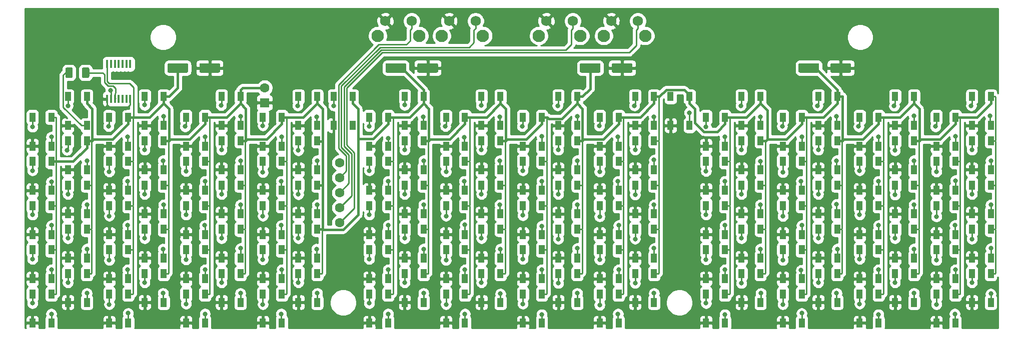
<source format=gbr>
G04 #@! TF.GenerationSoftware,KiCad,Pcbnew,(5.1.5-0-10_14)*
G04 #@! TF.CreationDate,2020-01-03T17:39:58-06:00*
G04 #@! TF.ProjectId,foxie_clock_nano,666f7869-655f-4636-9c6f-636b5f6e616e,1.4*
G04 #@! TF.SameCoordinates,Original*
G04 #@! TF.FileFunction,Copper,L1,Top*
G04 #@! TF.FilePolarity,Positive*
%FSLAX46Y46*%
G04 Gerber Fmt 4.6, Leading zero omitted, Abs format (unit mm)*
G04 Created by KiCad (PCBNEW (5.1.5-0-10_14)) date 2020-01-03 17:39:58*
%MOMM*%
%LPD*%
G04 APERTURE LIST*
%ADD10R,1.000000X1.500000*%
%ADD11C,0.100000*%
%ADD12C,1.600000*%
%ADD13R,1.600000X1.600000*%
%ADD14R,0.450000X1.450000*%
%ADD15C,2.100000*%
%ADD16C,1.750000*%
%ADD17C,0.800000*%
%ADD18C,0.250000*%
%ADD19C,0.400000*%
%ADD20C,0.254000*%
G04 APERTURE END LIST*
D10*
X216100000Y-92050000D03*
X212900000Y-92050000D03*
X216100000Y-96950000D03*
X212900000Y-96950000D03*
G04 #@! TA.AperFunction,SMDPad,CuDef*
D11*
G36*
X168224504Y-86401204D02*
G01*
X168248773Y-86404804D01*
X168272571Y-86410765D01*
X168295671Y-86419030D01*
X168317849Y-86429520D01*
X168338893Y-86442133D01*
X168358598Y-86456747D01*
X168376777Y-86473223D01*
X168393253Y-86491402D01*
X168407867Y-86511107D01*
X168420480Y-86532151D01*
X168430970Y-86554329D01*
X168439235Y-86577429D01*
X168445196Y-86601227D01*
X168448796Y-86625496D01*
X168450000Y-86650000D01*
X168450000Y-87750000D01*
X168448796Y-87774504D01*
X168445196Y-87798773D01*
X168439235Y-87822571D01*
X168430970Y-87845671D01*
X168420480Y-87867849D01*
X168407867Y-87888893D01*
X168393253Y-87908598D01*
X168376777Y-87926777D01*
X168358598Y-87943253D01*
X168338893Y-87957867D01*
X168317849Y-87970480D01*
X168295671Y-87980970D01*
X168272571Y-87989235D01*
X168248773Y-87995196D01*
X168224504Y-87998796D01*
X168200000Y-88000000D01*
X165200000Y-88000000D01*
X165175496Y-87998796D01*
X165151227Y-87995196D01*
X165127429Y-87989235D01*
X165104329Y-87980970D01*
X165082151Y-87970480D01*
X165061107Y-87957867D01*
X165041402Y-87943253D01*
X165023223Y-87926777D01*
X165006747Y-87908598D01*
X164992133Y-87888893D01*
X164979520Y-87867849D01*
X164969030Y-87845671D01*
X164960765Y-87822571D01*
X164954804Y-87798773D01*
X164951204Y-87774504D01*
X164950000Y-87750000D01*
X164950000Y-86650000D01*
X164951204Y-86625496D01*
X164954804Y-86601227D01*
X164960765Y-86577429D01*
X164969030Y-86554329D01*
X164979520Y-86532151D01*
X164992133Y-86511107D01*
X165006747Y-86491402D01*
X165023223Y-86473223D01*
X165041402Y-86456747D01*
X165061107Y-86442133D01*
X165082151Y-86429520D01*
X165104329Y-86419030D01*
X165127429Y-86410765D01*
X165151227Y-86404804D01*
X165175496Y-86401204D01*
X165200000Y-86400000D01*
X168200000Y-86400000D01*
X168224504Y-86401204D01*
G37*
G04 #@! TD.AperFunction*
G04 #@! TA.AperFunction,SMDPad,CuDef*
G36*
X162824504Y-86401204D02*
G01*
X162848773Y-86404804D01*
X162872571Y-86410765D01*
X162895671Y-86419030D01*
X162917849Y-86429520D01*
X162938893Y-86442133D01*
X162958598Y-86456747D01*
X162976777Y-86473223D01*
X162993253Y-86491402D01*
X163007867Y-86511107D01*
X163020480Y-86532151D01*
X163030970Y-86554329D01*
X163039235Y-86577429D01*
X163045196Y-86601227D01*
X163048796Y-86625496D01*
X163050000Y-86650000D01*
X163050000Y-87750000D01*
X163048796Y-87774504D01*
X163045196Y-87798773D01*
X163039235Y-87822571D01*
X163030970Y-87845671D01*
X163020480Y-87867849D01*
X163007867Y-87888893D01*
X162993253Y-87908598D01*
X162976777Y-87926777D01*
X162958598Y-87943253D01*
X162938893Y-87957867D01*
X162917849Y-87970480D01*
X162895671Y-87980970D01*
X162872571Y-87989235D01*
X162848773Y-87995196D01*
X162824504Y-87998796D01*
X162800000Y-88000000D01*
X159800000Y-88000000D01*
X159775496Y-87998796D01*
X159751227Y-87995196D01*
X159727429Y-87989235D01*
X159704329Y-87980970D01*
X159682151Y-87970480D01*
X159661107Y-87957867D01*
X159641402Y-87943253D01*
X159623223Y-87926777D01*
X159606747Y-87908598D01*
X159592133Y-87888893D01*
X159579520Y-87867849D01*
X159569030Y-87845671D01*
X159560765Y-87822571D01*
X159554804Y-87798773D01*
X159551204Y-87774504D01*
X159550000Y-87750000D01*
X159550000Y-86650000D01*
X159551204Y-86625496D01*
X159554804Y-86601227D01*
X159560765Y-86577429D01*
X159569030Y-86554329D01*
X159579520Y-86532151D01*
X159592133Y-86511107D01*
X159606747Y-86491402D01*
X159623223Y-86473223D01*
X159641402Y-86456747D01*
X159661107Y-86442133D01*
X159682151Y-86429520D01*
X159704329Y-86419030D01*
X159727429Y-86410765D01*
X159751227Y-86404804D01*
X159775496Y-86401204D01*
X159800000Y-86400000D01*
X162800000Y-86400000D01*
X162824504Y-86401204D01*
G37*
G04 #@! TD.AperFunction*
D12*
X106180000Y-90560000D03*
D13*
X106180000Y-93100000D03*
D12*
X118880000Y-113420000D03*
X118880000Y-110880000D03*
X118880000Y-108340000D03*
X118880000Y-105800000D03*
X118880000Y-103260000D03*
D10*
X178100000Y-92050000D03*
X174900000Y-92050000D03*
X178100000Y-96950000D03*
X174900000Y-96950000D03*
X121100000Y-92050000D03*
X117900000Y-92050000D03*
X121100000Y-96950000D03*
X117900000Y-96950000D03*
X223100000Y-125550000D03*
X219900000Y-125550000D03*
X223100000Y-130450000D03*
X219900000Y-130450000D03*
X210100000Y-125550000D03*
X206900000Y-125550000D03*
X210100000Y-130450000D03*
X206900000Y-130450000D03*
X229100000Y-122050000D03*
X225900000Y-122050000D03*
X229100000Y-126950000D03*
X225900000Y-126950000D03*
X216100000Y-122050000D03*
X212900000Y-122050000D03*
X216100000Y-126950000D03*
X212900000Y-126950000D03*
X223100000Y-118050000D03*
X219900000Y-118050000D03*
X223100000Y-122950000D03*
X219900000Y-122950000D03*
X210100000Y-118050000D03*
X206900000Y-118050000D03*
X210100000Y-122950000D03*
X206900000Y-122950000D03*
X229100000Y-114550000D03*
X225900000Y-114550000D03*
X229100000Y-119450000D03*
X225900000Y-119450000D03*
X216100000Y-114550000D03*
X212900000Y-114550000D03*
X216100000Y-119450000D03*
X212900000Y-119450000D03*
X223100000Y-110550000D03*
X219900000Y-110550000D03*
X223100000Y-115450000D03*
X219900000Y-115450000D03*
X210100000Y-110550000D03*
X206900000Y-110550000D03*
X210100000Y-115450000D03*
X206900000Y-115450000D03*
X229100000Y-107050000D03*
X225900000Y-107050000D03*
X229100000Y-111950000D03*
X225900000Y-111950000D03*
X216100000Y-107050000D03*
X212900000Y-107050000D03*
X216100000Y-111950000D03*
X212900000Y-111950000D03*
X223100000Y-103050000D03*
X219900000Y-103050000D03*
X223100000Y-107950000D03*
X219900000Y-107950000D03*
X210100000Y-103050000D03*
X206900000Y-103050000D03*
X210100000Y-107950000D03*
X206900000Y-107950000D03*
X229100000Y-99550000D03*
X225900000Y-99550000D03*
X229100000Y-104450000D03*
X225900000Y-104450000D03*
X216100000Y-99550000D03*
X212900000Y-99550000D03*
X216100000Y-104450000D03*
X212900000Y-104450000D03*
X223100000Y-95550000D03*
X219900000Y-95550000D03*
X223100000Y-100450000D03*
X219900000Y-100450000D03*
X210100000Y-95550000D03*
X206900000Y-95550000D03*
X210100000Y-100450000D03*
X206900000Y-100450000D03*
X229100000Y-92050000D03*
X225900000Y-92050000D03*
X229100000Y-96950000D03*
X225900000Y-96950000D03*
X197100000Y-125550000D03*
X193900000Y-125550000D03*
X197100000Y-130450000D03*
X193900000Y-130450000D03*
X184100000Y-125550000D03*
X180900000Y-125550000D03*
X184100000Y-130450000D03*
X180900000Y-130450000D03*
X203100000Y-122050000D03*
X199900000Y-122050000D03*
X203100000Y-126950000D03*
X199900000Y-126950000D03*
X190100000Y-122050000D03*
X186900000Y-122050000D03*
X190100000Y-126950000D03*
X186900000Y-126950000D03*
X197100000Y-118050000D03*
X193900000Y-118050000D03*
X197100000Y-122950000D03*
X193900000Y-122950000D03*
X184100000Y-118050000D03*
X180900000Y-118050000D03*
X184100000Y-122950000D03*
X180900000Y-122950000D03*
X203100000Y-114550000D03*
X199900000Y-114550000D03*
X203100000Y-119450000D03*
X199900000Y-119450000D03*
X190100000Y-114550000D03*
X186900000Y-114550000D03*
X190100000Y-119450000D03*
X186900000Y-119450000D03*
X197100000Y-110550000D03*
X193900000Y-110550000D03*
X197100000Y-115450000D03*
X193900000Y-115450000D03*
X184100000Y-110550000D03*
X180900000Y-110550000D03*
X184100000Y-115450000D03*
X180900000Y-115450000D03*
X203100000Y-107050000D03*
X199900000Y-107050000D03*
X203100000Y-111950000D03*
X199900000Y-111950000D03*
X190100000Y-107050000D03*
X186900000Y-107050000D03*
X190100000Y-111950000D03*
X186900000Y-111950000D03*
X197100000Y-103050000D03*
X193900000Y-103050000D03*
X197100000Y-107950000D03*
X193900000Y-107950000D03*
X184100000Y-103050000D03*
X180900000Y-103050000D03*
X184100000Y-107950000D03*
X180900000Y-107950000D03*
X203100000Y-99550000D03*
X199900000Y-99550000D03*
X203100000Y-104450000D03*
X199900000Y-104450000D03*
X190100000Y-99550000D03*
X186900000Y-99550000D03*
X190100000Y-104450000D03*
X186900000Y-104450000D03*
X197100000Y-95550000D03*
X193900000Y-95550000D03*
X197100000Y-100450000D03*
X193900000Y-100450000D03*
X184100000Y-95550000D03*
X180900000Y-95550000D03*
X184100000Y-100450000D03*
X180900000Y-100450000D03*
X203100000Y-92050000D03*
X199900000Y-92050000D03*
X203100000Y-96950000D03*
X199900000Y-96950000D03*
X190100000Y-92050000D03*
X186900000Y-92050000D03*
X190100000Y-96950000D03*
X186900000Y-96950000D03*
X166100000Y-125550000D03*
X162900000Y-125550000D03*
X166100000Y-130450000D03*
X162900000Y-130450000D03*
X153100000Y-125550000D03*
X149900000Y-125550000D03*
X153100000Y-130450000D03*
X149900000Y-130450000D03*
X172100000Y-122050000D03*
X168900000Y-122050000D03*
X172100000Y-126950000D03*
X168900000Y-126950000D03*
X159100000Y-122050000D03*
X155900000Y-122050000D03*
X159100000Y-126950000D03*
X155900000Y-126950000D03*
X166100000Y-118050000D03*
X162900000Y-118050000D03*
X166100000Y-122950000D03*
X162900000Y-122950000D03*
X153100000Y-118050000D03*
X149900000Y-118050000D03*
X153100000Y-122950000D03*
X149900000Y-122950000D03*
X172100000Y-114550000D03*
X168900000Y-114550000D03*
X172100000Y-119450000D03*
X168900000Y-119450000D03*
X159100000Y-114550000D03*
X155900000Y-114550000D03*
X159100000Y-119450000D03*
X155900000Y-119450000D03*
X166100000Y-110550000D03*
X162900000Y-110550000D03*
X166100000Y-115450000D03*
X162900000Y-115450000D03*
X153100000Y-110550000D03*
X149900000Y-110550000D03*
X153100000Y-115450000D03*
X149900000Y-115450000D03*
X172100000Y-107050000D03*
X168900000Y-107050000D03*
X172100000Y-111950000D03*
X168900000Y-111950000D03*
X159100000Y-107050000D03*
X155900000Y-107050000D03*
X159100000Y-111950000D03*
X155900000Y-111950000D03*
X166100000Y-103050000D03*
X162900000Y-103050000D03*
X166100000Y-107950000D03*
X162900000Y-107950000D03*
X153100000Y-103050000D03*
X149900000Y-103050000D03*
X153100000Y-107950000D03*
X149900000Y-107950000D03*
X172100000Y-99550000D03*
X168900000Y-99550000D03*
X172100000Y-104450000D03*
X168900000Y-104450000D03*
X159100000Y-99550000D03*
X155900000Y-99550000D03*
X159100000Y-104450000D03*
X155900000Y-104450000D03*
X166100000Y-95550000D03*
X162900000Y-95550000D03*
X166100000Y-100450000D03*
X162900000Y-100450000D03*
X153100000Y-95550000D03*
X149900000Y-95550000D03*
X153100000Y-100450000D03*
X149900000Y-100450000D03*
X172100000Y-92050000D03*
X168900000Y-92050000D03*
X172100000Y-96950000D03*
X168900000Y-96950000D03*
X159100000Y-92050000D03*
X155900000Y-92050000D03*
X159100000Y-96950000D03*
X155900000Y-96950000D03*
X140100000Y-125550000D03*
X136900000Y-125550000D03*
X140100000Y-130450000D03*
X136900000Y-130450000D03*
X127100000Y-125550000D03*
X123900000Y-125550000D03*
X127100000Y-130450000D03*
X123900000Y-130450000D03*
X146100000Y-122050000D03*
X142900000Y-122050000D03*
X146100000Y-126950000D03*
X142900000Y-126950000D03*
X133100000Y-122050000D03*
X129900000Y-122050000D03*
X133100000Y-126950000D03*
X129900000Y-126950000D03*
X140100000Y-118050000D03*
X136900000Y-118050000D03*
X140100000Y-122950000D03*
X136900000Y-122950000D03*
X127100000Y-118050000D03*
X123900000Y-118050000D03*
X127100000Y-122950000D03*
X123900000Y-122950000D03*
X146100000Y-114550000D03*
X142900000Y-114550000D03*
X146100000Y-119450000D03*
X142900000Y-119450000D03*
X133100000Y-114550000D03*
X129900000Y-114550000D03*
X133100000Y-119450000D03*
X129900000Y-119450000D03*
X140100000Y-110550000D03*
X136900000Y-110550000D03*
X140100000Y-115450000D03*
X136900000Y-115450000D03*
X127100000Y-110550000D03*
X123900000Y-110550000D03*
X127100000Y-115450000D03*
X123900000Y-115450000D03*
X146100000Y-107050000D03*
X142900000Y-107050000D03*
X146100000Y-111950000D03*
X142900000Y-111950000D03*
X133100000Y-107050000D03*
X129900000Y-107050000D03*
X133100000Y-111950000D03*
X129900000Y-111950000D03*
X140100000Y-103050000D03*
X136900000Y-103050000D03*
X140100000Y-107950000D03*
X136900000Y-107950000D03*
X127100000Y-103050000D03*
X123900000Y-103050000D03*
X127100000Y-107950000D03*
X123900000Y-107950000D03*
X146100000Y-99550000D03*
X142900000Y-99550000D03*
X146100000Y-104450000D03*
X142900000Y-104450000D03*
X133100000Y-99550000D03*
X129900000Y-99550000D03*
X133100000Y-104450000D03*
X129900000Y-104450000D03*
X140100000Y-95550000D03*
X136900000Y-95550000D03*
X140100000Y-100450000D03*
X136900000Y-100450000D03*
X127100000Y-95550000D03*
X123900000Y-95550000D03*
X127100000Y-100450000D03*
X123900000Y-100450000D03*
X146100000Y-92050000D03*
X142900000Y-92050000D03*
X146100000Y-96950000D03*
X142900000Y-96950000D03*
X133100000Y-92050000D03*
X129900000Y-92050000D03*
X133100000Y-96950000D03*
X129900000Y-96950000D03*
X109100000Y-125550000D03*
X105900000Y-125550000D03*
X109100000Y-130450000D03*
X105900000Y-130450000D03*
X96100000Y-125550000D03*
X92900000Y-125550000D03*
X96100000Y-130450000D03*
X92900000Y-130450000D03*
X115100000Y-122050000D03*
X111900000Y-122050000D03*
X115100000Y-126950000D03*
X111900000Y-126950000D03*
X102100000Y-122050000D03*
X98900000Y-122050000D03*
X102100000Y-126950000D03*
X98900000Y-126950000D03*
X109100000Y-118050000D03*
X105900000Y-118050000D03*
X109100000Y-122950000D03*
X105900000Y-122950000D03*
X96100000Y-118050000D03*
X92900000Y-118050000D03*
X96100000Y-122950000D03*
X92900000Y-122950000D03*
X115100000Y-114550000D03*
X111900000Y-114550000D03*
X115100000Y-119450000D03*
X111900000Y-119450000D03*
X102100000Y-114550000D03*
X98900000Y-114550000D03*
X102100000Y-119450000D03*
X98900000Y-119450000D03*
X109100000Y-110550000D03*
X105900000Y-110550000D03*
X109100000Y-115450000D03*
X105900000Y-115450000D03*
X96100000Y-110550000D03*
X92900000Y-110550000D03*
X96100000Y-115450000D03*
X92900000Y-115450000D03*
X115100000Y-107050000D03*
X111900000Y-107050000D03*
X115100000Y-111950000D03*
X111900000Y-111950000D03*
X102100000Y-107050000D03*
X98900000Y-107050000D03*
X102100000Y-111950000D03*
X98900000Y-111950000D03*
X109100000Y-103050000D03*
X105900000Y-103050000D03*
X109100000Y-107950000D03*
X105900000Y-107950000D03*
X96100000Y-103050000D03*
X92900000Y-103050000D03*
X96100000Y-107950000D03*
X92900000Y-107950000D03*
X115100000Y-99550000D03*
X111900000Y-99550000D03*
X115100000Y-104450000D03*
X111900000Y-104450000D03*
X102100000Y-99550000D03*
X98900000Y-99550000D03*
X102100000Y-104450000D03*
X98900000Y-104450000D03*
X109100000Y-95550000D03*
X105900000Y-95550000D03*
X109100000Y-100450000D03*
X105900000Y-100450000D03*
X96100000Y-95550000D03*
X92900000Y-95550000D03*
X96100000Y-100450000D03*
X92900000Y-100450000D03*
X115100000Y-92050000D03*
X111900000Y-92050000D03*
X115100000Y-96950000D03*
X111900000Y-96950000D03*
X102100000Y-92050000D03*
X98900000Y-92050000D03*
X102100000Y-96950000D03*
X98900000Y-96950000D03*
X83100000Y-125550000D03*
X79900000Y-125550000D03*
X83100000Y-130450000D03*
X79900000Y-130450000D03*
X70100000Y-125550000D03*
X66900000Y-125550000D03*
X70100000Y-130450000D03*
X66900000Y-130450000D03*
X89100000Y-122050000D03*
X85900000Y-122050000D03*
X89100000Y-126950000D03*
X85900000Y-126950000D03*
X76100000Y-122050000D03*
X72900000Y-122050000D03*
X76100000Y-126950000D03*
X72900000Y-126950000D03*
X83100000Y-118050000D03*
X79900000Y-118050000D03*
X83100000Y-122950000D03*
X79900000Y-122950000D03*
X70100000Y-118050000D03*
X66900000Y-118050000D03*
X70100000Y-122950000D03*
X66900000Y-122950000D03*
X89100000Y-114550000D03*
X85900000Y-114550000D03*
X89100000Y-119450000D03*
X85900000Y-119450000D03*
X76100000Y-114550000D03*
X72900000Y-114550000D03*
X76100000Y-119450000D03*
X72900000Y-119450000D03*
X83100000Y-110550000D03*
X79900000Y-110550000D03*
X83100000Y-115450000D03*
X79900000Y-115450000D03*
X70100000Y-110550000D03*
X66900000Y-110550000D03*
X70100000Y-115450000D03*
X66900000Y-115450000D03*
X89100000Y-107050000D03*
X85900000Y-107050000D03*
X89100000Y-111950000D03*
X85900000Y-111950000D03*
X76100000Y-107050000D03*
X72900000Y-107050000D03*
X76100000Y-111950000D03*
X72900000Y-111950000D03*
X83100000Y-103050000D03*
X79900000Y-103050000D03*
X83100000Y-107950000D03*
X79900000Y-107950000D03*
X70100000Y-103050000D03*
X66900000Y-103050000D03*
X70100000Y-107950000D03*
X66900000Y-107950000D03*
X89100000Y-99550000D03*
X85900000Y-99550000D03*
X89100000Y-104450000D03*
X85900000Y-104450000D03*
X76100000Y-99550000D03*
X72900000Y-99550000D03*
X76100000Y-104450000D03*
X72900000Y-104450000D03*
X83100000Y-95550000D03*
X79900000Y-95550000D03*
X83100000Y-100450000D03*
X79900000Y-100450000D03*
X70100000Y-95550000D03*
X66900000Y-95550000D03*
X70100000Y-100450000D03*
X66900000Y-100450000D03*
X89100000Y-92050000D03*
X85900000Y-92050000D03*
X89100000Y-96950000D03*
X85900000Y-96950000D03*
X76100000Y-92050000D03*
X72900000Y-92050000D03*
X76100000Y-96950000D03*
X72900000Y-96950000D03*
D14*
X79550000Y-86550000D03*
X80200000Y-86550000D03*
X80850000Y-86550000D03*
X81500000Y-86550000D03*
X82150000Y-86550000D03*
X82800000Y-86550000D03*
X83450000Y-86550000D03*
X83450000Y-92450000D03*
X82800000Y-92450000D03*
X82150000Y-92450000D03*
X81500000Y-92450000D03*
X80850000Y-92450000D03*
X80200000Y-92450000D03*
X79550000Y-92450000D03*
D15*
X170600000Y-81740000D03*
D16*
X169350000Y-79250000D03*
X164850000Y-79250000D03*
D15*
X163590000Y-81740000D03*
X159600000Y-81740000D03*
D16*
X158350000Y-79250000D03*
X153850000Y-79250000D03*
D15*
X152590000Y-81740000D03*
X143150000Y-81740000D03*
D16*
X141900000Y-79250000D03*
X137400000Y-79250000D03*
D15*
X136140000Y-81740000D03*
X132350000Y-81740000D03*
D16*
X131100000Y-79250000D03*
X126600000Y-79250000D03*
D15*
X125340000Y-81740000D03*
G04 #@! TA.AperFunction,SMDPad,CuDef*
D11*
G36*
X73499504Y-87126204D02*
G01*
X73523773Y-87129804D01*
X73547571Y-87135765D01*
X73570671Y-87144030D01*
X73592849Y-87154520D01*
X73613893Y-87167133D01*
X73633598Y-87181747D01*
X73651777Y-87198223D01*
X73668253Y-87216402D01*
X73682867Y-87236107D01*
X73695480Y-87257151D01*
X73705970Y-87279329D01*
X73714235Y-87302429D01*
X73720196Y-87326227D01*
X73723796Y-87350496D01*
X73725000Y-87375000D01*
X73725000Y-88625000D01*
X73723796Y-88649504D01*
X73720196Y-88673773D01*
X73714235Y-88697571D01*
X73705970Y-88720671D01*
X73695480Y-88742849D01*
X73682867Y-88763893D01*
X73668253Y-88783598D01*
X73651777Y-88801777D01*
X73633598Y-88818253D01*
X73613893Y-88832867D01*
X73592849Y-88845480D01*
X73570671Y-88855970D01*
X73547571Y-88864235D01*
X73523773Y-88870196D01*
X73499504Y-88873796D01*
X73475000Y-88875000D01*
X72725000Y-88875000D01*
X72700496Y-88873796D01*
X72676227Y-88870196D01*
X72652429Y-88864235D01*
X72629329Y-88855970D01*
X72607151Y-88845480D01*
X72586107Y-88832867D01*
X72566402Y-88818253D01*
X72548223Y-88801777D01*
X72531747Y-88783598D01*
X72517133Y-88763893D01*
X72504520Y-88742849D01*
X72494030Y-88720671D01*
X72485765Y-88697571D01*
X72479804Y-88673773D01*
X72476204Y-88649504D01*
X72475000Y-88625000D01*
X72475000Y-87375000D01*
X72476204Y-87350496D01*
X72479804Y-87326227D01*
X72485765Y-87302429D01*
X72494030Y-87279329D01*
X72504520Y-87257151D01*
X72517133Y-87236107D01*
X72531747Y-87216402D01*
X72548223Y-87198223D01*
X72566402Y-87181747D01*
X72586107Y-87167133D01*
X72607151Y-87154520D01*
X72629329Y-87144030D01*
X72652429Y-87135765D01*
X72676227Y-87129804D01*
X72700496Y-87126204D01*
X72725000Y-87125000D01*
X73475000Y-87125000D01*
X73499504Y-87126204D01*
G37*
G04 #@! TD.AperFunction*
G04 #@! TA.AperFunction,SMDPad,CuDef*
G36*
X76299504Y-87126204D02*
G01*
X76323773Y-87129804D01*
X76347571Y-87135765D01*
X76370671Y-87144030D01*
X76392849Y-87154520D01*
X76413893Y-87167133D01*
X76433598Y-87181747D01*
X76451777Y-87198223D01*
X76468253Y-87216402D01*
X76482867Y-87236107D01*
X76495480Y-87257151D01*
X76505970Y-87279329D01*
X76514235Y-87302429D01*
X76520196Y-87326227D01*
X76523796Y-87350496D01*
X76525000Y-87375000D01*
X76525000Y-88625000D01*
X76523796Y-88649504D01*
X76520196Y-88673773D01*
X76514235Y-88697571D01*
X76505970Y-88720671D01*
X76495480Y-88742849D01*
X76482867Y-88763893D01*
X76468253Y-88783598D01*
X76451777Y-88801777D01*
X76433598Y-88818253D01*
X76413893Y-88832867D01*
X76392849Y-88845480D01*
X76370671Y-88855970D01*
X76347571Y-88864235D01*
X76323773Y-88870196D01*
X76299504Y-88873796D01*
X76275000Y-88875000D01*
X75525000Y-88875000D01*
X75500496Y-88873796D01*
X75476227Y-88870196D01*
X75452429Y-88864235D01*
X75429329Y-88855970D01*
X75407151Y-88845480D01*
X75386107Y-88832867D01*
X75366402Y-88818253D01*
X75348223Y-88801777D01*
X75331747Y-88783598D01*
X75317133Y-88763893D01*
X75304520Y-88742849D01*
X75294030Y-88720671D01*
X75285765Y-88697571D01*
X75279804Y-88673773D01*
X75276204Y-88649504D01*
X75275000Y-88625000D01*
X75275000Y-87375000D01*
X75276204Y-87350496D01*
X75279804Y-87326227D01*
X75285765Y-87302429D01*
X75294030Y-87279329D01*
X75304520Y-87257151D01*
X75317133Y-87236107D01*
X75331747Y-87216402D01*
X75348223Y-87198223D01*
X75366402Y-87181747D01*
X75386107Y-87167133D01*
X75407151Y-87154520D01*
X75429329Y-87144030D01*
X75452429Y-87135765D01*
X75476227Y-87129804D01*
X75500496Y-87126204D01*
X75525000Y-87125000D01*
X76275000Y-87125000D01*
X76299504Y-87126204D01*
G37*
G04 #@! TD.AperFunction*
G04 #@! TA.AperFunction,SMDPad,CuDef*
G36*
X205224504Y-86401204D02*
G01*
X205248773Y-86404804D01*
X205272571Y-86410765D01*
X205295671Y-86419030D01*
X205317849Y-86429520D01*
X205338893Y-86442133D01*
X205358598Y-86456747D01*
X205376777Y-86473223D01*
X205393253Y-86491402D01*
X205407867Y-86511107D01*
X205420480Y-86532151D01*
X205430970Y-86554329D01*
X205439235Y-86577429D01*
X205445196Y-86601227D01*
X205448796Y-86625496D01*
X205450000Y-86650000D01*
X205450000Y-87750000D01*
X205448796Y-87774504D01*
X205445196Y-87798773D01*
X205439235Y-87822571D01*
X205430970Y-87845671D01*
X205420480Y-87867849D01*
X205407867Y-87888893D01*
X205393253Y-87908598D01*
X205376777Y-87926777D01*
X205358598Y-87943253D01*
X205338893Y-87957867D01*
X205317849Y-87970480D01*
X205295671Y-87980970D01*
X205272571Y-87989235D01*
X205248773Y-87995196D01*
X205224504Y-87998796D01*
X205200000Y-88000000D01*
X202200000Y-88000000D01*
X202175496Y-87998796D01*
X202151227Y-87995196D01*
X202127429Y-87989235D01*
X202104329Y-87980970D01*
X202082151Y-87970480D01*
X202061107Y-87957867D01*
X202041402Y-87943253D01*
X202023223Y-87926777D01*
X202006747Y-87908598D01*
X201992133Y-87888893D01*
X201979520Y-87867849D01*
X201969030Y-87845671D01*
X201960765Y-87822571D01*
X201954804Y-87798773D01*
X201951204Y-87774504D01*
X201950000Y-87750000D01*
X201950000Y-86650000D01*
X201951204Y-86625496D01*
X201954804Y-86601227D01*
X201960765Y-86577429D01*
X201969030Y-86554329D01*
X201979520Y-86532151D01*
X201992133Y-86511107D01*
X202006747Y-86491402D01*
X202023223Y-86473223D01*
X202041402Y-86456747D01*
X202061107Y-86442133D01*
X202082151Y-86429520D01*
X202104329Y-86419030D01*
X202127429Y-86410765D01*
X202151227Y-86404804D01*
X202175496Y-86401204D01*
X202200000Y-86400000D01*
X205200000Y-86400000D01*
X205224504Y-86401204D01*
G37*
G04 #@! TD.AperFunction*
G04 #@! TA.AperFunction,SMDPad,CuDef*
G36*
X199824504Y-86401204D02*
G01*
X199848773Y-86404804D01*
X199872571Y-86410765D01*
X199895671Y-86419030D01*
X199917849Y-86429520D01*
X199938893Y-86442133D01*
X199958598Y-86456747D01*
X199976777Y-86473223D01*
X199993253Y-86491402D01*
X200007867Y-86511107D01*
X200020480Y-86532151D01*
X200030970Y-86554329D01*
X200039235Y-86577429D01*
X200045196Y-86601227D01*
X200048796Y-86625496D01*
X200050000Y-86650000D01*
X200050000Y-87750000D01*
X200048796Y-87774504D01*
X200045196Y-87798773D01*
X200039235Y-87822571D01*
X200030970Y-87845671D01*
X200020480Y-87867849D01*
X200007867Y-87888893D01*
X199993253Y-87908598D01*
X199976777Y-87926777D01*
X199958598Y-87943253D01*
X199938893Y-87957867D01*
X199917849Y-87970480D01*
X199895671Y-87980970D01*
X199872571Y-87989235D01*
X199848773Y-87995196D01*
X199824504Y-87998796D01*
X199800000Y-88000000D01*
X196800000Y-88000000D01*
X196775496Y-87998796D01*
X196751227Y-87995196D01*
X196727429Y-87989235D01*
X196704329Y-87980970D01*
X196682151Y-87970480D01*
X196661107Y-87957867D01*
X196641402Y-87943253D01*
X196623223Y-87926777D01*
X196606747Y-87908598D01*
X196592133Y-87888893D01*
X196579520Y-87867849D01*
X196569030Y-87845671D01*
X196560765Y-87822571D01*
X196554804Y-87798773D01*
X196551204Y-87774504D01*
X196550000Y-87750000D01*
X196550000Y-86650000D01*
X196551204Y-86625496D01*
X196554804Y-86601227D01*
X196560765Y-86577429D01*
X196569030Y-86554329D01*
X196579520Y-86532151D01*
X196592133Y-86511107D01*
X196606747Y-86491402D01*
X196623223Y-86473223D01*
X196641402Y-86456747D01*
X196661107Y-86442133D01*
X196682151Y-86429520D01*
X196704329Y-86419030D01*
X196727429Y-86410765D01*
X196751227Y-86404804D01*
X196775496Y-86401204D01*
X196800000Y-86400000D01*
X199800000Y-86400000D01*
X199824504Y-86401204D01*
G37*
G04 #@! TD.AperFunction*
G04 #@! TA.AperFunction,SMDPad,CuDef*
G36*
X135324504Y-86401204D02*
G01*
X135348773Y-86404804D01*
X135372571Y-86410765D01*
X135395671Y-86419030D01*
X135417849Y-86429520D01*
X135438893Y-86442133D01*
X135458598Y-86456747D01*
X135476777Y-86473223D01*
X135493253Y-86491402D01*
X135507867Y-86511107D01*
X135520480Y-86532151D01*
X135530970Y-86554329D01*
X135539235Y-86577429D01*
X135545196Y-86601227D01*
X135548796Y-86625496D01*
X135550000Y-86650000D01*
X135550000Y-87750000D01*
X135548796Y-87774504D01*
X135545196Y-87798773D01*
X135539235Y-87822571D01*
X135530970Y-87845671D01*
X135520480Y-87867849D01*
X135507867Y-87888893D01*
X135493253Y-87908598D01*
X135476777Y-87926777D01*
X135458598Y-87943253D01*
X135438893Y-87957867D01*
X135417849Y-87970480D01*
X135395671Y-87980970D01*
X135372571Y-87989235D01*
X135348773Y-87995196D01*
X135324504Y-87998796D01*
X135300000Y-88000000D01*
X132300000Y-88000000D01*
X132275496Y-87998796D01*
X132251227Y-87995196D01*
X132227429Y-87989235D01*
X132204329Y-87980970D01*
X132182151Y-87970480D01*
X132161107Y-87957867D01*
X132141402Y-87943253D01*
X132123223Y-87926777D01*
X132106747Y-87908598D01*
X132092133Y-87888893D01*
X132079520Y-87867849D01*
X132069030Y-87845671D01*
X132060765Y-87822571D01*
X132054804Y-87798773D01*
X132051204Y-87774504D01*
X132050000Y-87750000D01*
X132050000Y-86650000D01*
X132051204Y-86625496D01*
X132054804Y-86601227D01*
X132060765Y-86577429D01*
X132069030Y-86554329D01*
X132079520Y-86532151D01*
X132092133Y-86511107D01*
X132106747Y-86491402D01*
X132123223Y-86473223D01*
X132141402Y-86456747D01*
X132161107Y-86442133D01*
X132182151Y-86429520D01*
X132204329Y-86419030D01*
X132227429Y-86410765D01*
X132251227Y-86404804D01*
X132275496Y-86401204D01*
X132300000Y-86400000D01*
X135300000Y-86400000D01*
X135324504Y-86401204D01*
G37*
G04 #@! TD.AperFunction*
G04 #@! TA.AperFunction,SMDPad,CuDef*
G36*
X129924504Y-86401204D02*
G01*
X129948773Y-86404804D01*
X129972571Y-86410765D01*
X129995671Y-86419030D01*
X130017849Y-86429520D01*
X130038893Y-86442133D01*
X130058598Y-86456747D01*
X130076777Y-86473223D01*
X130093253Y-86491402D01*
X130107867Y-86511107D01*
X130120480Y-86532151D01*
X130130970Y-86554329D01*
X130139235Y-86577429D01*
X130145196Y-86601227D01*
X130148796Y-86625496D01*
X130150000Y-86650000D01*
X130150000Y-87750000D01*
X130148796Y-87774504D01*
X130145196Y-87798773D01*
X130139235Y-87822571D01*
X130130970Y-87845671D01*
X130120480Y-87867849D01*
X130107867Y-87888893D01*
X130093253Y-87908598D01*
X130076777Y-87926777D01*
X130058598Y-87943253D01*
X130038893Y-87957867D01*
X130017849Y-87970480D01*
X129995671Y-87980970D01*
X129972571Y-87989235D01*
X129948773Y-87995196D01*
X129924504Y-87998796D01*
X129900000Y-88000000D01*
X126900000Y-88000000D01*
X126875496Y-87998796D01*
X126851227Y-87995196D01*
X126827429Y-87989235D01*
X126804329Y-87980970D01*
X126782151Y-87970480D01*
X126761107Y-87957867D01*
X126741402Y-87943253D01*
X126723223Y-87926777D01*
X126706747Y-87908598D01*
X126692133Y-87888893D01*
X126679520Y-87867849D01*
X126669030Y-87845671D01*
X126660765Y-87822571D01*
X126654804Y-87798773D01*
X126651204Y-87774504D01*
X126650000Y-87750000D01*
X126650000Y-86650000D01*
X126651204Y-86625496D01*
X126654804Y-86601227D01*
X126660765Y-86577429D01*
X126669030Y-86554329D01*
X126679520Y-86532151D01*
X126692133Y-86511107D01*
X126706747Y-86491402D01*
X126723223Y-86473223D01*
X126741402Y-86456747D01*
X126761107Y-86442133D01*
X126782151Y-86429520D01*
X126804329Y-86419030D01*
X126827429Y-86410765D01*
X126851227Y-86404804D01*
X126875496Y-86401204D01*
X126900000Y-86400000D01*
X129900000Y-86400000D01*
X129924504Y-86401204D01*
G37*
G04 #@! TD.AperFunction*
G04 #@! TA.AperFunction,SMDPad,CuDef*
G36*
X98424504Y-86401204D02*
G01*
X98448773Y-86404804D01*
X98472571Y-86410765D01*
X98495671Y-86419030D01*
X98517849Y-86429520D01*
X98538893Y-86442133D01*
X98558598Y-86456747D01*
X98576777Y-86473223D01*
X98593253Y-86491402D01*
X98607867Y-86511107D01*
X98620480Y-86532151D01*
X98630970Y-86554329D01*
X98639235Y-86577429D01*
X98645196Y-86601227D01*
X98648796Y-86625496D01*
X98650000Y-86650000D01*
X98650000Y-87750000D01*
X98648796Y-87774504D01*
X98645196Y-87798773D01*
X98639235Y-87822571D01*
X98630970Y-87845671D01*
X98620480Y-87867849D01*
X98607867Y-87888893D01*
X98593253Y-87908598D01*
X98576777Y-87926777D01*
X98558598Y-87943253D01*
X98538893Y-87957867D01*
X98517849Y-87970480D01*
X98495671Y-87980970D01*
X98472571Y-87989235D01*
X98448773Y-87995196D01*
X98424504Y-87998796D01*
X98400000Y-88000000D01*
X95400000Y-88000000D01*
X95375496Y-87998796D01*
X95351227Y-87995196D01*
X95327429Y-87989235D01*
X95304329Y-87980970D01*
X95282151Y-87970480D01*
X95261107Y-87957867D01*
X95241402Y-87943253D01*
X95223223Y-87926777D01*
X95206747Y-87908598D01*
X95192133Y-87888893D01*
X95179520Y-87867849D01*
X95169030Y-87845671D01*
X95160765Y-87822571D01*
X95154804Y-87798773D01*
X95151204Y-87774504D01*
X95150000Y-87750000D01*
X95150000Y-86650000D01*
X95151204Y-86625496D01*
X95154804Y-86601227D01*
X95160765Y-86577429D01*
X95169030Y-86554329D01*
X95179520Y-86532151D01*
X95192133Y-86511107D01*
X95206747Y-86491402D01*
X95223223Y-86473223D01*
X95241402Y-86456747D01*
X95261107Y-86442133D01*
X95282151Y-86429520D01*
X95304329Y-86419030D01*
X95327429Y-86410765D01*
X95351227Y-86404804D01*
X95375496Y-86401204D01*
X95400000Y-86400000D01*
X98400000Y-86400000D01*
X98424504Y-86401204D01*
G37*
G04 #@! TD.AperFunction*
G04 #@! TA.AperFunction,SMDPad,CuDef*
G36*
X93024504Y-86401204D02*
G01*
X93048773Y-86404804D01*
X93072571Y-86410765D01*
X93095671Y-86419030D01*
X93117849Y-86429520D01*
X93138893Y-86442133D01*
X93158598Y-86456747D01*
X93176777Y-86473223D01*
X93193253Y-86491402D01*
X93207867Y-86511107D01*
X93220480Y-86532151D01*
X93230970Y-86554329D01*
X93239235Y-86577429D01*
X93245196Y-86601227D01*
X93248796Y-86625496D01*
X93250000Y-86650000D01*
X93250000Y-87750000D01*
X93248796Y-87774504D01*
X93245196Y-87798773D01*
X93239235Y-87822571D01*
X93230970Y-87845671D01*
X93220480Y-87867849D01*
X93207867Y-87888893D01*
X93193253Y-87908598D01*
X93176777Y-87926777D01*
X93158598Y-87943253D01*
X93138893Y-87957867D01*
X93117849Y-87970480D01*
X93095671Y-87980970D01*
X93072571Y-87989235D01*
X93048773Y-87995196D01*
X93024504Y-87998796D01*
X93000000Y-88000000D01*
X90000000Y-88000000D01*
X89975496Y-87998796D01*
X89951227Y-87995196D01*
X89927429Y-87989235D01*
X89904329Y-87980970D01*
X89882151Y-87970480D01*
X89861107Y-87957867D01*
X89841402Y-87943253D01*
X89823223Y-87926777D01*
X89806747Y-87908598D01*
X89792133Y-87888893D01*
X89779520Y-87867849D01*
X89769030Y-87845671D01*
X89760765Y-87822571D01*
X89754804Y-87798773D01*
X89751204Y-87774504D01*
X89750000Y-87750000D01*
X89750000Y-86650000D01*
X89751204Y-86625496D01*
X89754804Y-86601227D01*
X89760765Y-86577429D01*
X89769030Y-86554329D01*
X89779520Y-86532151D01*
X89792133Y-86511107D01*
X89806747Y-86491402D01*
X89823223Y-86473223D01*
X89841402Y-86456747D01*
X89861107Y-86442133D01*
X89882151Y-86429520D01*
X89904329Y-86419030D01*
X89927429Y-86410765D01*
X89951227Y-86404804D01*
X89975496Y-86401204D01*
X90000000Y-86400000D01*
X93000000Y-86400000D01*
X93024504Y-86401204D01*
G37*
G04 #@! TD.AperFunction*
D17*
X72900000Y-93600000D03*
X89100000Y-95400000D03*
X85887347Y-93487347D03*
X70100000Y-98900000D03*
X66900000Y-97200000D03*
X83000000Y-98900000D03*
X79787347Y-97087347D03*
X76100000Y-102900000D03*
X72737347Y-101137347D03*
X89000000Y-102900000D03*
X85900000Y-101100000D03*
X70100000Y-106500000D03*
X66900000Y-104600000D03*
X83000000Y-106400000D03*
X79900000Y-104800011D03*
X76100000Y-110400000D03*
X72900000Y-108600000D03*
X89100000Y-110400000D03*
X85900000Y-108600000D03*
X70100000Y-113900000D03*
X66900000Y-112100000D03*
X83000000Y-113900000D03*
X79900000Y-112300011D03*
X76100000Y-117900000D03*
X72900000Y-116100000D03*
X89000000Y-117900000D03*
X85900000Y-116100000D03*
X70100000Y-121400000D03*
X66900000Y-119600000D03*
X83000000Y-121400000D03*
X79900000Y-119800011D03*
X76100000Y-125400000D03*
X72900000Y-123600000D03*
X89000000Y-125400000D03*
X85900000Y-123600000D03*
X70100000Y-128900000D03*
X66900000Y-127100000D03*
X83100000Y-128800000D03*
X79900000Y-127300011D03*
X102100000Y-95400000D03*
X98837347Y-93537347D03*
X115000000Y-95500000D03*
X111787347Y-93587347D03*
X96100000Y-98900000D03*
X92737347Y-97137347D03*
X109100000Y-98900000D03*
X105887347Y-96987347D03*
X102100000Y-102900000D03*
X98900000Y-101100000D03*
X115100000Y-102900000D03*
X111900000Y-101200000D03*
X96100000Y-106400000D03*
X92900000Y-104700000D03*
X109000000Y-106400000D03*
X105900000Y-104900000D03*
X102100000Y-110400000D03*
X98900000Y-108600000D03*
X115100000Y-110400000D03*
X96050000Y-113900001D03*
X111900000Y-108650000D03*
X92900000Y-112100000D03*
X109000000Y-113900000D03*
X105900000Y-112300011D03*
X102100000Y-117800000D03*
X98900000Y-116100000D03*
X115000000Y-117900000D03*
X111900000Y-116100000D03*
X96100000Y-121400000D03*
X92900000Y-119700000D03*
X109100000Y-121400000D03*
X105900000Y-119700011D03*
X102100000Y-125400000D03*
X98900000Y-123600000D03*
X115100000Y-125400000D03*
X111900000Y-123600000D03*
X96100000Y-128900000D03*
X92900000Y-127200000D03*
X109000000Y-128900000D03*
X105900000Y-127300011D03*
X133000000Y-95500000D03*
X129887347Y-93487347D03*
X146000000Y-95500000D03*
X142837347Y-93537347D03*
X127100000Y-99100000D03*
X123900000Y-97100000D03*
X140000000Y-99000000D03*
X136787347Y-97087347D03*
X133100000Y-102900000D03*
X129900000Y-101100000D03*
X146000000Y-102900000D03*
X142900000Y-101100000D03*
X127100000Y-106400000D03*
X123900000Y-104600000D03*
X140000000Y-106400000D03*
X136900000Y-104800011D03*
X133100000Y-110400000D03*
X129900000Y-108600000D03*
X146000000Y-110400000D03*
X142900000Y-108600000D03*
X127100000Y-113900000D03*
X123900000Y-112100000D03*
X140100000Y-113800000D03*
X136900000Y-112300011D03*
X133100000Y-117900000D03*
X129900000Y-116100000D03*
X146100000Y-117900000D03*
X142900000Y-116100000D03*
X127100000Y-121400000D03*
X123900000Y-119600000D03*
X140100000Y-121400000D03*
X136900000Y-119800011D03*
X133100000Y-125400000D03*
X129900000Y-123600000D03*
X146100000Y-125500000D03*
X142900000Y-123600000D03*
X127100000Y-128900000D03*
X123900000Y-127100000D03*
X140100000Y-128900000D03*
X136900000Y-127300011D03*
X159100000Y-95400000D03*
X155787347Y-93587347D03*
X172100000Y-95500000D03*
X168787347Y-93587347D03*
X153100000Y-98800000D03*
X149787347Y-97087347D03*
X166000000Y-98900000D03*
X162837347Y-97037347D03*
X159100000Y-102900000D03*
X155900000Y-101100000D03*
X172100000Y-102800000D03*
X168900000Y-101100000D03*
X153100000Y-106400000D03*
X149900000Y-104600000D03*
X166000000Y-106400000D03*
X162900000Y-104800011D03*
X159100000Y-110400000D03*
X155900000Y-108600000D03*
X172100000Y-110400000D03*
X168900000Y-108700000D03*
X153100000Y-114000000D03*
X149900000Y-112200000D03*
X166100000Y-113900000D03*
X162900000Y-112400000D03*
X159100000Y-117800000D03*
X155900000Y-116200000D03*
X172100000Y-117800000D03*
X168900000Y-116200000D03*
X153100000Y-121400000D03*
X149900000Y-119600000D03*
X166100000Y-121400000D03*
X162900000Y-119700011D03*
X159100000Y-125400000D03*
X155900000Y-123700000D03*
X172100000Y-125400000D03*
X168900000Y-123700000D03*
X153100000Y-129000000D03*
X149900000Y-127200000D03*
X166000000Y-128900000D03*
X162900000Y-127400000D03*
X190100000Y-95500000D03*
X186787347Y-93587347D03*
X203000000Y-95400000D03*
X199787347Y-93587347D03*
X184100000Y-98900000D03*
X180900000Y-97200000D03*
X197100000Y-98900000D03*
X193787347Y-97087347D03*
X190100000Y-103000000D03*
X186900000Y-101100000D03*
X203000000Y-102900000D03*
X199900000Y-101100000D03*
X184100000Y-106400000D03*
X180900000Y-104700000D03*
X197000000Y-106400000D03*
X193900000Y-104900011D03*
X190100000Y-110400000D03*
X186900000Y-108600000D03*
X203000000Y-110300000D03*
X199900000Y-108600000D03*
X184100000Y-113900000D03*
X180900000Y-112100000D03*
X197100000Y-113900000D03*
X193900000Y-112325000D03*
X190100000Y-117900000D03*
X186900000Y-116100000D03*
X203100000Y-117900000D03*
X199900000Y-116100000D03*
X184100000Y-121400000D03*
X180900000Y-119700000D03*
X197000000Y-121500000D03*
X193900000Y-119800011D03*
X190200000Y-125400000D03*
X186900000Y-123700000D03*
X203000000Y-125400000D03*
X199900000Y-123600000D03*
X184100000Y-129000000D03*
X180900000Y-127100000D03*
X197100000Y-128800000D03*
X193900000Y-127300011D03*
X216100000Y-95300000D03*
X212737347Y-93637347D03*
X229000000Y-95300000D03*
X225787347Y-93587347D03*
X210100000Y-98900000D03*
X206737347Y-97137347D03*
X223100000Y-98800000D03*
X219737347Y-97137347D03*
X216100000Y-102900000D03*
X212900000Y-101200000D03*
X229100000Y-102900000D03*
X225900000Y-101100000D03*
X210100000Y-106400000D03*
X206900000Y-104600000D03*
X223100000Y-106300000D03*
X219900000Y-104800011D03*
X216100000Y-110400000D03*
X212900000Y-108700000D03*
X229100000Y-110400000D03*
X225900000Y-108600000D03*
X210100000Y-113900000D03*
X206900000Y-112100000D03*
X223000000Y-113900000D03*
X219900000Y-112400000D03*
X216100000Y-117900000D03*
X212900000Y-116100000D03*
X229100000Y-117800000D03*
X225900000Y-116200000D03*
X210100000Y-121400000D03*
X206900000Y-119600000D03*
X223100000Y-121400000D03*
X219900000Y-119800011D03*
X216100000Y-125400000D03*
X212900000Y-123600000D03*
X229100000Y-125500000D03*
X225900000Y-123600000D03*
X210100000Y-129000000D03*
X206900000Y-127200000D03*
X223000000Y-128900000D03*
X219900000Y-127300011D03*
X121100000Y-96950000D03*
X117900000Y-93600000D03*
X178100000Y-94775000D03*
X80150000Y-91000000D03*
D18*
X83450000Y-93425000D02*
X82675000Y-94200000D01*
X83450000Y-92450000D02*
X83450000Y-93425000D01*
X80325000Y-94200000D02*
X79550000Y-93425000D01*
X79550000Y-93425000D02*
X79550000Y-92450000D01*
X82675000Y-94200000D02*
X80325000Y-94200000D01*
X89925001Y-106974999D02*
X89850000Y-107050000D01*
X89925001Y-99625001D02*
X89925001Y-106974999D01*
X89850000Y-99550000D02*
X89925001Y-99625001D01*
X89925001Y-114474999D02*
X89850000Y-114550000D01*
X89925001Y-107125001D02*
X89925001Y-114474999D01*
X89850000Y-107050000D02*
X89925001Y-107125001D01*
X89100000Y-107050000D02*
X89850000Y-107050000D01*
X89850000Y-122050000D02*
X89100000Y-122050000D01*
X89925001Y-114625001D02*
X89925001Y-121974999D01*
X89925001Y-121974999D02*
X89850000Y-122050000D01*
X89850000Y-114550000D02*
X89925001Y-114625001D01*
X89100000Y-114550000D02*
X89850000Y-114550000D01*
X83925001Y-118125001D02*
X83850000Y-118050000D01*
X83925001Y-125474999D02*
X83925001Y-118125001D01*
X83850000Y-125550000D02*
X83925001Y-125474999D01*
X83100000Y-125550000D02*
X83850000Y-125550000D01*
X83925001Y-117974999D02*
X83925001Y-110625001D01*
X83925001Y-110625001D02*
X83850000Y-110550000D01*
X83850000Y-118050000D02*
X83925001Y-117974999D01*
X83100000Y-118050000D02*
X83850000Y-118050000D01*
X83925001Y-103125001D02*
X83850000Y-103050000D01*
X83925001Y-110474999D02*
X83925001Y-103125001D01*
X83850000Y-110550000D02*
X83925001Y-110474999D01*
X83100000Y-110550000D02*
X83850000Y-110550000D01*
X70925001Y-102974999D02*
X70850000Y-103050000D01*
X70925001Y-95625001D02*
X70925001Y-102974999D01*
X70850000Y-95550000D02*
X70925001Y-95625001D01*
X70925001Y-110474999D02*
X70850000Y-110550000D01*
X70925001Y-103125001D02*
X70925001Y-110474999D01*
X70850000Y-103050000D02*
X70925001Y-103125001D01*
X70925001Y-117974999D02*
X70850000Y-118050000D01*
X70925001Y-110625001D02*
X70925001Y-117974999D01*
X70850000Y-110550000D02*
X70925001Y-110625001D01*
X70100000Y-110550000D02*
X70850000Y-110550000D01*
X70925001Y-125474999D02*
X70850000Y-125550000D01*
X70925001Y-118125001D02*
X70925001Y-125474999D01*
X70850000Y-118050000D02*
X70925001Y-118125001D01*
X70850000Y-125550000D02*
X70100000Y-125550000D01*
X70100000Y-118050000D02*
X70850000Y-118050000D01*
X76925001Y-121974999D02*
X76925001Y-114625001D01*
X76850000Y-122050000D02*
X76925001Y-121974999D01*
X76925001Y-114625001D02*
X76850000Y-114550000D01*
X76100000Y-122050000D02*
X76850000Y-122050000D01*
X76925001Y-107125001D02*
X76850000Y-107050000D01*
X76925001Y-114474999D02*
X76925001Y-107125001D01*
X76850000Y-114550000D02*
X76925001Y-114474999D01*
X76100000Y-114550000D02*
X76850000Y-114550000D01*
X76925001Y-99625001D02*
X76850000Y-99550000D01*
X76925001Y-106974999D02*
X76925001Y-99625001D01*
X76850000Y-107050000D02*
X76925001Y-106974999D01*
X76100000Y-107050000D02*
X76850000Y-107050000D01*
X70850000Y-95550000D02*
X70100000Y-95550000D01*
X76850000Y-99550000D02*
X76100000Y-99550000D01*
X89850000Y-99550000D02*
X89100000Y-99550000D01*
X102925001Y-106974999D02*
X102850000Y-107050000D01*
X102925001Y-99625001D02*
X102925001Y-106974999D01*
X102850000Y-99550000D02*
X102925001Y-99625001D01*
X102925001Y-114474999D02*
X102850000Y-114550000D01*
X102925001Y-107125001D02*
X102925001Y-114474999D01*
X102850000Y-107050000D02*
X102925001Y-107125001D01*
X102100000Y-107050000D02*
X102850000Y-107050000D01*
X102925001Y-121974999D02*
X102850000Y-122050000D01*
X102925001Y-114625001D02*
X102925001Y-121974999D01*
X102850000Y-122050000D02*
X102100000Y-122050000D01*
X102850000Y-114550000D02*
X102925001Y-114625001D01*
X102100000Y-114550000D02*
X102850000Y-114550000D01*
X96925001Y-125474999D02*
X96925001Y-118125001D01*
X96925001Y-118125001D02*
X96850000Y-118050000D01*
X96850000Y-125550000D02*
X96925001Y-125474999D01*
X96100000Y-125550000D02*
X96850000Y-125550000D01*
X96925001Y-110625001D02*
X96850000Y-110550000D01*
X96925001Y-117974999D02*
X96925001Y-110625001D01*
X96850000Y-118050000D02*
X96925001Y-117974999D01*
X96100000Y-118050000D02*
X96850000Y-118050000D01*
X96850000Y-110550000D02*
X96925001Y-110474999D01*
X96925001Y-103125001D02*
X96850000Y-103050000D01*
X96925001Y-110474999D02*
X96925001Y-103125001D01*
X96100000Y-110550000D02*
X96850000Y-110550000D01*
X96850000Y-95550000D02*
X96100000Y-95550000D01*
X96925001Y-102974999D02*
X96925001Y-95625001D01*
X96850000Y-103050000D02*
X96925001Y-102974999D01*
X96925001Y-95625001D02*
X96850000Y-95550000D01*
X96100000Y-103050000D02*
X96850000Y-103050000D01*
X102850000Y-99550000D02*
X102100000Y-99550000D01*
X109925001Y-95625001D02*
X109925001Y-102974999D01*
X109925001Y-102974999D02*
X109850000Y-103050000D01*
X109850000Y-95550000D02*
X109925001Y-95625001D01*
X109925001Y-110474999D02*
X109850000Y-110550000D01*
X109925001Y-103125001D02*
X109925001Y-110474999D01*
X109850000Y-103050000D02*
X109925001Y-103125001D01*
X109100000Y-103050000D02*
X109850000Y-103050000D01*
X109925001Y-117974999D02*
X109850000Y-118050000D01*
X109925001Y-110625001D02*
X109925001Y-117974999D01*
X109850000Y-110550000D02*
X109925001Y-110625001D01*
X109100000Y-110550000D02*
X109850000Y-110550000D01*
X109850000Y-125550000D02*
X109100000Y-125550000D01*
X109925001Y-125474999D02*
X109850000Y-125550000D01*
X109925001Y-118125001D02*
X109925001Y-125474999D01*
X109850000Y-118050000D02*
X109925001Y-118125001D01*
X109100000Y-118050000D02*
X109850000Y-118050000D01*
X115850000Y-122050000D02*
X115925001Y-121974999D01*
X115925001Y-114625001D02*
X115850000Y-114550000D01*
X115925001Y-121974999D02*
X115925001Y-114625001D01*
X115100000Y-122050000D02*
X115850000Y-122050000D01*
X109850000Y-95550000D02*
X109100000Y-95550000D01*
X127925001Y-95625001D02*
X127925001Y-102974999D01*
X127925001Y-102974999D02*
X127850000Y-103050000D01*
X127850000Y-95550000D02*
X127925001Y-95625001D01*
X127100000Y-95550000D02*
X127850000Y-95550000D01*
X127925001Y-110474999D02*
X127850000Y-110550000D01*
X127925001Y-103125001D02*
X127925001Y-110474999D01*
X127850000Y-103050000D02*
X127925001Y-103125001D01*
X127100000Y-103050000D02*
X127850000Y-103050000D01*
X127925001Y-117974999D02*
X127850000Y-118050000D01*
X127850000Y-110550000D02*
X127925001Y-110625001D01*
X127925001Y-110625001D02*
X127925001Y-117974999D01*
X127100000Y-110550000D02*
X127850000Y-110550000D01*
X127850000Y-125550000D02*
X127100000Y-125550000D01*
X127925001Y-125474999D02*
X127850000Y-125550000D01*
X127925001Y-118125001D02*
X127925001Y-125474999D01*
X127850000Y-118050000D02*
X127925001Y-118125001D01*
X127100000Y-118050000D02*
X127850000Y-118050000D01*
X133925001Y-114625001D02*
X133850000Y-114550000D01*
X133925001Y-121974999D02*
X133925001Y-114625001D01*
X133850000Y-122050000D02*
X133925001Y-121974999D01*
X133100000Y-122050000D02*
X133850000Y-122050000D01*
X133925001Y-107125001D02*
X133850000Y-107050000D01*
X133850000Y-114550000D02*
X133925001Y-114474999D01*
X133925001Y-114474999D02*
X133925001Y-107125001D01*
X133100000Y-114550000D02*
X133850000Y-114550000D01*
X133925001Y-99625001D02*
X133850000Y-99550000D01*
X133925001Y-106974999D02*
X133925001Y-99625001D01*
X133850000Y-107050000D02*
X133925001Y-106974999D01*
X133100000Y-107050000D02*
X133850000Y-107050000D01*
X133850000Y-99550000D02*
X133100000Y-99550000D01*
X140925001Y-102974999D02*
X140850000Y-103050000D01*
X140925001Y-95625001D02*
X140925001Y-102974999D01*
X140850000Y-95550000D02*
X140925001Y-95625001D01*
X140925001Y-110474999D02*
X140850000Y-110550000D01*
X140850000Y-103050000D02*
X140925001Y-103125001D01*
X140925001Y-103125001D02*
X140925001Y-110474999D01*
X140100000Y-103050000D02*
X140850000Y-103050000D01*
X140925001Y-117974999D02*
X140850000Y-118050000D01*
X140925001Y-110625001D02*
X140925001Y-117974999D01*
X140850000Y-110550000D02*
X140925001Y-110625001D01*
X140100000Y-110550000D02*
X140850000Y-110550000D01*
X140925001Y-125474999D02*
X140850000Y-125550000D01*
X140925001Y-118125001D02*
X140925001Y-125474999D01*
X140850000Y-118050000D02*
X140925001Y-118125001D01*
X140850000Y-125550000D02*
X140100000Y-125550000D01*
X140100000Y-118050000D02*
X140850000Y-118050000D01*
X146925001Y-121974999D02*
X146925001Y-114625001D01*
X146925001Y-114625001D02*
X146850000Y-114550000D01*
X146850000Y-122050000D02*
X146925001Y-121974999D01*
X146100000Y-122050000D02*
X146850000Y-122050000D01*
X146925001Y-107125001D02*
X146850000Y-107050000D01*
X146925001Y-114474999D02*
X146925001Y-107125001D01*
X146850000Y-114550000D02*
X146925001Y-114474999D01*
X146100000Y-114550000D02*
X146850000Y-114550000D01*
X146925001Y-106974999D02*
X146925001Y-99625001D01*
X146925001Y-99625001D02*
X146850000Y-99550000D01*
X146850000Y-107050000D02*
X146925001Y-106974999D01*
X146100000Y-107050000D02*
X146850000Y-107050000D01*
X146850000Y-99550000D02*
X146100000Y-99550000D01*
X153925001Y-95625001D02*
X153925001Y-102974999D01*
X153925001Y-102974999D02*
X153850000Y-103050000D01*
X153850000Y-95550000D02*
X153925001Y-95625001D01*
X153925001Y-110474999D02*
X153850000Y-110550000D01*
X153925001Y-103125001D02*
X153925001Y-110474999D01*
X153850000Y-103050000D02*
X153925001Y-103125001D01*
X153100000Y-103050000D02*
X153850000Y-103050000D01*
X153925001Y-117974999D02*
X153850000Y-118050000D01*
X153850000Y-110550000D02*
X153925001Y-110625001D01*
X153925001Y-110625001D02*
X153925001Y-117974999D01*
X153100000Y-110550000D02*
X153850000Y-110550000D01*
X153925001Y-118125001D02*
X153925001Y-125474999D01*
X153850000Y-125550000D02*
X153100000Y-125550000D01*
X153850000Y-118050000D02*
X153925001Y-118125001D01*
X153925001Y-125474999D02*
X153850000Y-125550000D01*
X153100000Y-118050000D02*
X153850000Y-118050000D01*
X159925001Y-121974999D02*
X159925001Y-114625001D01*
X159850000Y-122050000D02*
X159925001Y-121974999D01*
X159925001Y-114625001D02*
X159850000Y-114550000D01*
X159100000Y-122050000D02*
X159850000Y-122050000D01*
X159925001Y-114474999D02*
X159925001Y-107125001D01*
X159850000Y-114550000D02*
X159925001Y-114474999D01*
X159925001Y-107125001D02*
X159850000Y-107050000D01*
X159100000Y-114550000D02*
X159850000Y-114550000D01*
X159925001Y-99625001D02*
X159850000Y-99550000D01*
X159925001Y-106974999D02*
X159925001Y-99625001D01*
X159850000Y-107050000D02*
X159925001Y-106974999D01*
X159100000Y-107050000D02*
X159850000Y-107050000D01*
X159850000Y-99550000D02*
X159100000Y-99550000D01*
X166850000Y-95550000D02*
X166925001Y-95625001D01*
X166925001Y-102974999D02*
X166850000Y-103050000D01*
X166925001Y-95625001D02*
X166925001Y-102974999D01*
X166925001Y-103125001D02*
X166925001Y-110474999D01*
X166925001Y-110474999D02*
X166850000Y-110550000D01*
X166850000Y-103050000D02*
X166925001Y-103125001D01*
X166100000Y-103050000D02*
X166850000Y-103050000D01*
X166925001Y-117974999D02*
X166850000Y-118050000D01*
X166925001Y-110625001D02*
X166925001Y-117974999D01*
X166850000Y-110550000D02*
X166925001Y-110625001D01*
X166100000Y-110550000D02*
X166850000Y-110550000D01*
X166850000Y-125550000D02*
X166100000Y-125550000D01*
X166925001Y-125474999D02*
X166850000Y-125550000D01*
X166925001Y-118125001D02*
X166925001Y-125474999D01*
X166850000Y-118050000D02*
X166925001Y-118125001D01*
X166100000Y-118050000D02*
X166850000Y-118050000D01*
X172925001Y-114625001D02*
X172850000Y-114550000D01*
X172925001Y-121974999D02*
X172925001Y-114625001D01*
X172850000Y-122050000D02*
X172925001Y-121974999D01*
X172100000Y-122050000D02*
X172850000Y-122050000D01*
X172925001Y-107125001D02*
X172850000Y-107050000D01*
X172925001Y-114474999D02*
X172925001Y-107125001D01*
X172850000Y-114550000D02*
X172925001Y-114474999D01*
X172100000Y-114550000D02*
X172850000Y-114550000D01*
X172925001Y-106974999D02*
X172925001Y-99625001D01*
X172850000Y-107050000D02*
X172925001Y-106974999D01*
X172925001Y-99625001D02*
X172850000Y-99550000D01*
X172100000Y-107050000D02*
X172850000Y-107050000D01*
X172925001Y-92125001D02*
X172850000Y-92050000D01*
X172850000Y-92050000D02*
X172100000Y-92050000D01*
X172925001Y-99474999D02*
X172925001Y-92125001D01*
X172850000Y-99550000D02*
X172925001Y-99474999D01*
X172100000Y-99550000D02*
X172850000Y-99550000D01*
X184925001Y-102974999D02*
X184850000Y-103050000D01*
X184925001Y-95625001D02*
X184925001Y-102974999D01*
X184850000Y-95550000D02*
X184925001Y-95625001D01*
X184100000Y-95550000D02*
X184850000Y-95550000D01*
X184925001Y-110474999D02*
X184850000Y-110550000D01*
X184925001Y-103125001D02*
X184925001Y-110474999D01*
X184850000Y-103050000D02*
X184925001Y-103125001D01*
X184100000Y-103050000D02*
X184850000Y-103050000D01*
X184925001Y-110625001D02*
X184925001Y-117974999D01*
X184850000Y-110550000D02*
X184925001Y-110625001D01*
X184925001Y-117974999D02*
X184850000Y-118050000D01*
X184100000Y-110550000D02*
X184850000Y-110550000D01*
X184925001Y-118125001D02*
X184925001Y-125474999D01*
X184850000Y-125550000D02*
X184100000Y-125550000D01*
X184925001Y-125474999D02*
X184850000Y-125550000D01*
X184850000Y-118050000D02*
X184925001Y-118125001D01*
X184100000Y-118050000D02*
X184850000Y-118050000D01*
X190925001Y-114625001D02*
X190850000Y-114550000D01*
X190925001Y-121974999D02*
X190925001Y-114625001D01*
X190850000Y-122050000D02*
X190925001Y-121974999D01*
X190100000Y-122050000D02*
X190850000Y-122050000D01*
X190925001Y-107125001D02*
X190850000Y-107050000D01*
X190925001Y-114474999D02*
X190925001Y-107125001D01*
X190850000Y-114550000D02*
X190925001Y-114474999D01*
X190100000Y-114550000D02*
X190850000Y-114550000D01*
X190925001Y-99625001D02*
X190850000Y-99550000D01*
X190850000Y-107050000D02*
X190925001Y-106974999D01*
X190925001Y-106974999D02*
X190925001Y-99625001D01*
X190100000Y-107050000D02*
X190850000Y-107050000D01*
X190850000Y-99550000D02*
X190100000Y-99550000D01*
X197850000Y-95550000D02*
X197925001Y-95625001D01*
X197925001Y-102974999D02*
X197850000Y-103050000D01*
X197925001Y-95625001D02*
X197925001Y-102974999D01*
X197925001Y-110474999D02*
X197850000Y-110550000D01*
X197925001Y-103125001D02*
X197925001Y-110474999D01*
X197850000Y-103050000D02*
X197925001Y-103125001D01*
X197100000Y-103050000D02*
X197850000Y-103050000D01*
X197925001Y-117974999D02*
X197850000Y-118050000D01*
X197925001Y-110625001D02*
X197925001Y-117974999D01*
X197850000Y-110550000D02*
X197925001Y-110625001D01*
X197100000Y-110550000D02*
X197850000Y-110550000D01*
X197925001Y-125474999D02*
X197850000Y-125550000D01*
X197850000Y-125550000D02*
X197100000Y-125550000D01*
X197925001Y-118125001D02*
X197925001Y-125474999D01*
X197850000Y-118050000D02*
X197925001Y-118125001D01*
X197100000Y-118050000D02*
X197850000Y-118050000D01*
X203925001Y-114625001D02*
X203850000Y-114550000D01*
X203925001Y-121974999D02*
X203925001Y-114625001D01*
X203850000Y-122050000D02*
X203925001Y-121974999D01*
X203100000Y-122050000D02*
X203850000Y-122050000D01*
X203925001Y-107125001D02*
X203850000Y-107050000D01*
X203925001Y-114474999D02*
X203925001Y-107125001D01*
X203850000Y-114550000D02*
X203925001Y-114474999D01*
X203100000Y-114550000D02*
X203850000Y-114550000D01*
X203925001Y-99625001D02*
X203850000Y-99550000D01*
X203925001Y-106974999D02*
X203925001Y-99625001D01*
X203850000Y-107050000D02*
X203925001Y-106974999D01*
X203100000Y-107050000D02*
X203850000Y-107050000D01*
X203850000Y-99550000D02*
X203100000Y-99550000D01*
X210925001Y-95625001D02*
X210925001Y-102974999D01*
X210925001Y-102974999D02*
X210850000Y-103050000D01*
X210850000Y-95550000D02*
X210925001Y-95625001D01*
X210925001Y-110474999D02*
X210850000Y-110550000D01*
X210925001Y-103125001D02*
X210925001Y-110474999D01*
X210850000Y-103050000D02*
X210925001Y-103125001D01*
X210100000Y-103050000D02*
X210850000Y-103050000D01*
X210925001Y-117974999D02*
X210850000Y-118050000D01*
X210850000Y-110550000D02*
X210925001Y-110625001D01*
X210925001Y-110625001D02*
X210925001Y-117974999D01*
X210100000Y-110550000D02*
X210850000Y-110550000D01*
X210850000Y-125550000D02*
X210100000Y-125550000D01*
X210925001Y-125474999D02*
X210850000Y-125550000D01*
X210925001Y-118125001D02*
X210925001Y-125474999D01*
X210850000Y-118050000D02*
X210925001Y-118125001D01*
X210100000Y-118050000D02*
X210850000Y-118050000D01*
X216925001Y-114625001D02*
X216850000Y-114550000D01*
X216925001Y-121974999D02*
X216925001Y-114625001D01*
X216850000Y-122050000D02*
X216925001Y-121974999D01*
X216100000Y-122050000D02*
X216850000Y-122050000D01*
X216925001Y-107125001D02*
X216850000Y-107050000D01*
X216850000Y-114550000D02*
X216925001Y-114474999D01*
X216925001Y-114474999D02*
X216925001Y-107125001D01*
X216100000Y-114550000D02*
X216850000Y-114550000D01*
X216925001Y-99625001D02*
X216850000Y-99550000D01*
X216925001Y-106974999D02*
X216925001Y-99625001D01*
X216850000Y-107050000D02*
X216925001Y-106974999D01*
X216100000Y-107050000D02*
X216850000Y-107050000D01*
X210850000Y-95550000D02*
X210100000Y-95550000D01*
X166850000Y-95550000D02*
X166100000Y-95550000D01*
X216850000Y-99550000D02*
X216100000Y-99550000D01*
X223925001Y-95625001D02*
X223925001Y-102974999D01*
X223925001Y-102974999D02*
X223850000Y-103050000D01*
X223850000Y-95550000D02*
X223925001Y-95625001D01*
X223850000Y-95550000D02*
X223100000Y-95550000D01*
X223925001Y-110474999D02*
X223850000Y-110550000D01*
X223925001Y-103125001D02*
X223925001Y-110474999D01*
X223850000Y-103050000D02*
X223925001Y-103125001D01*
X223100000Y-103050000D02*
X223850000Y-103050000D01*
X223925001Y-117974999D02*
X223850000Y-118050000D01*
X223925001Y-110625001D02*
X223925001Y-117974999D01*
X223850000Y-110550000D02*
X223925001Y-110625001D01*
X223100000Y-110550000D02*
X223850000Y-110550000D01*
X223850000Y-125550000D02*
X223100000Y-125550000D01*
X223925001Y-118125001D02*
X223925001Y-125474999D01*
X223925001Y-125474999D02*
X223850000Y-125550000D01*
X223850000Y-118050000D02*
X223925001Y-118125001D01*
X223100000Y-118050000D02*
X223850000Y-118050000D01*
X229925001Y-114625001D02*
X229850000Y-114550000D01*
X229925001Y-121974999D02*
X229925001Y-114625001D01*
X229850000Y-122050000D02*
X229925001Y-121974999D01*
X229100000Y-122050000D02*
X229850000Y-122050000D01*
X229925001Y-107125001D02*
X229850000Y-107050000D01*
X229925001Y-114474999D02*
X229925001Y-107125001D01*
X229850000Y-114550000D02*
X229925001Y-114474999D01*
X229100000Y-114550000D02*
X229850000Y-114550000D01*
X229925001Y-99625001D02*
X229850000Y-99550000D01*
X229925001Y-106974999D02*
X229925001Y-99625001D01*
X229850000Y-107050000D02*
X229925001Y-106974999D01*
X229100000Y-107050000D02*
X229850000Y-107050000D01*
X229850000Y-92050000D02*
X229100000Y-92050000D01*
X229925001Y-92125001D02*
X229850000Y-92050000D01*
X229850000Y-99550000D02*
X229925001Y-99474999D01*
X229925001Y-99474999D02*
X229925001Y-92125001D01*
X229100000Y-99550000D02*
X229850000Y-99550000D01*
X140850000Y-95550000D02*
X140100000Y-95550000D01*
X153850000Y-95550000D02*
X153100000Y-95550000D01*
X197850000Y-95550000D02*
X197100000Y-95550000D01*
X70850000Y-103050000D02*
X70100000Y-103050000D01*
X83850000Y-95550000D02*
X83100000Y-95550000D01*
X83925001Y-95625001D02*
X83850000Y-95550000D01*
X83925001Y-102974999D02*
X83925001Y-95625001D01*
X83850000Y-103050000D02*
X83925001Y-102974999D01*
X83100000Y-103050000D02*
X83850000Y-103050000D01*
X84000001Y-90463591D02*
X83361399Y-89824989D01*
X84000001Y-95550001D02*
X84000001Y-90463591D01*
X83925001Y-95625001D02*
X84000001Y-95550001D01*
X79550000Y-86550000D02*
X79550000Y-89474989D01*
X79900000Y-89824989D02*
X83361399Y-89824989D01*
X79550000Y-89474989D02*
X79900000Y-89824989D01*
D19*
X115100000Y-114550000D02*
X116000000Y-114550000D01*
X130750000Y-95550000D02*
X133100000Y-93200000D01*
X127100000Y-95550000D02*
X130750000Y-95550000D01*
X134000000Y-99550000D02*
X134250000Y-99300000D01*
X133100000Y-99550000D02*
X134000000Y-99550000D01*
X140100000Y-96700000D02*
X140100000Y-95550000D01*
X137500000Y-99300000D02*
X140100000Y-96700000D01*
X134250000Y-99300000D02*
X137500000Y-99300000D01*
X143750000Y-95550000D02*
X146100000Y-93200000D01*
X140100000Y-95550000D02*
X143750000Y-95550000D01*
X147000000Y-99550000D02*
X147250000Y-99300000D01*
X146100000Y-99550000D02*
X147000000Y-99550000D01*
X153100000Y-96700000D02*
X153100000Y-95550000D01*
X150500000Y-99300000D02*
X153100000Y-96700000D01*
X147250000Y-99300000D02*
X150500000Y-99300000D01*
X154000000Y-95550000D02*
X154249999Y-95799999D01*
X153100000Y-95550000D02*
X154000000Y-95550000D01*
X156500001Y-95799999D02*
X159100000Y-93200000D01*
X154249999Y-95799999D02*
X156500001Y-95799999D01*
X160000000Y-99550000D02*
X160250001Y-99299999D01*
X159100000Y-99550000D02*
X160000000Y-99550000D01*
X166100000Y-96700000D02*
X166100000Y-95550000D01*
X163500001Y-99299999D02*
X166100000Y-96700000D01*
X160250001Y-99299999D02*
X163500001Y-99299999D01*
X169750000Y-95550000D02*
X172100000Y-93200000D01*
X172100000Y-93200000D02*
X172100000Y-92050000D01*
X166100000Y-95550000D02*
X169750000Y-95550000D01*
X177200000Y-90900000D02*
X178100000Y-91800000D01*
X174150001Y-90899999D02*
X177200000Y-90900000D01*
X173000000Y-92050000D02*
X174150001Y-90899999D01*
X178100000Y-91800000D02*
X178100000Y-92050000D01*
X172100000Y-92050000D02*
X173000000Y-92050000D01*
X178100000Y-93200000D02*
X179000001Y-94100001D01*
X178100000Y-92050000D02*
X178100000Y-93200000D01*
X182799999Y-98000001D02*
X184100000Y-96700000D01*
X180515999Y-98000001D02*
X182799999Y-98000001D01*
X184100000Y-96700000D02*
X184100000Y-95550000D01*
X179000001Y-96484003D02*
X180515999Y-98000001D01*
X179000001Y-94100001D02*
X179000001Y-96484003D01*
X187750000Y-95550000D02*
X190100000Y-93200000D01*
X184100000Y-95550000D02*
X187750000Y-95550000D01*
X191000000Y-99550000D02*
X191250001Y-99299999D01*
X190100000Y-99550000D02*
X191000000Y-99550000D01*
X197100000Y-96700000D02*
X197100000Y-95550000D01*
X194500001Y-99299999D02*
X197100000Y-96700000D01*
X191250001Y-99299999D02*
X194500001Y-99299999D01*
X203100000Y-93200000D02*
X203100000Y-92050000D01*
X200750000Y-95550000D02*
X203100000Y-93200000D01*
X197100000Y-95550000D02*
X200750000Y-95550000D01*
X203100000Y-92050000D02*
X204000000Y-92050000D01*
X204000000Y-99550000D02*
X204250001Y-99299999D01*
X203100000Y-99550000D02*
X204000000Y-99550000D01*
X210100000Y-96700000D02*
X210100000Y-95550000D01*
X207500001Y-99299999D02*
X210100000Y-96700000D01*
X204250001Y-99299999D02*
X207500001Y-99299999D01*
X213750000Y-95550000D02*
X216100000Y-93200000D01*
X210100000Y-95550000D02*
X213750000Y-95550000D01*
X217000000Y-99550000D02*
X217250001Y-99299999D01*
X216100000Y-99550000D02*
X217000000Y-99550000D01*
X223100000Y-96700000D02*
X223100000Y-95550000D01*
X220500001Y-99299999D02*
X223100000Y-96700000D01*
X217250001Y-99299999D02*
X220500001Y-99299999D01*
X229100000Y-93200000D02*
X229100000Y-92050000D01*
X226750000Y-95550000D02*
X229100000Y-93200000D01*
X223100000Y-95550000D02*
X226750000Y-95550000D01*
X115100000Y-114550000D02*
X115200000Y-114450000D01*
D18*
X115200000Y-114450000D02*
X115850000Y-114550000D01*
D19*
X112750000Y-95550000D02*
X115100000Y-93200000D01*
X109100000Y-95550000D02*
X112750000Y-95550000D01*
X102100000Y-90900000D02*
X102100000Y-92050000D01*
X102440000Y-90560000D02*
X102100000Y-90900000D01*
X106180000Y-90560000D02*
X102440000Y-90560000D01*
X99750000Y-95550000D02*
X102100000Y-93200000D01*
X96100000Y-95550000D02*
X99750000Y-95550000D01*
X102100000Y-99300000D02*
X102100000Y-99550000D01*
X103000001Y-94100001D02*
X103000000Y-98400000D01*
X102100000Y-93200000D02*
X103000001Y-94100001D01*
X102100000Y-92050000D02*
X102100000Y-93200000D01*
X90000000Y-99550000D02*
X90250001Y-99299999D01*
X89100000Y-99550000D02*
X90000000Y-99550000D01*
X96100000Y-96700000D02*
X96100000Y-95550000D01*
X93500001Y-99299999D02*
X96100000Y-96700000D01*
X90250001Y-99299999D02*
X93500001Y-99299999D01*
X86750000Y-95550000D02*
X89100000Y-93200000D01*
X83100000Y-95550000D02*
X86750000Y-95550000D01*
X89100000Y-99300000D02*
X89100000Y-99550000D01*
X90000001Y-94100001D02*
X90000000Y-98400000D01*
X89100000Y-93200000D02*
X90000001Y-94100001D01*
X89100000Y-92050000D02*
X89100000Y-93200000D01*
X77000000Y-99550000D02*
X77250001Y-99299999D01*
X76100000Y-99550000D02*
X77000000Y-99550000D01*
X83100000Y-96700000D02*
X83100000Y-95550000D01*
X80500001Y-99299999D02*
X83100000Y-96700000D01*
X77250001Y-99299999D02*
X80500001Y-99299999D01*
X76100000Y-99300000D02*
X76100000Y-99550000D01*
X76100000Y-93200000D02*
X77000001Y-94100001D01*
X77000001Y-94100001D02*
X77000000Y-98400000D01*
X76100000Y-92050000D02*
X76100000Y-93200000D01*
X76100000Y-100700000D02*
X76100000Y-99550000D01*
X73750000Y-103050000D02*
X76100000Y-100700000D01*
X70100000Y-103050000D02*
X73750000Y-103050000D01*
X134000001Y-94100001D02*
X134000000Y-98400000D01*
X133100000Y-99300000D02*
X133100000Y-99550000D01*
X133100000Y-93200000D02*
X134000001Y-94100001D01*
X133100000Y-92050000D02*
X133100000Y-93200000D01*
X146100000Y-99300000D02*
X146100000Y-99550000D01*
X147000001Y-94100001D02*
X147000000Y-98400000D01*
X146100000Y-93200000D02*
X147000001Y-94100001D01*
X146100000Y-92050000D02*
X146100000Y-93200000D01*
X159100000Y-99300000D02*
X159100000Y-99550000D01*
X160000001Y-94100001D02*
X160000000Y-98400000D01*
X159100000Y-93200000D02*
X160000001Y-94100001D01*
X159100000Y-92050000D02*
X159100000Y-93200000D01*
X190100000Y-99300000D02*
X190100000Y-99550000D01*
X203100000Y-99300000D02*
X203100000Y-99550000D01*
X217000001Y-94100001D02*
X217000000Y-98400000D01*
X216100000Y-93200000D02*
X217000001Y-94100001D01*
X216100000Y-99300000D02*
X216100000Y-99550000D01*
X216100000Y-92050000D02*
X216100000Y-93200000D01*
X90000000Y-98400000D02*
X90000000Y-99550000D01*
X77000000Y-98400000D02*
X77000000Y-99550000D01*
X103000000Y-98400000D02*
X103000000Y-99550000D01*
X102100000Y-99550000D02*
X103000000Y-99550000D01*
X134000000Y-98400000D02*
X134000000Y-99550000D01*
X147000000Y-98400000D02*
X147000000Y-99550000D01*
X160000000Y-98400000D02*
X160000000Y-99550000D01*
X217000000Y-98400000D02*
X217000000Y-99550000D01*
X115100000Y-93200000D02*
X116000000Y-94100000D01*
X115100000Y-92050000D02*
X115100000Y-93200000D01*
X116000000Y-107050000D02*
X115100000Y-107050000D01*
X116000000Y-107050000D02*
X116000000Y-114550000D01*
X115150000Y-99600000D02*
X115100000Y-99550000D01*
X116000000Y-99600000D02*
X115150000Y-99600000D01*
X116000000Y-94100000D02*
X116000000Y-99600000D01*
X116000000Y-99600000D02*
X116000000Y-107050000D01*
X204000000Y-92050000D02*
X204000000Y-99550000D01*
X191250001Y-94350001D02*
X191250001Y-99299999D01*
X190100000Y-93200000D02*
X191250001Y-94350001D01*
X190100000Y-92050000D02*
X190100000Y-93200000D01*
X103000000Y-99550000D02*
X103250001Y-99299999D01*
X109100000Y-96700000D02*
X109100000Y-95550000D01*
X106500001Y-99299999D02*
X109100000Y-96700000D01*
X103250001Y-99299999D02*
X106500001Y-99299999D01*
X121100000Y-93200000D02*
X121100000Y-92050000D01*
X122000001Y-94100001D02*
X121100000Y-93200000D01*
X119456001Y-114620001D02*
X122000001Y-112076001D01*
X116070001Y-114620001D02*
X119456001Y-114620001D01*
X116000000Y-114550000D02*
X116070001Y-114620001D01*
X127100000Y-96700000D02*
X127100000Y-95550000D01*
X122000001Y-99249999D02*
X124550001Y-99249999D01*
X124550001Y-99249999D02*
X127100000Y-96700000D01*
X122000001Y-112076001D02*
X122000001Y-99249999D01*
X122000001Y-99249999D02*
X122000001Y-94100001D01*
X91500000Y-90550000D02*
X91500000Y-87200000D01*
X90000000Y-92050000D02*
X91500000Y-90550000D01*
X89100000Y-92050000D02*
X90000000Y-92050000D01*
X129400000Y-87200000D02*
X128400000Y-87200000D01*
X133100000Y-90900000D02*
X129400000Y-87200000D01*
X133100000Y-92050000D02*
X133100000Y-90900000D01*
X203100000Y-90900000D02*
X199400000Y-87200000D01*
X199400000Y-87200000D02*
X198300000Y-87200000D01*
X203100000Y-92050000D02*
X203100000Y-90900000D01*
X161300000Y-90750000D02*
X161300000Y-88000000D01*
X160000000Y-92050000D02*
X161300000Y-90750000D01*
X161300000Y-88000000D02*
X161300000Y-87200000D01*
X159100000Y-92050000D02*
X160000000Y-92050000D01*
D18*
X72900000Y-92050000D02*
X72900000Y-93600000D01*
X89100000Y-95400000D02*
X89100000Y-96950000D01*
X75350000Y-96950000D02*
X76100000Y-96950000D01*
X72074999Y-93848001D02*
X75176998Y-96950000D01*
X72074999Y-88400001D02*
X72074999Y-93848001D01*
X75176998Y-96950000D02*
X75350000Y-96950000D01*
X72475000Y-88000000D02*
X72074999Y-88400001D01*
X73100000Y-88000000D02*
X72475000Y-88000000D01*
X85900000Y-93474694D02*
X85887347Y-93487347D01*
X85900000Y-92050000D02*
X85900000Y-93474694D01*
X70100000Y-98900000D02*
X70100000Y-100450000D01*
X66900000Y-95550000D02*
X66900000Y-97200000D01*
X83000000Y-100350000D02*
X83100000Y-100450000D01*
X83000000Y-98900000D02*
X83000000Y-100350000D01*
X79900000Y-96974694D02*
X79787347Y-97087347D01*
X79900000Y-95550000D02*
X79900000Y-96974694D01*
X76100000Y-102900000D02*
X76100000Y-104450000D01*
X72900000Y-100974694D02*
X72737347Y-101137347D01*
X72900000Y-99550000D02*
X72900000Y-100974694D01*
X89000000Y-104350000D02*
X89100000Y-104450000D01*
X89000000Y-102900000D02*
X89000000Y-104350000D01*
X85900000Y-99550000D02*
X85900000Y-101100000D01*
X70100000Y-106500000D02*
X70100000Y-107950000D01*
X66900000Y-103050000D02*
X66900000Y-104600000D01*
X83000000Y-107850000D02*
X83100000Y-107950000D01*
X83000000Y-106400000D02*
X83000000Y-107850000D01*
X79900000Y-103050000D02*
X79900000Y-104800011D01*
X76100000Y-110400000D02*
X76100000Y-111950000D01*
X72900000Y-107050000D02*
X72900000Y-108600000D01*
X89100000Y-110400000D02*
X89100000Y-111950000D01*
X85900000Y-107050000D02*
X85900000Y-108600000D01*
X70100000Y-113900000D02*
X70100000Y-115450000D01*
X66900000Y-110550000D02*
X66900000Y-112100000D01*
X83000000Y-115350000D02*
X83100000Y-115450000D01*
X83000000Y-113900000D02*
X83000000Y-115350000D01*
X79900000Y-110550000D02*
X79900000Y-112300011D01*
X76100000Y-117900000D02*
X76100000Y-119450000D01*
X72900000Y-114550000D02*
X72900000Y-116100000D01*
X89000000Y-119350000D02*
X89100000Y-119450000D01*
X89000000Y-117900000D02*
X89000000Y-119350000D01*
X85900000Y-114550000D02*
X85900000Y-116100000D01*
X70100000Y-121400000D02*
X70100000Y-122950000D01*
X66900000Y-118050000D02*
X66900000Y-119600000D01*
X83000000Y-122850000D02*
X83100000Y-122950000D01*
X83000000Y-121400000D02*
X83000000Y-122850000D01*
X79900000Y-118050000D02*
X79900000Y-119800011D01*
X76100000Y-125400000D02*
X76100000Y-126950000D01*
X72900000Y-122050000D02*
X72900000Y-123600000D01*
X89000000Y-126850000D02*
X89100000Y-126950000D01*
X89000000Y-125400000D02*
X89000000Y-126850000D01*
X85900000Y-122050000D02*
X85900000Y-123600000D01*
X70100000Y-128900000D02*
X70100000Y-130450000D01*
X66900000Y-125550000D02*
X66900000Y-127100000D01*
X83100000Y-128800000D02*
X83100000Y-130450000D01*
X79900000Y-125550000D02*
X79900000Y-127300011D01*
X102100000Y-95400000D02*
X102100000Y-96950000D01*
X98900000Y-93474694D02*
X98837347Y-93537347D01*
X98900000Y-92050000D02*
X98900000Y-93474694D01*
X115000000Y-96850000D02*
X115100000Y-96950000D01*
X115000000Y-95500000D02*
X115000000Y-96850000D01*
X111900000Y-93474694D02*
X111787347Y-93587347D01*
X111900000Y-92050000D02*
X111900000Y-93474694D01*
X96100000Y-98900000D02*
X96100000Y-100450000D01*
X92900000Y-96974694D02*
X92737347Y-97137347D01*
X92900000Y-95550000D02*
X92900000Y-96974694D01*
X109100000Y-98900000D02*
X109100000Y-100450000D01*
X105900000Y-96974694D02*
X105887347Y-96987347D01*
X105900000Y-95550000D02*
X105900000Y-96974694D01*
X102100000Y-102900000D02*
X102100000Y-104450000D01*
X98900000Y-99550000D02*
X98900000Y-101100000D01*
X115100000Y-102900000D02*
X115100000Y-104450000D01*
X111900000Y-99550000D02*
X111900000Y-101200000D01*
X96100000Y-106400000D02*
X96100000Y-107950000D01*
X92900000Y-103050000D02*
X92900000Y-104700000D01*
X109000000Y-107850000D02*
X109100000Y-107950000D01*
X109000000Y-106400000D02*
X109000000Y-107850000D01*
X105900000Y-103050000D02*
X105900000Y-104900000D01*
X102100000Y-110400000D02*
X102100000Y-111950000D01*
X98900000Y-107050000D02*
X98900000Y-108600000D01*
X115100000Y-110400000D02*
X115100000Y-111950000D01*
X96100000Y-113950001D02*
X96050000Y-113900001D01*
X96100000Y-115450000D02*
X96100000Y-113950001D01*
X111900000Y-107050000D02*
X111900000Y-108650000D01*
X92900000Y-110550000D02*
X92900000Y-112100000D01*
X109000000Y-115350000D02*
X109100000Y-115450000D01*
X109000000Y-113900000D02*
X109000000Y-115350000D01*
X105900000Y-110550000D02*
X105900000Y-112300011D01*
X102100000Y-117800000D02*
X102100000Y-119450000D01*
X98900000Y-114550000D02*
X98900000Y-116100000D01*
X115000000Y-119350000D02*
X115100000Y-119450000D01*
X115000000Y-117900000D02*
X115000000Y-119350000D01*
X111900000Y-114550000D02*
X111900000Y-116100000D01*
X96100000Y-121400000D02*
X96100000Y-122950000D01*
X92900000Y-118050000D02*
X92900000Y-119700000D01*
X109100000Y-121400000D02*
X109100000Y-122950000D01*
X105900000Y-118050000D02*
X105900000Y-119700011D01*
X102100000Y-125400000D02*
X102100000Y-126950000D01*
X98900000Y-122050000D02*
X98900000Y-123600000D01*
X115100000Y-125400000D02*
X115100000Y-126950000D01*
X111900000Y-122050000D02*
X111900000Y-123600000D01*
X96100000Y-128900000D02*
X96100000Y-130450000D01*
X92900000Y-125550000D02*
X92900000Y-127200000D01*
X109000000Y-130350000D02*
X109100000Y-130450000D01*
X109000000Y-128900000D02*
X109000000Y-130350000D01*
X105900000Y-125550000D02*
X105900000Y-127300011D01*
X133000000Y-96850000D02*
X133100000Y-96950000D01*
X133000000Y-95500000D02*
X133000000Y-96850000D01*
X129900000Y-93474694D02*
X129887347Y-93487347D01*
X129900000Y-92050000D02*
X129900000Y-93474694D01*
X146000000Y-96850000D02*
X146100000Y-96950000D01*
X146000000Y-95500000D02*
X146000000Y-96850000D01*
X142900000Y-93474694D02*
X142837347Y-93537347D01*
X142900000Y-92050000D02*
X142900000Y-93474694D01*
X127100000Y-99100000D02*
X127100000Y-100450000D01*
X123900000Y-95550000D02*
X123900000Y-97100000D01*
X140000000Y-100350000D02*
X140100000Y-100450000D01*
X140000000Y-99000000D02*
X140000000Y-100350000D01*
X136900000Y-96974694D02*
X136787347Y-97087347D01*
X136900000Y-95550000D02*
X136900000Y-96974694D01*
X133100000Y-102900000D02*
X133100000Y-104450000D01*
X129900000Y-99550000D02*
X129900000Y-101100000D01*
X146000000Y-104350000D02*
X146100000Y-104450000D01*
X146000000Y-102900000D02*
X146000000Y-104350000D01*
X142900000Y-99550000D02*
X142900000Y-101100000D01*
X127100000Y-106400000D02*
X127100000Y-107950000D01*
X123900000Y-103050000D02*
X123900000Y-104600000D01*
X140000000Y-107850000D02*
X140100000Y-107950000D01*
X140000000Y-106400000D02*
X140000000Y-107850000D01*
X136900000Y-103050000D02*
X136900000Y-104800011D01*
X133100000Y-110400000D02*
X133100000Y-111950000D01*
X129900000Y-107050000D02*
X129900000Y-108600000D01*
X146000000Y-111850000D02*
X146100000Y-111950000D01*
X146000000Y-110400000D02*
X146000000Y-111850000D01*
X142900000Y-107050000D02*
X142900000Y-108600000D01*
X127100000Y-113900000D02*
X127100000Y-115450000D01*
X123900000Y-110550000D02*
X123900000Y-112100000D01*
X140100000Y-113800000D02*
X140100000Y-115450000D01*
X136900000Y-110550000D02*
X136900000Y-112300011D01*
X133100000Y-117900000D02*
X133100000Y-119450000D01*
X129900000Y-114550000D02*
X129900000Y-116100000D01*
X146100000Y-117900000D02*
X146100000Y-119450000D01*
X142900000Y-114550000D02*
X142900000Y-116100000D01*
X127100000Y-121400000D02*
X127100000Y-122950000D01*
X123900000Y-118050000D02*
X123900000Y-119600000D01*
X140100000Y-121400000D02*
X140100000Y-122950000D01*
X136900000Y-118050000D02*
X136900000Y-119800011D01*
X133100000Y-125400000D02*
X133100000Y-126950000D01*
X129900000Y-122050000D02*
X129900000Y-123600000D01*
X146100000Y-125500000D02*
X146100000Y-126950000D01*
X142900000Y-122050000D02*
X142900000Y-123600000D01*
X127100000Y-128900000D02*
X127100000Y-130450000D01*
X123900000Y-125550000D02*
X123900000Y-127100000D01*
X140100000Y-128900000D02*
X140100000Y-130450000D01*
X136900000Y-125550000D02*
X136900000Y-127300011D01*
X159100000Y-95400000D02*
X159100000Y-96950000D01*
X155900000Y-93474694D02*
X155787347Y-93587347D01*
X155900000Y-92050000D02*
X155900000Y-93474694D01*
X172100000Y-95500000D02*
X172100000Y-96950000D01*
X168900000Y-93474694D02*
X168787347Y-93587347D01*
X168900000Y-92050000D02*
X168900000Y-93474694D01*
X153100000Y-98800000D02*
X153100000Y-100450000D01*
X149900000Y-96974694D02*
X149787347Y-97087347D01*
X149900000Y-95550000D02*
X149900000Y-96974694D01*
X166000000Y-100350000D02*
X166100000Y-100450000D01*
X166000000Y-98900000D02*
X166000000Y-100350000D01*
X162900000Y-96974694D02*
X162837347Y-97037347D01*
X162900000Y-95550000D02*
X162900000Y-96974694D01*
X159100000Y-102900000D02*
X159100000Y-104450000D01*
X155900000Y-99550000D02*
X155900000Y-101100000D01*
X172100000Y-102800000D02*
X172100000Y-104450000D01*
X168900000Y-99550000D02*
X168900000Y-101100000D01*
X153100000Y-106400000D02*
X153100000Y-107950000D01*
X149900000Y-103050000D02*
X149900000Y-104600000D01*
X166000000Y-107850000D02*
X166100000Y-107950000D01*
X166000000Y-106400000D02*
X166000000Y-107850000D01*
X162900000Y-103050000D02*
X162900000Y-104800011D01*
X159100000Y-110400000D02*
X159100000Y-111950000D01*
X155900000Y-107050000D02*
X155900000Y-108600000D01*
X172100000Y-110400000D02*
X172100000Y-111950000D01*
X168900000Y-107050000D02*
X168900000Y-108700000D01*
X153100000Y-114000000D02*
X153100000Y-115450000D01*
X149900000Y-110550000D02*
X149900000Y-112200000D01*
X166100000Y-113900000D02*
X166100000Y-115450000D01*
X162900000Y-110550000D02*
X162900000Y-112400000D01*
X159100000Y-117800000D02*
X159100000Y-119450000D01*
X155900000Y-114550000D02*
X155900000Y-116200000D01*
X172100000Y-117800000D02*
X172100000Y-119450000D01*
X168900000Y-114550000D02*
X168900000Y-116200000D01*
X153100000Y-121400000D02*
X153100000Y-122950000D01*
X149900000Y-118050000D02*
X149900000Y-119600000D01*
X166100000Y-121400000D02*
X166100000Y-122950000D01*
X162900000Y-118050000D02*
X162900000Y-119700011D01*
X159100000Y-125400000D02*
X159100000Y-126950000D01*
X155900000Y-122050000D02*
X155900000Y-123700000D01*
X172100000Y-125400000D02*
X172100000Y-126950000D01*
X168900000Y-122050000D02*
X168900000Y-123700000D01*
X153100000Y-129000000D02*
X153100000Y-130450000D01*
X149900000Y-125550000D02*
X149900000Y-127200000D01*
X166000000Y-130350000D02*
X166100000Y-130450000D01*
X166000000Y-128900000D02*
X166000000Y-130350000D01*
X162900000Y-125550000D02*
X162900000Y-127400000D01*
X190100000Y-95500000D02*
X190100000Y-96950000D01*
X186900000Y-93474694D02*
X186787347Y-93587347D01*
X186900000Y-92050000D02*
X186900000Y-93474694D01*
X203000000Y-96850000D02*
X203100000Y-96950000D01*
X203000000Y-95400000D02*
X203000000Y-96850000D01*
X199900000Y-93474694D02*
X199787347Y-93587347D01*
X199900000Y-92050000D02*
X199900000Y-93474694D01*
X184100000Y-98900000D02*
X184100000Y-100450000D01*
X180900000Y-95550000D02*
X180900000Y-97200000D01*
X197100000Y-98900000D02*
X197100000Y-100450000D01*
X193900000Y-96974694D02*
X193787347Y-97087347D01*
X193900000Y-95550000D02*
X193900000Y-96974694D01*
X190100000Y-103000000D02*
X190100000Y-104450000D01*
X186900000Y-99550000D02*
X186900000Y-101100000D01*
X203000000Y-104350000D02*
X203100000Y-104450000D01*
X203000000Y-102900000D02*
X203000000Y-104350000D01*
X199900000Y-99550000D02*
X199900000Y-101100000D01*
X184100000Y-106400000D02*
X184100000Y-107950000D01*
X180900000Y-103050000D02*
X180900000Y-104700000D01*
X197000000Y-107850000D02*
X197100000Y-107950000D01*
X197000000Y-106400000D02*
X197000000Y-107850000D01*
X193900000Y-103050000D02*
X193900000Y-104900011D01*
X190100000Y-110400000D02*
X190100000Y-111950000D01*
X186900000Y-107050000D02*
X186900000Y-108600000D01*
X203000000Y-111850000D02*
X203100000Y-111950000D01*
X203000000Y-110300000D02*
X203000000Y-111850000D01*
X199900000Y-107050000D02*
X199900000Y-108600000D01*
X184100000Y-113900000D02*
X184100000Y-115450000D01*
X180900000Y-110550000D02*
X180900000Y-112100000D01*
X197100000Y-113900000D02*
X197100000Y-115450000D01*
X193900000Y-110550000D02*
X193900000Y-112325000D01*
X190100000Y-117900000D02*
X190100000Y-119450000D01*
X186900000Y-114550000D02*
X186900000Y-116100000D01*
X203100000Y-117900000D02*
X203100000Y-119450000D01*
X199900000Y-114550000D02*
X199900000Y-116100000D01*
X184100000Y-121400000D02*
X184100000Y-122950000D01*
X180900000Y-118050000D02*
X180900000Y-119700000D01*
X197000000Y-122850000D02*
X197100000Y-122950000D01*
X197000000Y-121500000D02*
X197000000Y-122850000D01*
X193900000Y-118050000D02*
X193900000Y-119800011D01*
X190200000Y-126850000D02*
X190100000Y-126950000D01*
X190200000Y-125400000D02*
X190200000Y-126850000D01*
X186900000Y-122050000D02*
X186900000Y-123700000D01*
X203000000Y-126850000D02*
X203100000Y-126950000D01*
X203000000Y-125400000D02*
X203000000Y-126850000D01*
X199900000Y-122050000D02*
X199900000Y-123600000D01*
X184100000Y-129000000D02*
X184100000Y-130450000D01*
X180900000Y-125550000D02*
X180900000Y-127100000D01*
X197100000Y-128800000D02*
X197100000Y-130450000D01*
X193900000Y-125550000D02*
X193900000Y-127300011D01*
X216100000Y-95300000D02*
X216100000Y-96950000D01*
X212900000Y-93474694D02*
X212737347Y-93637347D01*
X212900000Y-92050000D02*
X212900000Y-93474694D01*
X229000000Y-96850000D02*
X229100000Y-96950000D01*
X229000000Y-95300000D02*
X229000000Y-96850000D01*
X225900000Y-93474694D02*
X225787347Y-93587347D01*
X225900000Y-92050000D02*
X225900000Y-93474694D01*
X210100000Y-98900000D02*
X210100000Y-100450000D01*
X206900000Y-96974694D02*
X206737347Y-97137347D01*
X206900000Y-95550000D02*
X206900000Y-96974694D01*
X223100000Y-98800000D02*
X223100000Y-100450000D01*
X219900000Y-96974694D02*
X219737347Y-97137347D01*
X219900000Y-95550000D02*
X219900000Y-96974694D01*
X216100000Y-102900000D02*
X216100000Y-104450000D01*
X212900000Y-99550000D02*
X212900000Y-101200000D01*
X229100000Y-102900000D02*
X229100000Y-104450000D01*
X225900000Y-99550000D02*
X225900000Y-101100000D01*
X210100000Y-106400000D02*
X210100000Y-107950000D01*
X206900000Y-103050000D02*
X206900000Y-104600000D01*
X223100000Y-106300000D02*
X223100000Y-107950000D01*
X219900000Y-103050000D02*
X219900000Y-104800011D01*
X216100000Y-110400000D02*
X216100000Y-111950000D01*
X212900000Y-107050000D02*
X212900000Y-108700000D01*
X229100000Y-110400000D02*
X229100000Y-111950000D01*
X225900000Y-107050000D02*
X225900000Y-108600000D01*
X210100000Y-113900000D02*
X210100000Y-115450000D01*
X206900000Y-110550000D02*
X206900000Y-112100000D01*
X223000000Y-115350000D02*
X223100000Y-115450000D01*
X223000000Y-113900000D02*
X223000000Y-115350000D01*
X219900000Y-110550000D02*
X219900000Y-112400000D01*
X216100000Y-117900000D02*
X216100000Y-119450000D01*
X212900000Y-114550000D02*
X212900000Y-116100000D01*
X229100000Y-117800000D02*
X229100000Y-119450000D01*
X225900000Y-114550000D02*
X225900000Y-116200000D01*
X210100000Y-121400000D02*
X210100000Y-122950000D01*
X206900000Y-118050000D02*
X206900000Y-119600000D01*
X223100000Y-121400000D02*
X223100000Y-122950000D01*
X219900000Y-118050000D02*
X219900000Y-119800011D01*
X216100000Y-125400000D02*
X216100000Y-126950000D01*
X212900000Y-122050000D02*
X212900000Y-123600000D01*
X229100000Y-125500000D02*
X229100000Y-126950000D01*
X225900000Y-122050000D02*
X225900000Y-123600000D01*
X210100000Y-129000000D02*
X210100000Y-130450000D01*
X206900000Y-125550000D02*
X206900000Y-127200000D01*
X223000000Y-130350000D02*
X223100000Y-130450000D01*
X223000000Y-128900000D02*
X223000000Y-130350000D01*
X121100000Y-96950000D02*
X121100000Y-96775012D01*
X219900000Y-125550000D02*
X219900000Y-127300011D01*
X117900000Y-92050000D02*
X117900000Y-93600000D01*
X178100000Y-94775000D02*
X178100000Y-96950000D01*
X80900000Y-92400000D02*
X80850000Y-92450000D01*
X80925000Y-92375000D02*
X80850000Y-92450000D01*
X79713599Y-90274998D02*
X79099990Y-89661389D01*
X79099990Y-89661389D02*
X79099990Y-88299990D01*
X78800000Y-88000000D02*
X75900000Y-88000000D01*
X79099990Y-88299990D02*
X78800000Y-88000000D01*
X80850000Y-91475000D02*
X80850000Y-92450000D01*
X80925001Y-91399999D02*
X80850000Y-91475000D01*
X80925001Y-90651999D02*
X80925001Y-91399999D01*
X80548001Y-90274999D02*
X80925001Y-90651999D01*
X79713599Y-90274998D02*
X80548001Y-90274999D01*
X118725001Y-100825001D02*
X118725001Y-93060001D01*
X120005001Y-102105001D02*
X118725001Y-100825001D01*
X120005001Y-104674999D02*
X120005001Y-102105001D01*
X118880000Y-105800000D02*
X120005001Y-104674999D01*
X118725001Y-93060001D02*
X118725001Y-90674999D01*
X131100000Y-79250000D02*
X131100000Y-79200000D01*
X118725001Y-90674999D02*
X118730769Y-90674999D01*
X131100000Y-80487436D02*
X131100000Y-79250000D01*
X130800000Y-80787436D02*
X131100000Y-80487436D01*
X130800000Y-82600000D02*
X130800000Y-80787436D01*
X130150030Y-83249970D02*
X130800000Y-82600000D01*
X125540802Y-83249970D02*
X130150030Y-83249970D01*
X118725001Y-90065771D02*
X125540802Y-83249970D01*
X118725001Y-90674999D02*
X118725001Y-90065771D01*
X119175011Y-93100000D02*
X119175013Y-90867165D01*
X119175013Y-90867165D02*
X119180779Y-90861399D01*
X118880000Y-108340000D02*
X120455011Y-106764989D01*
X120455011Y-101918601D02*
X119175012Y-100638602D01*
X119175012Y-100638602D02*
X119175011Y-93100000D01*
X120455011Y-106764989D02*
X120455011Y-101918601D01*
X141600000Y-82900000D02*
X141600000Y-80787436D01*
X141600000Y-80787436D02*
X141900000Y-80487436D01*
X140800020Y-83699980D02*
X141600000Y-82900000D01*
X125727201Y-83699979D02*
X140800020Y-83699980D01*
X119180781Y-90246399D02*
X125727201Y-83699979D01*
X119180781Y-90861397D02*
X119180781Y-90246399D01*
X141900000Y-80487436D02*
X141900000Y-79250000D01*
X119175013Y-90867165D02*
X119180781Y-90861397D01*
X120905021Y-108854979D02*
X120905021Y-101732201D01*
X120905021Y-101732201D02*
X119625021Y-100452201D01*
X118880000Y-110880000D02*
X120905021Y-108854979D01*
X119625021Y-100452201D02*
X119636410Y-100463590D01*
X119625022Y-91053566D02*
X119630789Y-91047799D01*
X119625020Y-93599999D02*
X119625022Y-91053566D01*
X119625021Y-100452201D02*
X119625020Y-93599999D01*
X157150010Y-84149990D02*
X158100000Y-83200000D01*
X158100000Y-83200000D02*
X158100000Y-80737436D01*
X158100000Y-80737436D02*
X158350000Y-80487436D01*
X158350000Y-80487436D02*
X158350000Y-79250000D01*
X119625022Y-90974978D02*
X119630789Y-90969211D01*
X119630790Y-90432800D02*
X125913600Y-84149990D01*
X119630789Y-90969211D02*
X119630790Y-90432800D01*
X119625022Y-91053566D02*
X119625022Y-90974978D01*
X125913600Y-84149990D02*
X157150010Y-84149990D01*
X118880000Y-113420000D02*
X121355031Y-110944969D01*
X121355031Y-110944969D02*
X121355031Y-101545801D01*
X121355031Y-101545801D02*
X120075031Y-100265801D01*
X120075031Y-96139967D02*
X120075029Y-96139965D01*
X120075031Y-100265801D02*
X120075031Y-96139967D01*
X120075031Y-91239967D02*
X120080799Y-91234199D01*
X120075031Y-96139967D02*
X120075031Y-91239967D01*
X169100000Y-80737436D02*
X169350000Y-80487436D01*
X169350000Y-80487436D02*
X169350000Y-79250000D01*
X169100000Y-83400000D02*
X169100000Y-80737436D01*
X167900000Y-84600000D02*
X169100000Y-83400000D01*
X120080799Y-90619201D02*
X126100000Y-84600000D01*
X120080799Y-91234199D02*
X120080799Y-90619201D01*
X126100000Y-84600000D02*
X167900000Y-84600000D01*
X80400000Y-90999999D02*
X80400000Y-91000000D01*
X80200000Y-91050000D02*
X80150000Y-91000000D01*
X80200000Y-92450000D02*
X80200000Y-91050000D01*
D20*
G36*
X230340000Y-91468964D02*
G01*
X230274276Y-91415026D01*
X230238072Y-91395674D01*
X230238072Y-91300000D01*
X230225812Y-91175518D01*
X230189502Y-91055820D01*
X230130537Y-90945506D01*
X230051185Y-90848815D01*
X229954494Y-90769463D01*
X229844180Y-90710498D01*
X229724482Y-90674188D01*
X229600000Y-90661928D01*
X228600000Y-90661928D01*
X228475518Y-90674188D01*
X228355820Y-90710498D01*
X228245506Y-90769463D01*
X228148815Y-90848815D01*
X228069463Y-90945506D01*
X228010498Y-91055820D01*
X227974188Y-91175518D01*
X227961928Y-91300000D01*
X227961928Y-92800000D01*
X227974188Y-92924482D01*
X228010498Y-93044180D01*
X228032949Y-93086182D01*
X226404133Y-94715000D01*
X224229701Y-94715000D01*
X224225812Y-94675518D01*
X224189502Y-94555820D01*
X224130537Y-94445506D01*
X224051185Y-94348815D01*
X223954494Y-94269463D01*
X223844180Y-94210498D01*
X223724482Y-94174188D01*
X223600000Y-94161928D01*
X222600000Y-94161928D01*
X222475518Y-94174188D01*
X222355820Y-94210498D01*
X222245506Y-94269463D01*
X222148815Y-94348815D01*
X222069463Y-94445506D01*
X222010498Y-94555820D01*
X221974188Y-94675518D01*
X221961928Y-94800000D01*
X221961928Y-96300000D01*
X221974188Y-96424482D01*
X222010498Y-96544180D01*
X222032949Y-96586182D01*
X220154134Y-98464999D01*
X217835000Y-98464999D01*
X217835000Y-98358981D01*
X217834999Y-98358971D01*
X217834999Y-97035408D01*
X218702347Y-97035408D01*
X218702347Y-97239286D01*
X218742121Y-97439245D01*
X218820142Y-97627603D01*
X218933410Y-97797121D01*
X219077573Y-97941284D01*
X219247091Y-98054552D01*
X219435449Y-98132573D01*
X219635408Y-98172347D01*
X219839286Y-98172347D01*
X220039245Y-98132573D01*
X220227603Y-98054552D01*
X220397121Y-97941284D01*
X220541284Y-97797121D01*
X220654552Y-97627603D01*
X220732573Y-97439245D01*
X220772347Y-97239286D01*
X220772347Y-97035408D01*
X220733797Y-96841600D01*
X220754494Y-96830537D01*
X220851185Y-96751185D01*
X220930537Y-96654494D01*
X220989502Y-96544180D01*
X221025812Y-96424482D01*
X221038072Y-96300000D01*
X221038072Y-94800000D01*
X221025812Y-94675518D01*
X220989502Y-94555820D01*
X220930537Y-94445506D01*
X220851185Y-94348815D01*
X220754494Y-94269463D01*
X220644180Y-94210498D01*
X220524482Y-94174188D01*
X220400000Y-94161928D01*
X219400000Y-94161928D01*
X219275518Y-94174188D01*
X219155820Y-94210498D01*
X219045506Y-94269463D01*
X218948815Y-94348815D01*
X218869463Y-94445506D01*
X218810498Y-94555820D01*
X218774188Y-94675518D01*
X218761928Y-94800000D01*
X218761928Y-96300000D01*
X218774188Y-96424482D01*
X218810498Y-96544180D01*
X218845345Y-96609372D01*
X218820142Y-96647091D01*
X218742121Y-96835449D01*
X218702347Y-97035408D01*
X217834999Y-97035408D01*
X217835001Y-94141020D01*
X217839041Y-94100001D01*
X217822919Y-93936313D01*
X217775173Y-93778914D01*
X217697637Y-93633855D01*
X217619440Y-93538571D01*
X217619433Y-93538564D01*
X217593292Y-93506711D01*
X217567335Y-93485408D01*
X224752347Y-93485408D01*
X224752347Y-93689286D01*
X224792121Y-93889245D01*
X224870142Y-94077603D01*
X224983410Y-94247121D01*
X225127573Y-94391284D01*
X225297091Y-94504552D01*
X225485449Y-94582573D01*
X225685408Y-94622347D01*
X225889286Y-94622347D01*
X226089245Y-94582573D01*
X226277603Y-94504552D01*
X226447121Y-94391284D01*
X226591284Y-94247121D01*
X226704552Y-94077603D01*
X226782573Y-93889245D01*
X226822347Y-93689286D01*
X226822347Y-93485408D01*
X226786342Y-93304400D01*
X226851185Y-93251185D01*
X226930537Y-93154494D01*
X226989502Y-93044180D01*
X227025812Y-92924482D01*
X227038072Y-92800000D01*
X227038072Y-91300000D01*
X227025812Y-91175518D01*
X226989502Y-91055820D01*
X226930537Y-90945506D01*
X226851185Y-90848815D01*
X226754494Y-90769463D01*
X226644180Y-90710498D01*
X226524482Y-90674188D01*
X226400000Y-90661928D01*
X225400000Y-90661928D01*
X225275518Y-90674188D01*
X225155820Y-90710498D01*
X225045506Y-90769463D01*
X224948815Y-90848815D01*
X224869463Y-90945506D01*
X224810498Y-91055820D01*
X224774188Y-91175518D01*
X224761928Y-91300000D01*
X224761928Y-92800000D01*
X224774188Y-92924482D01*
X224810498Y-93044180D01*
X224856449Y-93130148D01*
X224792121Y-93285449D01*
X224752347Y-93485408D01*
X217567335Y-93485408D01*
X217561438Y-93480569D01*
X217167051Y-93086183D01*
X217189502Y-93044180D01*
X217225812Y-92924482D01*
X217238072Y-92800000D01*
X217238072Y-91300000D01*
X217225812Y-91175518D01*
X217189502Y-91055820D01*
X217130537Y-90945506D01*
X217051185Y-90848815D01*
X216954494Y-90769463D01*
X216844180Y-90710498D01*
X216724482Y-90674188D01*
X216600000Y-90661928D01*
X215600000Y-90661928D01*
X215475518Y-90674188D01*
X215355820Y-90710498D01*
X215245506Y-90769463D01*
X215148815Y-90848815D01*
X215069463Y-90945506D01*
X215010498Y-91055820D01*
X214974188Y-91175518D01*
X214961928Y-91300000D01*
X214961928Y-92800000D01*
X214974188Y-92924482D01*
X215010498Y-93044180D01*
X215032949Y-93086182D01*
X213404133Y-94715000D01*
X211229701Y-94715000D01*
X211225812Y-94675518D01*
X211189502Y-94555820D01*
X211130537Y-94445506D01*
X211051185Y-94348815D01*
X210954494Y-94269463D01*
X210844180Y-94210498D01*
X210724482Y-94174188D01*
X210600000Y-94161928D01*
X209600000Y-94161928D01*
X209475518Y-94174188D01*
X209355820Y-94210498D01*
X209245506Y-94269463D01*
X209148815Y-94348815D01*
X209069463Y-94445506D01*
X209010498Y-94555820D01*
X208974188Y-94675518D01*
X208961928Y-94800000D01*
X208961928Y-96300000D01*
X208974188Y-96424482D01*
X209010498Y-96544180D01*
X209032949Y-96586182D01*
X207154134Y-98464999D01*
X204835000Y-98464999D01*
X204835000Y-97035408D01*
X205702347Y-97035408D01*
X205702347Y-97239286D01*
X205742121Y-97439245D01*
X205820142Y-97627603D01*
X205933410Y-97797121D01*
X206077573Y-97941284D01*
X206247091Y-98054552D01*
X206435449Y-98132573D01*
X206635408Y-98172347D01*
X206839286Y-98172347D01*
X207039245Y-98132573D01*
X207227603Y-98054552D01*
X207397121Y-97941284D01*
X207541284Y-97797121D01*
X207654552Y-97627603D01*
X207732573Y-97439245D01*
X207772347Y-97239286D01*
X207772347Y-97035408D01*
X207733797Y-96841600D01*
X207754494Y-96830537D01*
X207851185Y-96751185D01*
X207930537Y-96654494D01*
X207989502Y-96544180D01*
X208025812Y-96424482D01*
X208038072Y-96300000D01*
X208038072Y-94800000D01*
X208025812Y-94675518D01*
X207989502Y-94555820D01*
X207930537Y-94445506D01*
X207851185Y-94348815D01*
X207754494Y-94269463D01*
X207644180Y-94210498D01*
X207524482Y-94174188D01*
X207400000Y-94161928D01*
X206400000Y-94161928D01*
X206275518Y-94174188D01*
X206155820Y-94210498D01*
X206045506Y-94269463D01*
X205948815Y-94348815D01*
X205869463Y-94445506D01*
X205810498Y-94555820D01*
X205774188Y-94675518D01*
X205761928Y-94800000D01*
X205761928Y-96300000D01*
X205774188Y-96424482D01*
X205810498Y-96544180D01*
X205845345Y-96609372D01*
X205820142Y-96647091D01*
X205742121Y-96835449D01*
X205702347Y-97035408D01*
X204835000Y-97035408D01*
X204835000Y-93535408D01*
X211702347Y-93535408D01*
X211702347Y-93739286D01*
X211742121Y-93939245D01*
X211820142Y-94127603D01*
X211933410Y-94297121D01*
X212077573Y-94441284D01*
X212247091Y-94554552D01*
X212435449Y-94632573D01*
X212635408Y-94672347D01*
X212839286Y-94672347D01*
X213039245Y-94632573D01*
X213227603Y-94554552D01*
X213397121Y-94441284D01*
X213541284Y-94297121D01*
X213654552Y-94127603D01*
X213732573Y-93939245D01*
X213772347Y-93739286D01*
X213772347Y-93535408D01*
X213733797Y-93341600D01*
X213754494Y-93330537D01*
X213851185Y-93251185D01*
X213930537Y-93154494D01*
X213989502Y-93044180D01*
X214025812Y-92924482D01*
X214038072Y-92800000D01*
X214038072Y-91300000D01*
X214025812Y-91175518D01*
X213989502Y-91055820D01*
X213930537Y-90945506D01*
X213851185Y-90848815D01*
X213754494Y-90769463D01*
X213644180Y-90710498D01*
X213524482Y-90674188D01*
X213400000Y-90661928D01*
X212400000Y-90661928D01*
X212275518Y-90674188D01*
X212155820Y-90710498D01*
X212045506Y-90769463D01*
X211948815Y-90848815D01*
X211869463Y-90945506D01*
X211810498Y-91055820D01*
X211774188Y-91175518D01*
X211761928Y-91300000D01*
X211761928Y-92800000D01*
X211774188Y-92924482D01*
X211810498Y-93044180D01*
X211845345Y-93109372D01*
X211820142Y-93147091D01*
X211742121Y-93335449D01*
X211702347Y-93535408D01*
X204835000Y-93535408D01*
X204835000Y-92091018D01*
X204839040Y-92050000D01*
X204822918Y-91886311D01*
X204775172Y-91728913D01*
X204697636Y-91583854D01*
X204593291Y-91456709D01*
X204466146Y-91352364D01*
X204321087Y-91274828D01*
X204232960Y-91248095D01*
X204225812Y-91175518D01*
X204189502Y-91055820D01*
X204130537Y-90945506D01*
X204051185Y-90848815D01*
X203954494Y-90769463D01*
X203924610Y-90753489D01*
X203922918Y-90736311D01*
X203875172Y-90578913D01*
X203797636Y-90433854D01*
X203766132Y-90395466D01*
X203693291Y-90306709D01*
X203661427Y-90280559D01*
X202018795Y-88637928D01*
X203414250Y-88635000D01*
X203573000Y-88476250D01*
X203573000Y-87327000D01*
X203827000Y-87327000D01*
X203827000Y-88476250D01*
X203985750Y-88635000D01*
X205450000Y-88638072D01*
X205574482Y-88625812D01*
X205694180Y-88589502D01*
X205804494Y-88530537D01*
X205901185Y-88451185D01*
X205980537Y-88354494D01*
X206039502Y-88244180D01*
X206075812Y-88124482D01*
X206088072Y-88000000D01*
X206085000Y-87485750D01*
X205926250Y-87327000D01*
X203827000Y-87327000D01*
X203573000Y-87327000D01*
X201473750Y-87327000D01*
X201315000Y-87485750D01*
X201312337Y-87931470D01*
X200688072Y-87307205D01*
X200688072Y-86650000D01*
X200671008Y-86476746D01*
X200647728Y-86400000D01*
X201311928Y-86400000D01*
X201315000Y-86914250D01*
X201473750Y-87073000D01*
X203573000Y-87073000D01*
X203573000Y-85923750D01*
X203827000Y-85923750D01*
X203827000Y-87073000D01*
X205926250Y-87073000D01*
X206085000Y-86914250D01*
X206088072Y-86400000D01*
X206075812Y-86275518D01*
X206039502Y-86155820D01*
X205980537Y-86045506D01*
X205901185Y-85948815D01*
X205804494Y-85869463D01*
X205694180Y-85810498D01*
X205574482Y-85774188D01*
X205450000Y-85761928D01*
X203985750Y-85765000D01*
X203827000Y-85923750D01*
X203573000Y-85923750D01*
X203414250Y-85765000D01*
X201950000Y-85761928D01*
X201825518Y-85774188D01*
X201705820Y-85810498D01*
X201595506Y-85869463D01*
X201498815Y-85948815D01*
X201419463Y-86045506D01*
X201360498Y-86155820D01*
X201324188Y-86275518D01*
X201311928Y-86400000D01*
X200647728Y-86400000D01*
X200620472Y-86310150D01*
X200538405Y-86156614D01*
X200427962Y-86022038D01*
X200293386Y-85911595D01*
X200139850Y-85829528D01*
X199973254Y-85778992D01*
X199800000Y-85761928D01*
X196800000Y-85761928D01*
X196626746Y-85778992D01*
X196460150Y-85829528D01*
X196306614Y-85911595D01*
X196172038Y-86022038D01*
X196061595Y-86156614D01*
X195979528Y-86310150D01*
X195928992Y-86476746D01*
X195911928Y-86650000D01*
X195911928Y-87750000D01*
X195928992Y-87923254D01*
X195979528Y-88089850D01*
X196061595Y-88243386D01*
X196172038Y-88377962D01*
X196306614Y-88488405D01*
X196460150Y-88570472D01*
X196626746Y-88621008D01*
X196800000Y-88638072D01*
X199657205Y-88638072D01*
X202032949Y-91013817D01*
X202010498Y-91055820D01*
X201974188Y-91175518D01*
X201961928Y-91300000D01*
X201961928Y-92800000D01*
X201974188Y-92924482D01*
X202010498Y-93044180D01*
X202032949Y-93086182D01*
X200404133Y-94715000D01*
X198229701Y-94715000D01*
X198225812Y-94675518D01*
X198189502Y-94555820D01*
X198130537Y-94445506D01*
X198051185Y-94348815D01*
X197954494Y-94269463D01*
X197844180Y-94210498D01*
X197724482Y-94174188D01*
X197600000Y-94161928D01*
X196600000Y-94161928D01*
X196475518Y-94174188D01*
X196355820Y-94210498D01*
X196245506Y-94269463D01*
X196148815Y-94348815D01*
X196069463Y-94445506D01*
X196010498Y-94555820D01*
X195974188Y-94675518D01*
X195961928Y-94800000D01*
X195961928Y-96300000D01*
X195974188Y-96424482D01*
X196010498Y-96544180D01*
X196032949Y-96586182D01*
X194154134Y-98464999D01*
X192085001Y-98464999D01*
X192085001Y-96985408D01*
X192752347Y-96985408D01*
X192752347Y-97189286D01*
X192792121Y-97389245D01*
X192870142Y-97577603D01*
X192983410Y-97747121D01*
X193127573Y-97891284D01*
X193297091Y-98004552D01*
X193485449Y-98082573D01*
X193685408Y-98122347D01*
X193889286Y-98122347D01*
X194089245Y-98082573D01*
X194277603Y-98004552D01*
X194447121Y-97891284D01*
X194591284Y-97747121D01*
X194704552Y-97577603D01*
X194782573Y-97389245D01*
X194822347Y-97189286D01*
X194822347Y-96985408D01*
X194786342Y-96804400D01*
X194851185Y-96751185D01*
X194930537Y-96654494D01*
X194989502Y-96544180D01*
X195025812Y-96424482D01*
X195038072Y-96300000D01*
X195038072Y-94800000D01*
X195025812Y-94675518D01*
X194989502Y-94555820D01*
X194930537Y-94445506D01*
X194851185Y-94348815D01*
X194754494Y-94269463D01*
X194644180Y-94210498D01*
X194524482Y-94174188D01*
X194400000Y-94161928D01*
X193400000Y-94161928D01*
X193275518Y-94174188D01*
X193155820Y-94210498D01*
X193045506Y-94269463D01*
X192948815Y-94348815D01*
X192869463Y-94445506D01*
X192810498Y-94555820D01*
X192774188Y-94675518D01*
X192761928Y-94800000D01*
X192761928Y-96300000D01*
X192774188Y-96424482D01*
X192810498Y-96544180D01*
X192856449Y-96630148D01*
X192792121Y-96785449D01*
X192752347Y-96985408D01*
X192085001Y-96985408D01*
X192085001Y-94391019D01*
X192089041Y-94350000D01*
X192072919Y-94186312D01*
X192025173Y-94028914D01*
X191947637Y-93883855D01*
X191944139Y-93879593D01*
X191843292Y-93756710D01*
X191811429Y-93730561D01*
X191566276Y-93485408D01*
X198752347Y-93485408D01*
X198752347Y-93689286D01*
X198792121Y-93889245D01*
X198870142Y-94077603D01*
X198983410Y-94247121D01*
X199127573Y-94391284D01*
X199297091Y-94504552D01*
X199485449Y-94582573D01*
X199685408Y-94622347D01*
X199889286Y-94622347D01*
X200089245Y-94582573D01*
X200277603Y-94504552D01*
X200447121Y-94391284D01*
X200591284Y-94247121D01*
X200704552Y-94077603D01*
X200782573Y-93889245D01*
X200822347Y-93689286D01*
X200822347Y-93485408D01*
X200786342Y-93304400D01*
X200851185Y-93251185D01*
X200930537Y-93154494D01*
X200989502Y-93044180D01*
X201025812Y-92924482D01*
X201038072Y-92800000D01*
X201038072Y-91300000D01*
X201025812Y-91175518D01*
X200989502Y-91055820D01*
X200930537Y-90945506D01*
X200851185Y-90848815D01*
X200754494Y-90769463D01*
X200644180Y-90710498D01*
X200524482Y-90674188D01*
X200400000Y-90661928D01*
X199400000Y-90661928D01*
X199275518Y-90674188D01*
X199155820Y-90710498D01*
X199045506Y-90769463D01*
X198948815Y-90848815D01*
X198869463Y-90945506D01*
X198810498Y-91055820D01*
X198774188Y-91175518D01*
X198761928Y-91300000D01*
X198761928Y-92800000D01*
X198774188Y-92924482D01*
X198810498Y-93044180D01*
X198856449Y-93130148D01*
X198792121Y-93285449D01*
X198752347Y-93485408D01*
X191566276Y-93485408D01*
X191167051Y-93086183D01*
X191189502Y-93044180D01*
X191225812Y-92924482D01*
X191238072Y-92800000D01*
X191238072Y-91300000D01*
X191225812Y-91175518D01*
X191189502Y-91055820D01*
X191130537Y-90945506D01*
X191051185Y-90848815D01*
X190954494Y-90769463D01*
X190844180Y-90710498D01*
X190724482Y-90674188D01*
X190600000Y-90661928D01*
X189600000Y-90661928D01*
X189475518Y-90674188D01*
X189355820Y-90710498D01*
X189245506Y-90769463D01*
X189148815Y-90848815D01*
X189069463Y-90945506D01*
X189010498Y-91055820D01*
X188974188Y-91175518D01*
X188961928Y-91300000D01*
X188961928Y-92800000D01*
X188974188Y-92924482D01*
X189010498Y-93044180D01*
X189032949Y-93086182D01*
X187404133Y-94715000D01*
X185229701Y-94715000D01*
X185225812Y-94675518D01*
X185189502Y-94555820D01*
X185130537Y-94445506D01*
X185051185Y-94348815D01*
X184954494Y-94269463D01*
X184844180Y-94210498D01*
X184724482Y-94174188D01*
X184600000Y-94161928D01*
X183600000Y-94161928D01*
X183475518Y-94174188D01*
X183355820Y-94210498D01*
X183245506Y-94269463D01*
X183148815Y-94348815D01*
X183069463Y-94445506D01*
X183010498Y-94555820D01*
X182974188Y-94675518D01*
X182961928Y-94800000D01*
X182961928Y-96300000D01*
X182974188Y-96424482D01*
X183010498Y-96544180D01*
X183032949Y-96586183D01*
X182454132Y-97165001D01*
X181935000Y-97165001D01*
X181935000Y-97098061D01*
X181895226Y-96898102D01*
X181838636Y-96761483D01*
X181851185Y-96751185D01*
X181930537Y-96654494D01*
X181989502Y-96544180D01*
X182025812Y-96424482D01*
X182038072Y-96300000D01*
X182038072Y-94800000D01*
X182025812Y-94675518D01*
X181989502Y-94555820D01*
X181930537Y-94445506D01*
X181851185Y-94348815D01*
X181754494Y-94269463D01*
X181644180Y-94210498D01*
X181524482Y-94174188D01*
X181400000Y-94161928D01*
X180400000Y-94161928D01*
X180275518Y-94174188D01*
X180155820Y-94210498D01*
X180045506Y-94269463D01*
X179948815Y-94348815D01*
X179869463Y-94445506D01*
X179835001Y-94509979D01*
X179835001Y-94141019D01*
X179839041Y-94100001D01*
X179832040Y-94028915D01*
X179822919Y-93936312D01*
X179775173Y-93778914D01*
X179697637Y-93633855D01*
X179593292Y-93506710D01*
X179567336Y-93485408D01*
X185752347Y-93485408D01*
X185752347Y-93689286D01*
X185792121Y-93889245D01*
X185870142Y-94077603D01*
X185983410Y-94247121D01*
X186127573Y-94391284D01*
X186297091Y-94504552D01*
X186485449Y-94582573D01*
X186685408Y-94622347D01*
X186889286Y-94622347D01*
X187089245Y-94582573D01*
X187277603Y-94504552D01*
X187447121Y-94391284D01*
X187591284Y-94247121D01*
X187704552Y-94077603D01*
X187782573Y-93889245D01*
X187822347Y-93689286D01*
X187822347Y-93485408D01*
X187786342Y-93304400D01*
X187851185Y-93251185D01*
X187930537Y-93154494D01*
X187989502Y-93044180D01*
X188025812Y-92924482D01*
X188038072Y-92800000D01*
X188038072Y-91300000D01*
X188025812Y-91175518D01*
X187989502Y-91055820D01*
X187930537Y-90945506D01*
X187851185Y-90848815D01*
X187754494Y-90769463D01*
X187644180Y-90710498D01*
X187524482Y-90674188D01*
X187400000Y-90661928D01*
X186400000Y-90661928D01*
X186275518Y-90674188D01*
X186155820Y-90710498D01*
X186045506Y-90769463D01*
X185948815Y-90848815D01*
X185869463Y-90945506D01*
X185810498Y-91055820D01*
X185774188Y-91175518D01*
X185761928Y-91300000D01*
X185761928Y-92800000D01*
X185774188Y-92924482D01*
X185810498Y-93044180D01*
X185856449Y-93130148D01*
X185792121Y-93285449D01*
X185752347Y-93485408D01*
X179567336Y-93485408D01*
X179561434Y-93480565D01*
X179167051Y-93086183D01*
X179189502Y-93044180D01*
X179225812Y-92924482D01*
X179238072Y-92800000D01*
X179238072Y-91300000D01*
X179225812Y-91175518D01*
X179189502Y-91055820D01*
X179130537Y-90945506D01*
X179051185Y-90848815D01*
X178954494Y-90769463D01*
X178844180Y-90710498D01*
X178724482Y-90674188D01*
X178600000Y-90661928D01*
X178142795Y-90661928D01*
X177819441Y-90338574D01*
X177793291Y-90306710D01*
X177666146Y-90202365D01*
X177666147Y-90202365D01*
X177666145Y-90202364D01*
X177521086Y-90124828D01*
X177363688Y-90077082D01*
X177200000Y-90060960D01*
X177158972Y-90065001D01*
X174191019Y-90064999D01*
X174150000Y-90060959D01*
X173986312Y-90077081D01*
X173828914Y-90124827D01*
X173683855Y-90202363D01*
X173588571Y-90280561D01*
X173556711Y-90306708D01*
X173530565Y-90338567D01*
X173034231Y-90834901D01*
X172954494Y-90769463D01*
X172844180Y-90710498D01*
X172724482Y-90674188D01*
X172600000Y-90661928D01*
X171600000Y-90661928D01*
X171475518Y-90674188D01*
X171355820Y-90710498D01*
X171245506Y-90769463D01*
X171148815Y-90848815D01*
X171069463Y-90945506D01*
X171010498Y-91055820D01*
X170974188Y-91175518D01*
X170961928Y-91300000D01*
X170961928Y-92800000D01*
X170974188Y-92924482D01*
X171010498Y-93044180D01*
X171032949Y-93086182D01*
X169404133Y-94715000D01*
X167229701Y-94715000D01*
X167225812Y-94675518D01*
X167189502Y-94555820D01*
X167130537Y-94445506D01*
X167051185Y-94348815D01*
X166954494Y-94269463D01*
X166844180Y-94210498D01*
X166724482Y-94174188D01*
X166600000Y-94161928D01*
X165600000Y-94161928D01*
X165475518Y-94174188D01*
X165355820Y-94210498D01*
X165245506Y-94269463D01*
X165148815Y-94348815D01*
X165069463Y-94445506D01*
X165010498Y-94555820D01*
X164974188Y-94675518D01*
X164961928Y-94800000D01*
X164961928Y-96300000D01*
X164974188Y-96424482D01*
X165010498Y-96544180D01*
X165032949Y-96586182D01*
X163154134Y-98464999D01*
X160835000Y-98464999D01*
X160835000Y-98358981D01*
X160834999Y-98358971D01*
X160835000Y-94800000D01*
X161761928Y-94800000D01*
X161761928Y-96300000D01*
X161774188Y-96424482D01*
X161810498Y-96544180D01*
X161869463Y-96654494D01*
X161873577Y-96659507D01*
X161842121Y-96735449D01*
X161802347Y-96935408D01*
X161802347Y-97139286D01*
X161842121Y-97339245D01*
X161920142Y-97527603D01*
X162033410Y-97697121D01*
X162177573Y-97841284D01*
X162347091Y-97954552D01*
X162535449Y-98032573D01*
X162735408Y-98072347D01*
X162939286Y-98072347D01*
X163139245Y-98032573D01*
X163327603Y-97954552D01*
X163497121Y-97841284D01*
X163641284Y-97697121D01*
X163754552Y-97527603D01*
X163832573Y-97339245D01*
X163872347Y-97139286D01*
X163872347Y-96935408D01*
X163837876Y-96762108D01*
X163851185Y-96751185D01*
X163930537Y-96654494D01*
X163989502Y-96544180D01*
X164025812Y-96424482D01*
X164038072Y-96300000D01*
X164038072Y-94800000D01*
X164025812Y-94675518D01*
X163989502Y-94555820D01*
X163930537Y-94445506D01*
X163851185Y-94348815D01*
X163754494Y-94269463D01*
X163644180Y-94210498D01*
X163524482Y-94174188D01*
X163400000Y-94161928D01*
X162400000Y-94161928D01*
X162275518Y-94174188D01*
X162155820Y-94210498D01*
X162045506Y-94269463D01*
X161948815Y-94348815D01*
X161869463Y-94445506D01*
X161810498Y-94555820D01*
X161774188Y-94675518D01*
X161761928Y-94800000D01*
X160835000Y-94800000D01*
X160835001Y-94141020D01*
X160839041Y-94100001D01*
X160822919Y-93936313D01*
X160775173Y-93778914D01*
X160697637Y-93633855D01*
X160619440Y-93538571D01*
X160619433Y-93538564D01*
X160593292Y-93506711D01*
X160567335Y-93485408D01*
X167752347Y-93485408D01*
X167752347Y-93689286D01*
X167792121Y-93889245D01*
X167870142Y-94077603D01*
X167983410Y-94247121D01*
X168127573Y-94391284D01*
X168297091Y-94504552D01*
X168485449Y-94582573D01*
X168685408Y-94622347D01*
X168889286Y-94622347D01*
X169089245Y-94582573D01*
X169277603Y-94504552D01*
X169447121Y-94391284D01*
X169591284Y-94247121D01*
X169704552Y-94077603D01*
X169782573Y-93889245D01*
X169822347Y-93689286D01*
X169822347Y-93485408D01*
X169786342Y-93304400D01*
X169851185Y-93251185D01*
X169930537Y-93154494D01*
X169989502Y-93044180D01*
X170025812Y-92924482D01*
X170038072Y-92800000D01*
X170038072Y-91300000D01*
X170025812Y-91175518D01*
X169989502Y-91055820D01*
X169930537Y-90945506D01*
X169851185Y-90848815D01*
X169754494Y-90769463D01*
X169644180Y-90710498D01*
X169524482Y-90674188D01*
X169400000Y-90661928D01*
X168400000Y-90661928D01*
X168275518Y-90674188D01*
X168155820Y-90710498D01*
X168045506Y-90769463D01*
X167948815Y-90848815D01*
X167869463Y-90945506D01*
X167810498Y-91055820D01*
X167774188Y-91175518D01*
X167761928Y-91300000D01*
X167761928Y-92800000D01*
X167774188Y-92924482D01*
X167810498Y-93044180D01*
X167856449Y-93130148D01*
X167792121Y-93285449D01*
X167752347Y-93485408D01*
X160567335Y-93485408D01*
X160561438Y-93480569D01*
X160167051Y-93086183D01*
X160189502Y-93044180D01*
X160225812Y-92924482D01*
X160232960Y-92851905D01*
X160321087Y-92825172D01*
X160466146Y-92747636D01*
X160593291Y-92643291D01*
X160619446Y-92611422D01*
X161861433Y-91369436D01*
X161893291Y-91343291D01*
X161920635Y-91309973D01*
X161997636Y-91216146D01*
X162075172Y-91071087D01*
X162093586Y-91010383D01*
X162122918Y-90913689D01*
X162135000Y-90791019D01*
X162135000Y-90791018D01*
X162139040Y-90750000D01*
X162135000Y-90708982D01*
X162135000Y-88638072D01*
X162800000Y-88638072D01*
X162973254Y-88621008D01*
X163139850Y-88570472D01*
X163293386Y-88488405D01*
X163427962Y-88377962D01*
X163538405Y-88243386D01*
X163620472Y-88089850D01*
X163647727Y-88000000D01*
X164311928Y-88000000D01*
X164324188Y-88124482D01*
X164360498Y-88244180D01*
X164419463Y-88354494D01*
X164498815Y-88451185D01*
X164595506Y-88530537D01*
X164705820Y-88589502D01*
X164825518Y-88625812D01*
X164950000Y-88638072D01*
X166414250Y-88635000D01*
X166573000Y-88476250D01*
X166573000Y-87327000D01*
X166827000Y-87327000D01*
X166827000Y-88476250D01*
X166985750Y-88635000D01*
X168450000Y-88638072D01*
X168574482Y-88625812D01*
X168694180Y-88589502D01*
X168804494Y-88530537D01*
X168901185Y-88451185D01*
X168980537Y-88354494D01*
X169039502Y-88244180D01*
X169075812Y-88124482D01*
X169088072Y-88000000D01*
X169085000Y-87485750D01*
X168926250Y-87327000D01*
X166827000Y-87327000D01*
X166573000Y-87327000D01*
X164473750Y-87327000D01*
X164315000Y-87485750D01*
X164311928Y-88000000D01*
X163647727Y-88000000D01*
X163671008Y-87923254D01*
X163688072Y-87750000D01*
X163688072Y-86650000D01*
X163671008Y-86476746D01*
X163647728Y-86400000D01*
X164311928Y-86400000D01*
X164315000Y-86914250D01*
X164473750Y-87073000D01*
X166573000Y-87073000D01*
X166573000Y-85923750D01*
X166827000Y-85923750D01*
X166827000Y-87073000D01*
X168926250Y-87073000D01*
X169085000Y-86914250D01*
X169088072Y-86400000D01*
X169075812Y-86275518D01*
X169039502Y-86155820D01*
X168980537Y-86045506D01*
X168901185Y-85948815D01*
X168804494Y-85869463D01*
X168694180Y-85810498D01*
X168574482Y-85774188D01*
X168450000Y-85761928D01*
X166985750Y-85765000D01*
X166827000Y-85923750D01*
X166573000Y-85923750D01*
X166414250Y-85765000D01*
X164950000Y-85761928D01*
X164825518Y-85774188D01*
X164705820Y-85810498D01*
X164595506Y-85869463D01*
X164498815Y-85948815D01*
X164419463Y-86045506D01*
X164360498Y-86155820D01*
X164324188Y-86275518D01*
X164311928Y-86400000D01*
X163647728Y-86400000D01*
X163620472Y-86310150D01*
X163538405Y-86156614D01*
X163427962Y-86022038D01*
X163293386Y-85911595D01*
X163139850Y-85829528D01*
X162973254Y-85778992D01*
X162800000Y-85761928D01*
X159800000Y-85761928D01*
X159626746Y-85778992D01*
X159460150Y-85829528D01*
X159306614Y-85911595D01*
X159172038Y-86022038D01*
X159061595Y-86156614D01*
X158979528Y-86310150D01*
X158928992Y-86476746D01*
X158911928Y-86650000D01*
X158911928Y-87750000D01*
X158928992Y-87923254D01*
X158979528Y-88089850D01*
X159061595Y-88243386D01*
X159172038Y-88377962D01*
X159306614Y-88488405D01*
X159460150Y-88570472D01*
X159626746Y-88621008D01*
X159800000Y-88638072D01*
X160465001Y-88638072D01*
X160465000Y-90404131D01*
X160034231Y-90834901D01*
X159954494Y-90769463D01*
X159844180Y-90710498D01*
X159724482Y-90674188D01*
X159600000Y-90661928D01*
X158600000Y-90661928D01*
X158475518Y-90674188D01*
X158355820Y-90710498D01*
X158245506Y-90769463D01*
X158148815Y-90848815D01*
X158069463Y-90945506D01*
X158010498Y-91055820D01*
X157974188Y-91175518D01*
X157961928Y-91300000D01*
X157961928Y-92800000D01*
X157974188Y-92924482D01*
X158010498Y-93044180D01*
X158032949Y-93086182D01*
X156154134Y-94964999D01*
X154600094Y-94964999D01*
X154593291Y-94956709D01*
X154466146Y-94852364D01*
X154321087Y-94774828D01*
X154232960Y-94748095D01*
X154225812Y-94675518D01*
X154189502Y-94555820D01*
X154130537Y-94445506D01*
X154051185Y-94348815D01*
X153954494Y-94269463D01*
X153844180Y-94210498D01*
X153724482Y-94174188D01*
X153600000Y-94161928D01*
X152600000Y-94161928D01*
X152475518Y-94174188D01*
X152355820Y-94210498D01*
X152245506Y-94269463D01*
X152148815Y-94348815D01*
X152069463Y-94445506D01*
X152010498Y-94555820D01*
X151974188Y-94675518D01*
X151961928Y-94800000D01*
X151961928Y-96300000D01*
X151974188Y-96424482D01*
X152010498Y-96544180D01*
X152032949Y-96586183D01*
X150154133Y-98465000D01*
X147835000Y-98465000D01*
X147835000Y-98358981D01*
X147834999Y-98358971D01*
X147834999Y-96985408D01*
X148752347Y-96985408D01*
X148752347Y-97189286D01*
X148792121Y-97389245D01*
X148870142Y-97577603D01*
X148983410Y-97747121D01*
X149127573Y-97891284D01*
X149297091Y-98004552D01*
X149485449Y-98082573D01*
X149685408Y-98122347D01*
X149889286Y-98122347D01*
X150089245Y-98082573D01*
X150277603Y-98004552D01*
X150447121Y-97891284D01*
X150591284Y-97747121D01*
X150704552Y-97577603D01*
X150782573Y-97389245D01*
X150822347Y-97189286D01*
X150822347Y-96985408D01*
X150786342Y-96804400D01*
X150851185Y-96751185D01*
X150930537Y-96654494D01*
X150989502Y-96544180D01*
X151025812Y-96424482D01*
X151038072Y-96300000D01*
X151038072Y-94800000D01*
X151025812Y-94675518D01*
X150989502Y-94555820D01*
X150930537Y-94445506D01*
X150851185Y-94348815D01*
X150754494Y-94269463D01*
X150644180Y-94210498D01*
X150524482Y-94174188D01*
X150400000Y-94161928D01*
X149400000Y-94161928D01*
X149275518Y-94174188D01*
X149155820Y-94210498D01*
X149045506Y-94269463D01*
X148948815Y-94348815D01*
X148869463Y-94445506D01*
X148810498Y-94555820D01*
X148774188Y-94675518D01*
X148761928Y-94800000D01*
X148761928Y-96300000D01*
X148774188Y-96424482D01*
X148810498Y-96544180D01*
X148856449Y-96630148D01*
X148792121Y-96785449D01*
X148752347Y-96985408D01*
X147834999Y-96985408D01*
X147835001Y-94141020D01*
X147839041Y-94100001D01*
X147822919Y-93936313D01*
X147775173Y-93778914D01*
X147697637Y-93633855D01*
X147619440Y-93538571D01*
X147619433Y-93538564D01*
X147593292Y-93506711D01*
X147567335Y-93485408D01*
X154752347Y-93485408D01*
X154752347Y-93689286D01*
X154792121Y-93889245D01*
X154870142Y-94077603D01*
X154983410Y-94247121D01*
X155127573Y-94391284D01*
X155297091Y-94504552D01*
X155485449Y-94582573D01*
X155685408Y-94622347D01*
X155889286Y-94622347D01*
X156089245Y-94582573D01*
X156277603Y-94504552D01*
X156447121Y-94391284D01*
X156591284Y-94247121D01*
X156704552Y-94077603D01*
X156782573Y-93889245D01*
X156822347Y-93689286D01*
X156822347Y-93485408D01*
X156786342Y-93304400D01*
X156851185Y-93251185D01*
X156930537Y-93154494D01*
X156989502Y-93044180D01*
X157025812Y-92924482D01*
X157038072Y-92800000D01*
X157038072Y-91300000D01*
X157025812Y-91175518D01*
X156989502Y-91055820D01*
X156930537Y-90945506D01*
X156851185Y-90848815D01*
X156754494Y-90769463D01*
X156644180Y-90710498D01*
X156524482Y-90674188D01*
X156400000Y-90661928D01*
X155400000Y-90661928D01*
X155275518Y-90674188D01*
X155155820Y-90710498D01*
X155045506Y-90769463D01*
X154948815Y-90848815D01*
X154869463Y-90945506D01*
X154810498Y-91055820D01*
X154774188Y-91175518D01*
X154761928Y-91300000D01*
X154761928Y-92800000D01*
X154774188Y-92924482D01*
X154810498Y-93044180D01*
X154856449Y-93130148D01*
X154792121Y-93285449D01*
X154752347Y-93485408D01*
X147567335Y-93485408D01*
X147561438Y-93480569D01*
X147167051Y-93086183D01*
X147189502Y-93044180D01*
X147225812Y-92924482D01*
X147238072Y-92800000D01*
X147238072Y-91300000D01*
X147225812Y-91175518D01*
X147189502Y-91055820D01*
X147130537Y-90945506D01*
X147051185Y-90848815D01*
X146954494Y-90769463D01*
X146844180Y-90710498D01*
X146724482Y-90674188D01*
X146600000Y-90661928D01*
X145600000Y-90661928D01*
X145475518Y-90674188D01*
X145355820Y-90710498D01*
X145245506Y-90769463D01*
X145148815Y-90848815D01*
X145069463Y-90945506D01*
X145010498Y-91055820D01*
X144974188Y-91175518D01*
X144961928Y-91300000D01*
X144961928Y-92800000D01*
X144974188Y-92924482D01*
X145010498Y-93044180D01*
X145032949Y-93086182D01*
X143404133Y-94715000D01*
X141229701Y-94715000D01*
X141225812Y-94675518D01*
X141189502Y-94555820D01*
X141130537Y-94445506D01*
X141051185Y-94348815D01*
X140954494Y-94269463D01*
X140844180Y-94210498D01*
X140724482Y-94174188D01*
X140600000Y-94161928D01*
X139600000Y-94161928D01*
X139475518Y-94174188D01*
X139355820Y-94210498D01*
X139245506Y-94269463D01*
X139148815Y-94348815D01*
X139069463Y-94445506D01*
X139010498Y-94555820D01*
X138974188Y-94675518D01*
X138961928Y-94800000D01*
X138961928Y-96300000D01*
X138974188Y-96424482D01*
X139010498Y-96544180D01*
X139032949Y-96586183D01*
X137154133Y-98465000D01*
X134835000Y-98465000D01*
X134835000Y-98358981D01*
X134834999Y-98358971D01*
X134834999Y-96985408D01*
X135752347Y-96985408D01*
X135752347Y-97189286D01*
X135792121Y-97389245D01*
X135870142Y-97577603D01*
X135983410Y-97747121D01*
X136127573Y-97891284D01*
X136297091Y-98004552D01*
X136485449Y-98082573D01*
X136685408Y-98122347D01*
X136889286Y-98122347D01*
X137089245Y-98082573D01*
X137277603Y-98004552D01*
X137447121Y-97891284D01*
X137591284Y-97747121D01*
X137704552Y-97577603D01*
X137782573Y-97389245D01*
X137822347Y-97189286D01*
X137822347Y-96985408D01*
X137786342Y-96804400D01*
X137851185Y-96751185D01*
X137930537Y-96654494D01*
X137989502Y-96544180D01*
X138025812Y-96424482D01*
X138038072Y-96300000D01*
X138038072Y-94800000D01*
X138025812Y-94675518D01*
X137989502Y-94555820D01*
X137930537Y-94445506D01*
X137851185Y-94348815D01*
X137754494Y-94269463D01*
X137644180Y-94210498D01*
X137524482Y-94174188D01*
X137400000Y-94161928D01*
X136400000Y-94161928D01*
X136275518Y-94174188D01*
X136155820Y-94210498D01*
X136045506Y-94269463D01*
X135948815Y-94348815D01*
X135869463Y-94445506D01*
X135810498Y-94555820D01*
X135774188Y-94675518D01*
X135761928Y-94800000D01*
X135761928Y-96300000D01*
X135774188Y-96424482D01*
X135810498Y-96544180D01*
X135856449Y-96630148D01*
X135792121Y-96785449D01*
X135752347Y-96985408D01*
X134834999Y-96985408D01*
X134835001Y-94141020D01*
X134839041Y-94100001D01*
X134822919Y-93936313D01*
X134775173Y-93778914D01*
X134697637Y-93633855D01*
X134619440Y-93538571D01*
X134619433Y-93538564D01*
X134593292Y-93506711D01*
X134561438Y-93480569D01*
X134167051Y-93086183D01*
X134189502Y-93044180D01*
X134225812Y-92924482D01*
X134238072Y-92800000D01*
X134238072Y-91300000D01*
X141761928Y-91300000D01*
X141761928Y-92800000D01*
X141774188Y-92924482D01*
X141810498Y-93044180D01*
X141869463Y-93154494D01*
X141873577Y-93159507D01*
X141842121Y-93235449D01*
X141802347Y-93435408D01*
X141802347Y-93639286D01*
X141842121Y-93839245D01*
X141920142Y-94027603D01*
X142033410Y-94197121D01*
X142177573Y-94341284D01*
X142347091Y-94454552D01*
X142535449Y-94532573D01*
X142735408Y-94572347D01*
X142939286Y-94572347D01*
X143139245Y-94532573D01*
X143327603Y-94454552D01*
X143497121Y-94341284D01*
X143641284Y-94197121D01*
X143754552Y-94027603D01*
X143832573Y-93839245D01*
X143872347Y-93639286D01*
X143872347Y-93435408D01*
X143837876Y-93262108D01*
X143851185Y-93251185D01*
X143930537Y-93154494D01*
X143989502Y-93044180D01*
X144025812Y-92924482D01*
X144038072Y-92800000D01*
X144038072Y-91300000D01*
X144025812Y-91175518D01*
X143989502Y-91055820D01*
X143930537Y-90945506D01*
X143851185Y-90848815D01*
X143754494Y-90769463D01*
X143644180Y-90710498D01*
X143524482Y-90674188D01*
X143400000Y-90661928D01*
X142400000Y-90661928D01*
X142275518Y-90674188D01*
X142155820Y-90710498D01*
X142045506Y-90769463D01*
X141948815Y-90848815D01*
X141869463Y-90945506D01*
X141810498Y-91055820D01*
X141774188Y-91175518D01*
X141761928Y-91300000D01*
X134238072Y-91300000D01*
X134225812Y-91175518D01*
X134189502Y-91055820D01*
X134130537Y-90945506D01*
X134051185Y-90848815D01*
X133954494Y-90769463D01*
X133924610Y-90753489D01*
X133922918Y-90736311D01*
X133875172Y-90578913D01*
X133797636Y-90433854D01*
X133766132Y-90395466D01*
X133693291Y-90306709D01*
X133661427Y-90280559D01*
X132015546Y-88634679D01*
X132050000Y-88638072D01*
X133514250Y-88635000D01*
X133673000Y-88476250D01*
X133673000Y-87327000D01*
X133927000Y-87327000D01*
X133927000Y-88476250D01*
X134085750Y-88635000D01*
X135550000Y-88638072D01*
X135674482Y-88625812D01*
X135794180Y-88589502D01*
X135904494Y-88530537D01*
X136001185Y-88451185D01*
X136080537Y-88354494D01*
X136139502Y-88244180D01*
X136175812Y-88124482D01*
X136188072Y-88000000D01*
X136185000Y-87485750D01*
X136026250Y-87327000D01*
X133927000Y-87327000D01*
X133673000Y-87327000D01*
X131573750Y-87327000D01*
X131415000Y-87485750D01*
X131411928Y-88000000D01*
X131415321Y-88034454D01*
X130788072Y-87407205D01*
X130788072Y-86650000D01*
X130771008Y-86476746D01*
X130747728Y-86400000D01*
X131411928Y-86400000D01*
X131415000Y-86914250D01*
X131573750Y-87073000D01*
X133673000Y-87073000D01*
X133673000Y-85923750D01*
X133927000Y-85923750D01*
X133927000Y-87073000D01*
X136026250Y-87073000D01*
X136185000Y-86914250D01*
X136188072Y-86400000D01*
X136175812Y-86275518D01*
X136139502Y-86155820D01*
X136080537Y-86045506D01*
X136001185Y-85948815D01*
X135904494Y-85869463D01*
X135794180Y-85810498D01*
X135674482Y-85774188D01*
X135550000Y-85761928D01*
X134085750Y-85765000D01*
X133927000Y-85923750D01*
X133673000Y-85923750D01*
X133514250Y-85765000D01*
X132050000Y-85761928D01*
X131925518Y-85774188D01*
X131805820Y-85810498D01*
X131695506Y-85869463D01*
X131598815Y-85948815D01*
X131519463Y-86045506D01*
X131460498Y-86155820D01*
X131424188Y-86275518D01*
X131411928Y-86400000D01*
X130747728Y-86400000D01*
X130720472Y-86310150D01*
X130638405Y-86156614D01*
X130527962Y-86022038D01*
X130393386Y-85911595D01*
X130239850Y-85829528D01*
X130073254Y-85778992D01*
X129900000Y-85761928D01*
X126900000Y-85761928D01*
X126726746Y-85778992D01*
X126560150Y-85829528D01*
X126406614Y-85911595D01*
X126272038Y-86022038D01*
X126161595Y-86156614D01*
X126079528Y-86310150D01*
X126028992Y-86476746D01*
X126011928Y-86650000D01*
X126011928Y-87750000D01*
X126028992Y-87923254D01*
X126079528Y-88089850D01*
X126161595Y-88243386D01*
X126272038Y-88377962D01*
X126406614Y-88488405D01*
X126560150Y-88570472D01*
X126726746Y-88621008D01*
X126900000Y-88638072D01*
X129657205Y-88638072D01*
X132032949Y-91013817D01*
X132010498Y-91055820D01*
X131974188Y-91175518D01*
X131961928Y-91300000D01*
X131961928Y-92800000D01*
X131974188Y-92924482D01*
X132010498Y-93044180D01*
X132032949Y-93086182D01*
X130404133Y-94715000D01*
X128229701Y-94715000D01*
X128225812Y-94675518D01*
X128189502Y-94555820D01*
X128130537Y-94445506D01*
X128051185Y-94348815D01*
X127954494Y-94269463D01*
X127844180Y-94210498D01*
X127724482Y-94174188D01*
X127600000Y-94161928D01*
X126600000Y-94161928D01*
X126475518Y-94174188D01*
X126355820Y-94210498D01*
X126245506Y-94269463D01*
X126148815Y-94348815D01*
X126069463Y-94445506D01*
X126010498Y-94555820D01*
X125974188Y-94675518D01*
X125961928Y-94800000D01*
X125961928Y-96300000D01*
X125974188Y-96424482D01*
X126010498Y-96544180D01*
X126032949Y-96586183D01*
X124204134Y-98414999D01*
X122835001Y-98414999D01*
X122835001Y-96590021D01*
X122869463Y-96654494D01*
X122932462Y-96731258D01*
X122904774Y-96798102D01*
X122865000Y-96998061D01*
X122865000Y-97201939D01*
X122904774Y-97401898D01*
X122982795Y-97590256D01*
X123096063Y-97759774D01*
X123240226Y-97903937D01*
X123409744Y-98017205D01*
X123598102Y-98095226D01*
X123798061Y-98135000D01*
X124001939Y-98135000D01*
X124201898Y-98095226D01*
X124390256Y-98017205D01*
X124559774Y-97903937D01*
X124703937Y-97759774D01*
X124817205Y-97590256D01*
X124895226Y-97401898D01*
X124935000Y-97201939D01*
X124935000Y-96998061D01*
X124895226Y-96798102D01*
X124867538Y-96731258D01*
X124930537Y-96654494D01*
X124989502Y-96544180D01*
X125025812Y-96424482D01*
X125038072Y-96300000D01*
X125038072Y-94800000D01*
X125025812Y-94675518D01*
X124989502Y-94555820D01*
X124930537Y-94445506D01*
X124851185Y-94348815D01*
X124754494Y-94269463D01*
X124644180Y-94210498D01*
X124524482Y-94174188D01*
X124400000Y-94161928D01*
X123400000Y-94161928D01*
X123275518Y-94174188D01*
X123155820Y-94210498D01*
X123045506Y-94269463D01*
X122948815Y-94348815D01*
X122869463Y-94445506D01*
X122835001Y-94509979D01*
X122835001Y-94141019D01*
X122839041Y-94100001D01*
X122832040Y-94028915D01*
X122822919Y-93936312D01*
X122775173Y-93778914D01*
X122697637Y-93633855D01*
X122593292Y-93506710D01*
X122561433Y-93480564D01*
X122167051Y-93086183D01*
X122189502Y-93044180D01*
X122225812Y-92924482D01*
X122238072Y-92800000D01*
X122238072Y-91300000D01*
X128761928Y-91300000D01*
X128761928Y-92800000D01*
X128774188Y-92924482D01*
X128810498Y-93044180D01*
X128869463Y-93154494D01*
X128893042Y-93183225D01*
X128892121Y-93185449D01*
X128852347Y-93385408D01*
X128852347Y-93589286D01*
X128892121Y-93789245D01*
X128970142Y-93977603D01*
X129083410Y-94147121D01*
X129227573Y-94291284D01*
X129397091Y-94404552D01*
X129585449Y-94482573D01*
X129785408Y-94522347D01*
X129989286Y-94522347D01*
X130189245Y-94482573D01*
X130377603Y-94404552D01*
X130547121Y-94291284D01*
X130691284Y-94147121D01*
X130804552Y-93977603D01*
X130882573Y-93789245D01*
X130922347Y-93589286D01*
X130922347Y-93385408D01*
X130886974Y-93207576D01*
X130930537Y-93154494D01*
X130989502Y-93044180D01*
X131025812Y-92924482D01*
X131038072Y-92800000D01*
X131038072Y-91300000D01*
X131025812Y-91175518D01*
X130989502Y-91055820D01*
X130930537Y-90945506D01*
X130851185Y-90848815D01*
X130754494Y-90769463D01*
X130644180Y-90710498D01*
X130524482Y-90674188D01*
X130400000Y-90661928D01*
X129400000Y-90661928D01*
X129275518Y-90674188D01*
X129155820Y-90710498D01*
X129045506Y-90769463D01*
X128948815Y-90848815D01*
X128869463Y-90945506D01*
X128810498Y-91055820D01*
X128774188Y-91175518D01*
X128761928Y-91300000D01*
X122238072Y-91300000D01*
X122225812Y-91175518D01*
X122189502Y-91055820D01*
X122130537Y-90945506D01*
X122051185Y-90848815D01*
X121954494Y-90769463D01*
X121844180Y-90710498D01*
X121724482Y-90674188D01*
X121600000Y-90661928D01*
X121112873Y-90661928D01*
X126414802Y-85360000D01*
X167862678Y-85360000D01*
X167900000Y-85363676D01*
X167937322Y-85360000D01*
X167937333Y-85360000D01*
X168048986Y-85349003D01*
X168192247Y-85305546D01*
X168324276Y-85234974D01*
X168440001Y-85140001D01*
X168463804Y-85110997D01*
X169611004Y-83963798D01*
X169640001Y-83940001D01*
X169734974Y-83824276D01*
X169805546Y-83692247D01*
X169849003Y-83548986D01*
X169860000Y-83437333D01*
X169860000Y-83437324D01*
X169863676Y-83400001D01*
X169860000Y-83362678D01*
X169860000Y-83257313D01*
X170108504Y-83360246D01*
X170434042Y-83425000D01*
X170765958Y-83425000D01*
X171091496Y-83360246D01*
X171398147Y-83233228D01*
X171674125Y-83048825D01*
X171908825Y-82814125D01*
X172093228Y-82538147D01*
X172220246Y-82231496D01*
X172285000Y-81905958D01*
X172285000Y-81776521D01*
X204730979Y-81776521D01*
X204730979Y-82223479D01*
X204818176Y-82661849D01*
X204989220Y-83074785D01*
X205237536Y-83446417D01*
X205553583Y-83762464D01*
X205925215Y-84010780D01*
X206338151Y-84181824D01*
X206776521Y-84269021D01*
X207223479Y-84269021D01*
X207661849Y-84181824D01*
X208074785Y-84010780D01*
X208446417Y-83762464D01*
X208762464Y-83446417D01*
X209010780Y-83074785D01*
X209181824Y-82661849D01*
X209269021Y-82223479D01*
X209269021Y-81776521D01*
X209181824Y-81338151D01*
X209010780Y-80925215D01*
X208762464Y-80553583D01*
X208446417Y-80237536D01*
X208074785Y-79989220D01*
X207661849Y-79818176D01*
X207223479Y-79730979D01*
X206776521Y-79730979D01*
X206338151Y-79818176D01*
X205925215Y-79989220D01*
X205553583Y-80237536D01*
X205237536Y-80553583D01*
X204989220Y-80925215D01*
X204818176Y-81338151D01*
X204730979Y-81776521D01*
X172285000Y-81776521D01*
X172285000Y-81574042D01*
X172220246Y-81248504D01*
X172093228Y-80941853D01*
X171908825Y-80665875D01*
X171674125Y-80431175D01*
X171398147Y-80246772D01*
X171091496Y-80119754D01*
X170765958Y-80055000D01*
X170628177Y-80055000D01*
X170688144Y-79965253D01*
X170801971Y-79690451D01*
X170860000Y-79398722D01*
X170860000Y-79101278D01*
X170801971Y-78809549D01*
X170688144Y-78534747D01*
X170522893Y-78287431D01*
X170312569Y-78077107D01*
X170065253Y-77911856D01*
X169790451Y-77798029D01*
X169498722Y-77740000D01*
X169201278Y-77740000D01*
X168909549Y-77798029D01*
X168634747Y-77911856D01*
X168387431Y-78077107D01*
X168177107Y-78287431D01*
X168011856Y-78534747D01*
X167898029Y-78809549D01*
X167840000Y-79101278D01*
X167840000Y-79398722D01*
X167898029Y-79690451D01*
X168011856Y-79965253D01*
X168177107Y-80212569D01*
X168387431Y-80422893D01*
X168401388Y-80432218D01*
X168394454Y-80445190D01*
X168350998Y-80588451D01*
X168336324Y-80737436D01*
X168340001Y-80774768D01*
X168340000Y-83085198D01*
X167585199Y-83840000D01*
X158534802Y-83840000D01*
X158611004Y-83763798D01*
X158640001Y-83740001D01*
X158734974Y-83624276D01*
X158805546Y-83492247D01*
X158849003Y-83348986D01*
X158858109Y-83256530D01*
X159108504Y-83360246D01*
X159434042Y-83425000D01*
X159765958Y-83425000D01*
X160091496Y-83360246D01*
X160398147Y-83233228D01*
X160674125Y-83048825D01*
X160908825Y-82814125D01*
X161093228Y-82538147D01*
X161220246Y-82231496D01*
X161285000Y-81905958D01*
X161285000Y-81574042D01*
X161905000Y-81574042D01*
X161905000Y-81905958D01*
X161969754Y-82231496D01*
X162096772Y-82538147D01*
X162281175Y-82814125D01*
X162515875Y-83048825D01*
X162791853Y-83233228D01*
X163098504Y-83360246D01*
X163424042Y-83425000D01*
X163755958Y-83425000D01*
X164081496Y-83360246D01*
X164388147Y-83233228D01*
X164664125Y-83048825D01*
X164898825Y-82814125D01*
X165083228Y-82538147D01*
X165210246Y-82231496D01*
X165275000Y-81905958D01*
X165275000Y-81574042D01*
X165210246Y-81248504D01*
X165083228Y-80941853D01*
X164961386Y-80759504D01*
X165211963Y-80723501D01*
X165492474Y-80624572D01*
X165635975Y-80547868D01*
X165716635Y-80296240D01*
X164850000Y-79429605D01*
X164835858Y-79443748D01*
X164656253Y-79264143D01*
X164670395Y-79250000D01*
X165029605Y-79250000D01*
X165896240Y-80116635D01*
X166147868Y-80035975D01*
X166276267Y-79767671D01*
X166349855Y-79479474D01*
X166365804Y-79182457D01*
X166323501Y-78888037D01*
X166224572Y-78607526D01*
X166147868Y-78464025D01*
X165896240Y-78383365D01*
X165029605Y-79250000D01*
X164670395Y-79250000D01*
X163803760Y-78383365D01*
X163552132Y-78464025D01*
X163423733Y-78732329D01*
X163350145Y-79020526D01*
X163334196Y-79317543D01*
X163376499Y-79611963D01*
X163475428Y-79892474D01*
X163552132Y-80035975D01*
X163611483Y-80055000D01*
X163424042Y-80055000D01*
X163098504Y-80119754D01*
X162791853Y-80246772D01*
X162515875Y-80431175D01*
X162281175Y-80665875D01*
X162096772Y-80941853D01*
X161969754Y-81248504D01*
X161905000Y-81574042D01*
X161285000Y-81574042D01*
X161220246Y-81248504D01*
X161093228Y-80941853D01*
X160908825Y-80665875D01*
X160674125Y-80431175D01*
X160398147Y-80246772D01*
X160091496Y-80119754D01*
X159765958Y-80055000D01*
X159628177Y-80055000D01*
X159688144Y-79965253D01*
X159801971Y-79690451D01*
X159860000Y-79398722D01*
X159860000Y-79101278D01*
X159801971Y-78809549D01*
X159688144Y-78534747D01*
X159522893Y-78287431D01*
X159439222Y-78203760D01*
X163983365Y-78203760D01*
X164850000Y-79070395D01*
X165716635Y-78203760D01*
X165635975Y-77952132D01*
X165367671Y-77823733D01*
X165079474Y-77750145D01*
X164782457Y-77734196D01*
X164488037Y-77776499D01*
X164207526Y-77875428D01*
X164064025Y-77952132D01*
X163983365Y-78203760D01*
X159439222Y-78203760D01*
X159312569Y-78077107D01*
X159065253Y-77911856D01*
X158790451Y-77798029D01*
X158498722Y-77740000D01*
X158201278Y-77740000D01*
X157909549Y-77798029D01*
X157634747Y-77911856D01*
X157387431Y-78077107D01*
X157177107Y-78287431D01*
X157011856Y-78534747D01*
X156898029Y-78809549D01*
X156840000Y-79101278D01*
X156840000Y-79398722D01*
X156898029Y-79690451D01*
X157011856Y-79965253D01*
X157177107Y-80212569D01*
X157387431Y-80422893D01*
X157401388Y-80432218D01*
X157394454Y-80445190D01*
X157350998Y-80588451D01*
X157336324Y-80737436D01*
X157340001Y-80774768D01*
X157340000Y-82885198D01*
X156835209Y-83389990D01*
X152931964Y-83389990D01*
X153081496Y-83360246D01*
X153388147Y-83233228D01*
X153664125Y-83048825D01*
X153898825Y-82814125D01*
X154083228Y-82538147D01*
X154210246Y-82231496D01*
X154275000Y-81905958D01*
X154275000Y-81574042D01*
X154210246Y-81248504D01*
X154083228Y-80941853D01*
X153961386Y-80759504D01*
X154211963Y-80723501D01*
X154492474Y-80624572D01*
X154635975Y-80547868D01*
X154716635Y-80296240D01*
X153850000Y-79429605D01*
X153835858Y-79443748D01*
X153656253Y-79264143D01*
X153670395Y-79250000D01*
X154029605Y-79250000D01*
X154896240Y-80116635D01*
X155147868Y-80035975D01*
X155276267Y-79767671D01*
X155349855Y-79479474D01*
X155365804Y-79182457D01*
X155323501Y-78888037D01*
X155224572Y-78607526D01*
X155147868Y-78464025D01*
X154896240Y-78383365D01*
X154029605Y-79250000D01*
X153670395Y-79250000D01*
X152803760Y-78383365D01*
X152552132Y-78464025D01*
X152423733Y-78732329D01*
X152350145Y-79020526D01*
X152334196Y-79317543D01*
X152376499Y-79611963D01*
X152475428Y-79892474D01*
X152552132Y-80035975D01*
X152611483Y-80055000D01*
X152424042Y-80055000D01*
X152098504Y-80119754D01*
X151791853Y-80246772D01*
X151515875Y-80431175D01*
X151281175Y-80665875D01*
X151096772Y-80941853D01*
X150969754Y-81248504D01*
X150905000Y-81574042D01*
X150905000Y-81905958D01*
X150969754Y-82231496D01*
X151096772Y-82538147D01*
X151281175Y-82814125D01*
X151515875Y-83048825D01*
X151791853Y-83233228D01*
X152098504Y-83360246D01*
X152248036Y-83389990D01*
X143491964Y-83389990D01*
X143641496Y-83360246D01*
X143948147Y-83233228D01*
X144224125Y-83048825D01*
X144458825Y-82814125D01*
X144643228Y-82538147D01*
X144770246Y-82231496D01*
X144835000Y-81905958D01*
X144835000Y-81574042D01*
X144770246Y-81248504D01*
X144643228Y-80941853D01*
X144458825Y-80665875D01*
X144224125Y-80431175D01*
X143948147Y-80246772D01*
X143641496Y-80119754D01*
X143315958Y-80055000D01*
X143178177Y-80055000D01*
X143238144Y-79965253D01*
X143351971Y-79690451D01*
X143410000Y-79398722D01*
X143410000Y-79101278D01*
X143351971Y-78809549D01*
X143238144Y-78534747D01*
X143072893Y-78287431D01*
X142989222Y-78203760D01*
X152983365Y-78203760D01*
X153850000Y-79070395D01*
X154716635Y-78203760D01*
X154635975Y-77952132D01*
X154367671Y-77823733D01*
X154079474Y-77750145D01*
X153782457Y-77734196D01*
X153488037Y-77776499D01*
X153207526Y-77875428D01*
X153064025Y-77952132D01*
X152983365Y-78203760D01*
X142989222Y-78203760D01*
X142862569Y-78077107D01*
X142615253Y-77911856D01*
X142340451Y-77798029D01*
X142048722Y-77740000D01*
X141751278Y-77740000D01*
X141459549Y-77798029D01*
X141184747Y-77911856D01*
X140937431Y-78077107D01*
X140727107Y-78287431D01*
X140561856Y-78534747D01*
X140448029Y-78809549D01*
X140390000Y-79101278D01*
X140390000Y-79398722D01*
X140448029Y-79690451D01*
X140561856Y-79965253D01*
X140727107Y-80212569D01*
X140934607Y-80420069D01*
X140894454Y-80495190D01*
X140866258Y-80588144D01*
X140851614Y-80636421D01*
X140850998Y-80638451D01*
X140836324Y-80787436D01*
X140840001Y-80824768D01*
X140840000Y-82585198D01*
X140485218Y-82939981D01*
X137322969Y-82939981D01*
X137448825Y-82814125D01*
X137633228Y-82538147D01*
X137760246Y-82231496D01*
X137825000Y-81905958D01*
X137825000Y-81574042D01*
X137760246Y-81248504D01*
X137633228Y-80941853D01*
X137511386Y-80759504D01*
X137761963Y-80723501D01*
X138042474Y-80624572D01*
X138185975Y-80547868D01*
X138266635Y-80296240D01*
X137400000Y-79429605D01*
X137385858Y-79443748D01*
X137206253Y-79264143D01*
X137220395Y-79250000D01*
X137579605Y-79250000D01*
X138446240Y-80116635D01*
X138697868Y-80035975D01*
X138826267Y-79767671D01*
X138899855Y-79479474D01*
X138915804Y-79182457D01*
X138873501Y-78888037D01*
X138774572Y-78607526D01*
X138697868Y-78464025D01*
X138446240Y-78383365D01*
X137579605Y-79250000D01*
X137220395Y-79250000D01*
X136353760Y-78383365D01*
X136102132Y-78464025D01*
X135973733Y-78732329D01*
X135900145Y-79020526D01*
X135884196Y-79317543D01*
X135926499Y-79611963D01*
X136025428Y-79892474D01*
X136102132Y-80035975D01*
X136161483Y-80055000D01*
X135974042Y-80055000D01*
X135648504Y-80119754D01*
X135341853Y-80246772D01*
X135065875Y-80431175D01*
X134831175Y-80665875D01*
X134646772Y-80941853D01*
X134519754Y-81248504D01*
X134455000Y-81574042D01*
X134455000Y-81905958D01*
X134519754Y-82231496D01*
X134646772Y-82538147D01*
X134831175Y-82814125D01*
X134957030Y-82939980D01*
X133532970Y-82939980D01*
X133658825Y-82814125D01*
X133843228Y-82538147D01*
X133970246Y-82231496D01*
X134035000Y-81905958D01*
X134035000Y-81574042D01*
X133970246Y-81248504D01*
X133843228Y-80941853D01*
X133658825Y-80665875D01*
X133424125Y-80431175D01*
X133148147Y-80246772D01*
X132841496Y-80119754D01*
X132515958Y-80055000D01*
X132378177Y-80055000D01*
X132438144Y-79965253D01*
X132551971Y-79690451D01*
X132610000Y-79398722D01*
X132610000Y-79101278D01*
X132551971Y-78809549D01*
X132438144Y-78534747D01*
X132272893Y-78287431D01*
X132189222Y-78203760D01*
X136533365Y-78203760D01*
X137400000Y-79070395D01*
X138266635Y-78203760D01*
X138185975Y-77952132D01*
X137917671Y-77823733D01*
X137629474Y-77750145D01*
X137332457Y-77734196D01*
X137038037Y-77776499D01*
X136757526Y-77875428D01*
X136614025Y-77952132D01*
X136533365Y-78203760D01*
X132189222Y-78203760D01*
X132062569Y-78077107D01*
X131815253Y-77911856D01*
X131540451Y-77798029D01*
X131248722Y-77740000D01*
X130951278Y-77740000D01*
X130659549Y-77798029D01*
X130384747Y-77911856D01*
X130137431Y-78077107D01*
X129927107Y-78287431D01*
X129761856Y-78534747D01*
X129648029Y-78809549D01*
X129590000Y-79101278D01*
X129590000Y-79398722D01*
X129648029Y-79690451D01*
X129761856Y-79965253D01*
X129927107Y-80212569D01*
X130134607Y-80420069D01*
X130094454Y-80495190D01*
X130066258Y-80588144D01*
X130051614Y-80636421D01*
X130050998Y-80638451D01*
X130036324Y-80787436D01*
X130040001Y-80824768D01*
X130040000Y-82285198D01*
X129835228Y-82489970D01*
X126853183Y-82489970D01*
X126960246Y-82231496D01*
X127025000Y-81905958D01*
X127025000Y-81574042D01*
X126960246Y-81248504D01*
X126833228Y-80941853D01*
X126711386Y-80759504D01*
X126961963Y-80723501D01*
X127242474Y-80624572D01*
X127385975Y-80547868D01*
X127466635Y-80296240D01*
X126600000Y-79429605D01*
X126585858Y-79443748D01*
X126406253Y-79264143D01*
X126420395Y-79250000D01*
X126779605Y-79250000D01*
X127646240Y-80116635D01*
X127897868Y-80035975D01*
X128026267Y-79767671D01*
X128099855Y-79479474D01*
X128115804Y-79182457D01*
X128073501Y-78888037D01*
X127974572Y-78607526D01*
X127897868Y-78464025D01*
X127646240Y-78383365D01*
X126779605Y-79250000D01*
X126420395Y-79250000D01*
X125553760Y-78383365D01*
X125302132Y-78464025D01*
X125173733Y-78732329D01*
X125100145Y-79020526D01*
X125084196Y-79317543D01*
X125126499Y-79611963D01*
X125225428Y-79892474D01*
X125302132Y-80035975D01*
X125361483Y-80055000D01*
X125174042Y-80055000D01*
X124848504Y-80119754D01*
X124541853Y-80246772D01*
X124265875Y-80431175D01*
X124031175Y-80665875D01*
X123846772Y-80941853D01*
X123719754Y-81248504D01*
X123655000Y-81574042D01*
X123655000Y-81905958D01*
X123719754Y-82231496D01*
X123846772Y-82538147D01*
X124031175Y-82814125D01*
X124265875Y-83048825D01*
X124506419Y-83209551D01*
X118213999Y-89501972D01*
X118185001Y-89525770D01*
X118161203Y-89554768D01*
X118161202Y-89554769D01*
X118090027Y-89641495D01*
X118052769Y-89711200D01*
X118019455Y-89773524D01*
X117975998Y-89916785D01*
X117965001Y-90028438D01*
X117965001Y-90028449D01*
X117961325Y-90065771D01*
X117965001Y-90103093D01*
X117965001Y-90637666D01*
X117962611Y-90661928D01*
X117400000Y-90661928D01*
X117275518Y-90674188D01*
X117155820Y-90710498D01*
X117045506Y-90769463D01*
X116948815Y-90848815D01*
X116869463Y-90945506D01*
X116810498Y-91055820D01*
X116774188Y-91175518D01*
X116761928Y-91300000D01*
X116761928Y-92800000D01*
X116774188Y-92924482D01*
X116810498Y-93044180D01*
X116869463Y-93154494D01*
X116932462Y-93231258D01*
X116904774Y-93298102D01*
X116865000Y-93498061D01*
X116865000Y-93701939D01*
X116904774Y-93901898D01*
X116982795Y-94090256D01*
X117096063Y-94259774D01*
X117240226Y-94403937D01*
X117409744Y-94517205D01*
X117598102Y-94595226D01*
X117798061Y-94635000D01*
X117965002Y-94635000D01*
X117965001Y-100787679D01*
X117961325Y-100825001D01*
X117965001Y-100862323D01*
X117965001Y-100862333D01*
X117975998Y-100973986D01*
X118002963Y-101062878D01*
X118019455Y-101117247D01*
X118090027Y-101249277D01*
X118100001Y-101261430D01*
X118185000Y-101365002D01*
X118214004Y-101388805D01*
X118664876Y-101839678D01*
X118461426Y-101880147D01*
X118200273Y-101988320D01*
X117965241Y-102145363D01*
X117765363Y-102345241D01*
X117608320Y-102580273D01*
X117500147Y-102841426D01*
X117445000Y-103118665D01*
X117445000Y-103401335D01*
X117500147Y-103678574D01*
X117608320Y-103939727D01*
X117765363Y-104174759D01*
X117965241Y-104374637D01*
X118197759Y-104530000D01*
X117965241Y-104685363D01*
X117765363Y-104885241D01*
X117608320Y-105120273D01*
X117500147Y-105381426D01*
X117445000Y-105658665D01*
X117445000Y-105941335D01*
X117500147Y-106218574D01*
X117608320Y-106479727D01*
X117765363Y-106714759D01*
X117965241Y-106914637D01*
X118197759Y-107070000D01*
X117965241Y-107225363D01*
X117765363Y-107425241D01*
X117608320Y-107660273D01*
X117500147Y-107921426D01*
X117445000Y-108198665D01*
X117445000Y-108481335D01*
X117500147Y-108758574D01*
X117608320Y-109019727D01*
X117765363Y-109254759D01*
X117965241Y-109454637D01*
X118197759Y-109610000D01*
X117965241Y-109765363D01*
X117765363Y-109965241D01*
X117608320Y-110200273D01*
X117500147Y-110461426D01*
X117445000Y-110738665D01*
X117445000Y-111021335D01*
X117500147Y-111298574D01*
X117608320Y-111559727D01*
X117765363Y-111794759D01*
X117965241Y-111994637D01*
X118197759Y-112150000D01*
X117965241Y-112305363D01*
X117765363Y-112505241D01*
X117608320Y-112740273D01*
X117500147Y-113001426D01*
X117445000Y-113278665D01*
X117445000Y-113561335D01*
X117489491Y-113785001D01*
X116835000Y-113785001D01*
X116835000Y-107091019D01*
X116839040Y-107050000D01*
X116835000Y-107008981D01*
X116835000Y-99641019D01*
X116839040Y-99600000D01*
X116835000Y-99558981D01*
X116835000Y-97990019D01*
X116869463Y-98054494D01*
X116948815Y-98151185D01*
X117045506Y-98230537D01*
X117155820Y-98289502D01*
X117275518Y-98325812D01*
X117400000Y-98338072D01*
X117614250Y-98335000D01*
X117773000Y-98176250D01*
X117773000Y-97077000D01*
X117753000Y-97077000D01*
X117753000Y-96823000D01*
X117773000Y-96823000D01*
X117773000Y-95723750D01*
X117614250Y-95565000D01*
X117400000Y-95561928D01*
X117275518Y-95574188D01*
X117155820Y-95610498D01*
X117045506Y-95669463D01*
X116948815Y-95748815D01*
X116869463Y-95845506D01*
X116835000Y-95909981D01*
X116835000Y-94141015D01*
X116839040Y-94099999D01*
X116833036Y-94039040D01*
X116822918Y-93936311D01*
X116775172Y-93778913D01*
X116697636Y-93633854D01*
X116593291Y-93506709D01*
X116561427Y-93480560D01*
X116167051Y-93086183D01*
X116189502Y-93044180D01*
X116225812Y-92924482D01*
X116238072Y-92800000D01*
X116238072Y-91300000D01*
X116225812Y-91175518D01*
X116189502Y-91055820D01*
X116130537Y-90945506D01*
X116051185Y-90848815D01*
X115954494Y-90769463D01*
X115844180Y-90710498D01*
X115724482Y-90674188D01*
X115600000Y-90661928D01*
X114600000Y-90661928D01*
X114475518Y-90674188D01*
X114355820Y-90710498D01*
X114245506Y-90769463D01*
X114148815Y-90848815D01*
X114069463Y-90945506D01*
X114010498Y-91055820D01*
X113974188Y-91175518D01*
X113961928Y-91300000D01*
X113961928Y-92800000D01*
X113974188Y-92924482D01*
X114010498Y-93044180D01*
X114032949Y-93086182D01*
X112404133Y-94715000D01*
X110229701Y-94715000D01*
X110225812Y-94675518D01*
X110189502Y-94555820D01*
X110130537Y-94445506D01*
X110051185Y-94348815D01*
X109954494Y-94269463D01*
X109844180Y-94210498D01*
X109724482Y-94174188D01*
X109600000Y-94161928D01*
X108600000Y-94161928D01*
X108475518Y-94174188D01*
X108355820Y-94210498D01*
X108245506Y-94269463D01*
X108148815Y-94348815D01*
X108069463Y-94445506D01*
X108010498Y-94555820D01*
X107974188Y-94675518D01*
X107961928Y-94800000D01*
X107961928Y-96300000D01*
X107974188Y-96424482D01*
X108010498Y-96544180D01*
X108032949Y-96586182D01*
X106154134Y-98464999D01*
X103835000Y-98464999D01*
X103835000Y-98358981D01*
X103834999Y-98358971D01*
X103835001Y-94141020D01*
X103839041Y-94100001D01*
X103822919Y-93936313D01*
X103811904Y-93900000D01*
X104741928Y-93900000D01*
X104754188Y-94024482D01*
X104790498Y-94144180D01*
X104849463Y-94254494D01*
X104928815Y-94351185D01*
X104939604Y-94360039D01*
X104869463Y-94445506D01*
X104810498Y-94555820D01*
X104774188Y-94675518D01*
X104761928Y-94800000D01*
X104761928Y-96300000D01*
X104774188Y-96424482D01*
X104810498Y-96544180D01*
X104869463Y-96654494D01*
X104893042Y-96683225D01*
X104892121Y-96685449D01*
X104852347Y-96885408D01*
X104852347Y-97089286D01*
X104892121Y-97289245D01*
X104970142Y-97477603D01*
X105083410Y-97647121D01*
X105227573Y-97791284D01*
X105397091Y-97904552D01*
X105585449Y-97982573D01*
X105785408Y-98022347D01*
X105989286Y-98022347D01*
X106189245Y-97982573D01*
X106377603Y-97904552D01*
X106547121Y-97791284D01*
X106691284Y-97647121D01*
X106804552Y-97477603D01*
X106882573Y-97289245D01*
X106922347Y-97089286D01*
X106922347Y-96885408D01*
X106886974Y-96707576D01*
X106930537Y-96654494D01*
X106989502Y-96544180D01*
X107025812Y-96424482D01*
X107038072Y-96300000D01*
X107038072Y-94800000D01*
X107025812Y-94675518D01*
X106989502Y-94555820D01*
X106980015Y-94538071D01*
X107104482Y-94525812D01*
X107224180Y-94489502D01*
X107334494Y-94430537D01*
X107431185Y-94351185D01*
X107510537Y-94254494D01*
X107569502Y-94144180D01*
X107605812Y-94024482D01*
X107618072Y-93900000D01*
X107615596Y-93485408D01*
X110752347Y-93485408D01*
X110752347Y-93689286D01*
X110792121Y-93889245D01*
X110870142Y-94077603D01*
X110983410Y-94247121D01*
X111127573Y-94391284D01*
X111297091Y-94504552D01*
X111485449Y-94582573D01*
X111685408Y-94622347D01*
X111889286Y-94622347D01*
X112089245Y-94582573D01*
X112277603Y-94504552D01*
X112447121Y-94391284D01*
X112591284Y-94247121D01*
X112704552Y-94077603D01*
X112782573Y-93889245D01*
X112822347Y-93689286D01*
X112822347Y-93485408D01*
X112786342Y-93304400D01*
X112851185Y-93251185D01*
X112930537Y-93154494D01*
X112989502Y-93044180D01*
X113025812Y-92924482D01*
X113038072Y-92800000D01*
X113038072Y-91300000D01*
X113025812Y-91175518D01*
X112989502Y-91055820D01*
X112930537Y-90945506D01*
X112851185Y-90848815D01*
X112754494Y-90769463D01*
X112644180Y-90710498D01*
X112524482Y-90674188D01*
X112400000Y-90661928D01*
X111400000Y-90661928D01*
X111275518Y-90674188D01*
X111155820Y-90710498D01*
X111045506Y-90769463D01*
X110948815Y-90848815D01*
X110869463Y-90945506D01*
X110810498Y-91055820D01*
X110774188Y-91175518D01*
X110761928Y-91300000D01*
X110761928Y-92800000D01*
X110774188Y-92924482D01*
X110810498Y-93044180D01*
X110856449Y-93130148D01*
X110792121Y-93285449D01*
X110752347Y-93485408D01*
X107615596Y-93485408D01*
X107615000Y-93385750D01*
X107456250Y-93227000D01*
X106307000Y-93227000D01*
X106307000Y-93247000D01*
X106053000Y-93247000D01*
X106053000Y-93227000D01*
X104903750Y-93227000D01*
X104745000Y-93385750D01*
X104741928Y-93900000D01*
X103811904Y-93900000D01*
X103775173Y-93778914D01*
X103697637Y-93633855D01*
X103619440Y-93538571D01*
X103619433Y-93538564D01*
X103593292Y-93506711D01*
X103561438Y-93480569D01*
X103167051Y-93086183D01*
X103189502Y-93044180D01*
X103225812Y-92924482D01*
X103238072Y-92800000D01*
X103238072Y-91395000D01*
X105012070Y-91395000D01*
X105065363Y-91474759D01*
X105263961Y-91673357D01*
X105255518Y-91674188D01*
X105135820Y-91710498D01*
X105025506Y-91769463D01*
X104928815Y-91848815D01*
X104849463Y-91945506D01*
X104790498Y-92055820D01*
X104754188Y-92175518D01*
X104741928Y-92300000D01*
X104745000Y-92814250D01*
X104903750Y-92973000D01*
X106053000Y-92973000D01*
X106053000Y-92953000D01*
X106307000Y-92953000D01*
X106307000Y-92973000D01*
X107456250Y-92973000D01*
X107615000Y-92814250D01*
X107618072Y-92300000D01*
X107605812Y-92175518D01*
X107569502Y-92055820D01*
X107510537Y-91945506D01*
X107431185Y-91848815D01*
X107334494Y-91769463D01*
X107224180Y-91710498D01*
X107104482Y-91674188D01*
X107096039Y-91673357D01*
X107294637Y-91474759D01*
X107451680Y-91239727D01*
X107559853Y-90978574D01*
X107615000Y-90701335D01*
X107615000Y-90418665D01*
X107559853Y-90141426D01*
X107451680Y-89880273D01*
X107294637Y-89645241D01*
X107094759Y-89445363D01*
X106859727Y-89288320D01*
X106598574Y-89180147D01*
X106321335Y-89125000D01*
X106038665Y-89125000D01*
X105761426Y-89180147D01*
X105500273Y-89288320D01*
X105265241Y-89445363D01*
X105065363Y-89645241D01*
X105012070Y-89725000D01*
X102481018Y-89725000D01*
X102440000Y-89720960D01*
X102398982Y-89725000D01*
X102398981Y-89725000D01*
X102276311Y-89737082D01*
X102118913Y-89784828D01*
X101973854Y-89862364D01*
X101846709Y-89966709D01*
X101820558Y-89998574D01*
X101538578Y-90280555D01*
X101506709Y-90306709D01*
X101414890Y-90418592D01*
X101402364Y-90433855D01*
X101324828Y-90578914D01*
X101277082Y-90736312D01*
X101275390Y-90753489D01*
X101245506Y-90769463D01*
X101148815Y-90848815D01*
X101069463Y-90945506D01*
X101010498Y-91055820D01*
X100974188Y-91175518D01*
X100961928Y-91300000D01*
X100961928Y-92800000D01*
X100974188Y-92924482D01*
X101010498Y-93044180D01*
X101032949Y-93086182D01*
X99404133Y-94715000D01*
X97229701Y-94715000D01*
X97225812Y-94675518D01*
X97189502Y-94555820D01*
X97130537Y-94445506D01*
X97051185Y-94348815D01*
X96954494Y-94269463D01*
X96844180Y-94210498D01*
X96724482Y-94174188D01*
X96600000Y-94161928D01*
X95600000Y-94161928D01*
X95475518Y-94174188D01*
X95355820Y-94210498D01*
X95245506Y-94269463D01*
X95148815Y-94348815D01*
X95069463Y-94445506D01*
X95010498Y-94555820D01*
X94974188Y-94675518D01*
X94961928Y-94800000D01*
X94961928Y-96300000D01*
X94974188Y-96424482D01*
X95010498Y-96544180D01*
X95032949Y-96586182D01*
X93154134Y-98464999D01*
X90835000Y-98464999D01*
X90835000Y-98358981D01*
X90834999Y-98358971D01*
X90834999Y-97035408D01*
X91702347Y-97035408D01*
X91702347Y-97239286D01*
X91742121Y-97439245D01*
X91820142Y-97627603D01*
X91933410Y-97797121D01*
X92077573Y-97941284D01*
X92247091Y-98054552D01*
X92435449Y-98132573D01*
X92635408Y-98172347D01*
X92839286Y-98172347D01*
X93039245Y-98132573D01*
X93227603Y-98054552D01*
X93397121Y-97941284D01*
X93541284Y-97797121D01*
X93654552Y-97627603D01*
X93732573Y-97439245D01*
X93772347Y-97239286D01*
X93772347Y-97035408D01*
X93733797Y-96841600D01*
X93754494Y-96830537D01*
X93851185Y-96751185D01*
X93930537Y-96654494D01*
X93989502Y-96544180D01*
X94025812Y-96424482D01*
X94038072Y-96300000D01*
X94038072Y-94800000D01*
X94025812Y-94675518D01*
X93989502Y-94555820D01*
X93930537Y-94445506D01*
X93851185Y-94348815D01*
X93754494Y-94269463D01*
X93644180Y-94210498D01*
X93524482Y-94174188D01*
X93400000Y-94161928D01*
X92400000Y-94161928D01*
X92275518Y-94174188D01*
X92155820Y-94210498D01*
X92045506Y-94269463D01*
X91948815Y-94348815D01*
X91869463Y-94445506D01*
X91810498Y-94555820D01*
X91774188Y-94675518D01*
X91761928Y-94800000D01*
X91761928Y-96300000D01*
X91774188Y-96424482D01*
X91810498Y-96544180D01*
X91845345Y-96609372D01*
X91820142Y-96647091D01*
X91742121Y-96835449D01*
X91702347Y-97035408D01*
X90834999Y-97035408D01*
X90835001Y-94141020D01*
X90839041Y-94100001D01*
X90822919Y-93936313D01*
X90775173Y-93778914D01*
X90697637Y-93633855D01*
X90619440Y-93538571D01*
X90619433Y-93538564D01*
X90593292Y-93506711D01*
X90561438Y-93480569D01*
X90167051Y-93086183D01*
X90189502Y-93044180D01*
X90225812Y-92924482D01*
X90232960Y-92851905D01*
X90321087Y-92825172D01*
X90466146Y-92747636D01*
X90593291Y-92643291D01*
X90619446Y-92611421D01*
X91930867Y-91300000D01*
X97761928Y-91300000D01*
X97761928Y-92800000D01*
X97774188Y-92924482D01*
X97810498Y-93044180D01*
X97869463Y-93154494D01*
X97873577Y-93159507D01*
X97842121Y-93235449D01*
X97802347Y-93435408D01*
X97802347Y-93639286D01*
X97842121Y-93839245D01*
X97920142Y-94027603D01*
X98033410Y-94197121D01*
X98177573Y-94341284D01*
X98347091Y-94454552D01*
X98535449Y-94532573D01*
X98735408Y-94572347D01*
X98939286Y-94572347D01*
X99139245Y-94532573D01*
X99327603Y-94454552D01*
X99497121Y-94341284D01*
X99641284Y-94197121D01*
X99754552Y-94027603D01*
X99832573Y-93839245D01*
X99872347Y-93639286D01*
X99872347Y-93435408D01*
X99837876Y-93262108D01*
X99851185Y-93251185D01*
X99930537Y-93154494D01*
X99989502Y-93044180D01*
X100025812Y-92924482D01*
X100038072Y-92800000D01*
X100038072Y-91300000D01*
X100025812Y-91175518D01*
X99989502Y-91055820D01*
X99930537Y-90945506D01*
X99851185Y-90848815D01*
X99754494Y-90769463D01*
X99644180Y-90710498D01*
X99524482Y-90674188D01*
X99400000Y-90661928D01*
X98400000Y-90661928D01*
X98275518Y-90674188D01*
X98155820Y-90710498D01*
X98045506Y-90769463D01*
X97948815Y-90848815D01*
X97869463Y-90945506D01*
X97810498Y-91055820D01*
X97774188Y-91175518D01*
X97761928Y-91300000D01*
X91930867Y-91300000D01*
X92061428Y-91169440D01*
X92093291Y-91143291D01*
X92197636Y-91016146D01*
X92275172Y-90871087D01*
X92322918Y-90713689D01*
X92335000Y-90591019D01*
X92335000Y-90591009D01*
X92339039Y-90550001D01*
X92335000Y-90508993D01*
X92335000Y-88638072D01*
X93000000Y-88638072D01*
X93173254Y-88621008D01*
X93339850Y-88570472D01*
X93493386Y-88488405D01*
X93627962Y-88377962D01*
X93738405Y-88243386D01*
X93820472Y-88089850D01*
X93847727Y-88000000D01*
X94511928Y-88000000D01*
X94524188Y-88124482D01*
X94560498Y-88244180D01*
X94619463Y-88354494D01*
X94698815Y-88451185D01*
X94795506Y-88530537D01*
X94905820Y-88589502D01*
X95025518Y-88625812D01*
X95150000Y-88638072D01*
X96614250Y-88635000D01*
X96773000Y-88476250D01*
X96773000Y-87327000D01*
X97027000Y-87327000D01*
X97027000Y-88476250D01*
X97185750Y-88635000D01*
X98650000Y-88638072D01*
X98774482Y-88625812D01*
X98894180Y-88589502D01*
X99004494Y-88530537D01*
X99101185Y-88451185D01*
X99180537Y-88354494D01*
X99239502Y-88244180D01*
X99275812Y-88124482D01*
X99288072Y-88000000D01*
X99285000Y-87485750D01*
X99126250Y-87327000D01*
X97027000Y-87327000D01*
X96773000Y-87327000D01*
X94673750Y-87327000D01*
X94515000Y-87485750D01*
X94511928Y-88000000D01*
X93847727Y-88000000D01*
X93871008Y-87923254D01*
X93888072Y-87750000D01*
X93888072Y-86650000D01*
X93871008Y-86476746D01*
X93847728Y-86400000D01*
X94511928Y-86400000D01*
X94515000Y-86914250D01*
X94673750Y-87073000D01*
X96773000Y-87073000D01*
X96773000Y-85923750D01*
X97027000Y-85923750D01*
X97027000Y-87073000D01*
X99126250Y-87073000D01*
X99285000Y-86914250D01*
X99288072Y-86400000D01*
X99275812Y-86275518D01*
X99239502Y-86155820D01*
X99180537Y-86045506D01*
X99101185Y-85948815D01*
X99004494Y-85869463D01*
X98894180Y-85810498D01*
X98774482Y-85774188D01*
X98650000Y-85761928D01*
X97185750Y-85765000D01*
X97027000Y-85923750D01*
X96773000Y-85923750D01*
X96614250Y-85765000D01*
X95150000Y-85761928D01*
X95025518Y-85774188D01*
X94905820Y-85810498D01*
X94795506Y-85869463D01*
X94698815Y-85948815D01*
X94619463Y-86045506D01*
X94560498Y-86155820D01*
X94524188Y-86275518D01*
X94511928Y-86400000D01*
X93847728Y-86400000D01*
X93820472Y-86310150D01*
X93738405Y-86156614D01*
X93627962Y-86022038D01*
X93493386Y-85911595D01*
X93339850Y-85829528D01*
X93173254Y-85778992D01*
X93000000Y-85761928D01*
X90000000Y-85761928D01*
X89826746Y-85778992D01*
X89660150Y-85829528D01*
X89506614Y-85911595D01*
X89372038Y-86022038D01*
X89261595Y-86156614D01*
X89179528Y-86310150D01*
X89128992Y-86476746D01*
X89111928Y-86650000D01*
X89111928Y-87750000D01*
X89128992Y-87923254D01*
X89179528Y-88089850D01*
X89261595Y-88243386D01*
X89372038Y-88377962D01*
X89506614Y-88488405D01*
X89660150Y-88570472D01*
X89826746Y-88621008D01*
X90000000Y-88638072D01*
X90665001Y-88638072D01*
X90665000Y-90204132D01*
X90034231Y-90834901D01*
X89954494Y-90769463D01*
X89844180Y-90710498D01*
X89724482Y-90674188D01*
X89600000Y-90661928D01*
X88600000Y-90661928D01*
X88475518Y-90674188D01*
X88355820Y-90710498D01*
X88245506Y-90769463D01*
X88148815Y-90848815D01*
X88069463Y-90945506D01*
X88010498Y-91055820D01*
X87974188Y-91175518D01*
X87961928Y-91300000D01*
X87961928Y-92800000D01*
X87974188Y-92924482D01*
X88010498Y-93044180D01*
X88032949Y-93086182D01*
X86404133Y-94715000D01*
X84760001Y-94715000D01*
X84760001Y-91300000D01*
X84761928Y-91300000D01*
X84761928Y-92800000D01*
X84774188Y-92924482D01*
X84810498Y-93044180D01*
X84869463Y-93154494D01*
X84893042Y-93183225D01*
X84892121Y-93185449D01*
X84852347Y-93385408D01*
X84852347Y-93589286D01*
X84892121Y-93789245D01*
X84970142Y-93977603D01*
X85083410Y-94147121D01*
X85227573Y-94291284D01*
X85397091Y-94404552D01*
X85585449Y-94482573D01*
X85785408Y-94522347D01*
X85989286Y-94522347D01*
X86189245Y-94482573D01*
X86377603Y-94404552D01*
X86547121Y-94291284D01*
X86691284Y-94147121D01*
X86804552Y-93977603D01*
X86882573Y-93789245D01*
X86922347Y-93589286D01*
X86922347Y-93385408D01*
X86886974Y-93207576D01*
X86930537Y-93154494D01*
X86989502Y-93044180D01*
X87025812Y-92924482D01*
X87038072Y-92800000D01*
X87038072Y-91300000D01*
X87025812Y-91175518D01*
X86989502Y-91055820D01*
X86930537Y-90945506D01*
X86851185Y-90848815D01*
X86754494Y-90769463D01*
X86644180Y-90710498D01*
X86524482Y-90674188D01*
X86400000Y-90661928D01*
X85400000Y-90661928D01*
X85275518Y-90674188D01*
X85155820Y-90710498D01*
X85045506Y-90769463D01*
X84948815Y-90848815D01*
X84869463Y-90945506D01*
X84810498Y-91055820D01*
X84774188Y-91175518D01*
X84761928Y-91300000D01*
X84760001Y-91300000D01*
X84760001Y-90500924D01*
X84763678Y-90463591D01*
X84756969Y-90395469D01*
X84749004Y-90314605D01*
X84705547Y-90171344D01*
X84634975Y-90039315D01*
X84540002Y-89923590D01*
X84511003Y-89899791D01*
X83925202Y-89313991D01*
X83901400Y-89284988D01*
X83785675Y-89190015D01*
X83653646Y-89119443D01*
X83510385Y-89075986D01*
X83398732Y-89064989D01*
X83398721Y-89064989D01*
X83361399Y-89061313D01*
X83324077Y-89064989D01*
X80310000Y-89064989D01*
X80310000Y-87913072D01*
X80425000Y-87913072D01*
X80525000Y-87903223D01*
X80625000Y-87913072D01*
X81075000Y-87913072D01*
X81175000Y-87903223D01*
X81275000Y-87913072D01*
X81725000Y-87913072D01*
X81825000Y-87903223D01*
X81925000Y-87913072D01*
X82375000Y-87913072D01*
X82475000Y-87903223D01*
X82575000Y-87913072D01*
X83025000Y-87913072D01*
X83125000Y-87903223D01*
X83225000Y-87913072D01*
X83675000Y-87913072D01*
X83799482Y-87900812D01*
X83919180Y-87864502D01*
X84029494Y-87805537D01*
X84126185Y-87726185D01*
X84205537Y-87629494D01*
X84264502Y-87519180D01*
X84300812Y-87399482D01*
X84313072Y-87275000D01*
X84313072Y-85825000D01*
X84300812Y-85700518D01*
X84264502Y-85580820D01*
X84205537Y-85470506D01*
X84126185Y-85373815D01*
X84029494Y-85294463D01*
X83919180Y-85235498D01*
X83799482Y-85199188D01*
X83675000Y-85186928D01*
X83225000Y-85186928D01*
X83125000Y-85196777D01*
X83025000Y-85186928D01*
X82575000Y-85186928D01*
X82475000Y-85196777D01*
X82375000Y-85186928D01*
X81925000Y-85186928D01*
X81825000Y-85196777D01*
X81725000Y-85186928D01*
X81275000Y-85186928D01*
X81175000Y-85196777D01*
X81075000Y-85186928D01*
X80625000Y-85186928D01*
X80525000Y-85196777D01*
X80425000Y-85186928D01*
X79975000Y-85186928D01*
X79875000Y-85196777D01*
X79775000Y-85186928D01*
X79325000Y-85186928D01*
X79200518Y-85199188D01*
X79080820Y-85235498D01*
X78970506Y-85294463D01*
X78873815Y-85373815D01*
X78794463Y-85470506D01*
X78735498Y-85580820D01*
X78699188Y-85700518D01*
X78686928Y-85825000D01*
X78686928Y-87240000D01*
X77149776Y-87240000D01*
X77146008Y-87201746D01*
X77095472Y-87035150D01*
X77013405Y-86881614D01*
X76902962Y-86747038D01*
X76768386Y-86636595D01*
X76614850Y-86554528D01*
X76448254Y-86503992D01*
X76275000Y-86486928D01*
X75525000Y-86486928D01*
X75351746Y-86503992D01*
X75185150Y-86554528D01*
X75031614Y-86636595D01*
X74897038Y-86747038D01*
X74786595Y-86881614D01*
X74704528Y-87035150D01*
X74653992Y-87201746D01*
X74636928Y-87375000D01*
X74636928Y-88625000D01*
X74653992Y-88798254D01*
X74704528Y-88964850D01*
X74786595Y-89118386D01*
X74897038Y-89252962D01*
X75031614Y-89363405D01*
X75185150Y-89445472D01*
X75351746Y-89496008D01*
X75525000Y-89513072D01*
X76275000Y-89513072D01*
X76448254Y-89496008D01*
X76614850Y-89445472D01*
X76768386Y-89363405D01*
X76902962Y-89252962D01*
X77013405Y-89118386D01*
X77095472Y-88964850D01*
X77146008Y-88798254D01*
X77149776Y-88760000D01*
X78339991Y-88760000D01*
X78339990Y-89624066D01*
X78336314Y-89661389D01*
X78339990Y-89698711D01*
X78339990Y-89698721D01*
X78350987Y-89810374D01*
X78387445Y-89930562D01*
X78394444Y-89953635D01*
X78465016Y-90085665D01*
X78498128Y-90126012D01*
X78559989Y-90201390D01*
X78588992Y-90225192D01*
X79139365Y-90775566D01*
X79115000Y-90898061D01*
X79115000Y-91101939D01*
X79119403Y-91124073D01*
X79071873Y-91139285D01*
X78962469Y-91199922D01*
X78866997Y-91280737D01*
X78789126Y-91378625D01*
X78731849Y-91489825D01*
X78697366Y-91610061D01*
X78687002Y-91734715D01*
X78690000Y-92164250D01*
X78848750Y-92323000D01*
X79336928Y-92323000D01*
X79336928Y-92577000D01*
X78848750Y-92577000D01*
X78690000Y-92735750D01*
X78687002Y-93165285D01*
X78697366Y-93289939D01*
X78731849Y-93410175D01*
X78789126Y-93521375D01*
X78866997Y-93619263D01*
X78962469Y-93700078D01*
X79071873Y-93760715D01*
X79191004Y-93798844D01*
X79293250Y-93810000D01*
X79452000Y-93651250D01*
X79452000Y-93538678D01*
X79523815Y-93626185D01*
X79620506Y-93705537D01*
X79730820Y-93764502D01*
X79774503Y-93777753D01*
X79806750Y-93810000D01*
X79871773Y-93802905D01*
X79975000Y-93813072D01*
X80425000Y-93813072D01*
X80525000Y-93803223D01*
X80625000Y-93813072D01*
X81075000Y-93813072D01*
X81175000Y-93803223D01*
X81275000Y-93813072D01*
X81725000Y-93813072D01*
X81825000Y-93803223D01*
X81925000Y-93813072D01*
X82375000Y-93813072D01*
X82475000Y-93803223D01*
X82575000Y-93813072D01*
X83025000Y-93813072D01*
X83128227Y-93802905D01*
X83193250Y-93810000D01*
X83225497Y-93777753D01*
X83240001Y-93773353D01*
X83240001Y-94161928D01*
X82600000Y-94161928D01*
X82475518Y-94174188D01*
X82355820Y-94210498D01*
X82245506Y-94269463D01*
X82148815Y-94348815D01*
X82069463Y-94445506D01*
X82010498Y-94555820D01*
X81974188Y-94675518D01*
X81961928Y-94800000D01*
X81961928Y-96300000D01*
X81974188Y-96424482D01*
X82010498Y-96544180D01*
X82032949Y-96586182D01*
X80154134Y-98464999D01*
X77835000Y-98464999D01*
X77835000Y-98358981D01*
X77834999Y-98358971D01*
X77834999Y-96985408D01*
X78752347Y-96985408D01*
X78752347Y-97189286D01*
X78792121Y-97389245D01*
X78870142Y-97577603D01*
X78983410Y-97747121D01*
X79127573Y-97891284D01*
X79297091Y-98004552D01*
X79485449Y-98082573D01*
X79685408Y-98122347D01*
X79889286Y-98122347D01*
X80089245Y-98082573D01*
X80277603Y-98004552D01*
X80447121Y-97891284D01*
X80591284Y-97747121D01*
X80704552Y-97577603D01*
X80782573Y-97389245D01*
X80822347Y-97189286D01*
X80822347Y-96985408D01*
X80786342Y-96804400D01*
X80851185Y-96751185D01*
X80930537Y-96654494D01*
X80989502Y-96544180D01*
X81025812Y-96424482D01*
X81038072Y-96300000D01*
X81038072Y-94800000D01*
X81025812Y-94675518D01*
X80989502Y-94555820D01*
X80930537Y-94445506D01*
X80851185Y-94348815D01*
X80754494Y-94269463D01*
X80644180Y-94210498D01*
X80524482Y-94174188D01*
X80400000Y-94161928D01*
X79400000Y-94161928D01*
X79275518Y-94174188D01*
X79155820Y-94210498D01*
X79045506Y-94269463D01*
X78948815Y-94348815D01*
X78869463Y-94445506D01*
X78810498Y-94555820D01*
X78774188Y-94675518D01*
X78761928Y-94800000D01*
X78761928Y-96300000D01*
X78774188Y-96424482D01*
X78810498Y-96544180D01*
X78856449Y-96630148D01*
X78792121Y-96785449D01*
X78752347Y-96985408D01*
X77834999Y-96985408D01*
X77835001Y-94141020D01*
X77839041Y-94100001D01*
X77822919Y-93936313D01*
X77775173Y-93778914D01*
X77697637Y-93633855D01*
X77619440Y-93538571D01*
X77619433Y-93538564D01*
X77593292Y-93506711D01*
X77561438Y-93480569D01*
X77167051Y-93086183D01*
X77189502Y-93044180D01*
X77225812Y-92924482D01*
X77238072Y-92800000D01*
X77238072Y-91300000D01*
X77225812Y-91175518D01*
X77189502Y-91055820D01*
X77130537Y-90945506D01*
X77051185Y-90848815D01*
X76954494Y-90769463D01*
X76844180Y-90710498D01*
X76724482Y-90674188D01*
X76600000Y-90661928D01*
X75600000Y-90661928D01*
X75475518Y-90674188D01*
X75355820Y-90710498D01*
X75245506Y-90769463D01*
X75148815Y-90848815D01*
X75069463Y-90945506D01*
X75010498Y-91055820D01*
X74974188Y-91175518D01*
X74961928Y-91300000D01*
X74961928Y-92800000D01*
X74974188Y-92924482D01*
X75010498Y-93044180D01*
X75069463Y-93154494D01*
X75148815Y-93251185D01*
X75245506Y-93330537D01*
X75275390Y-93346511D01*
X75277082Y-93363688D01*
X75324828Y-93521086D01*
X75402364Y-93666145D01*
X75402365Y-93666146D01*
X75506710Y-93793291D01*
X75538574Y-93819441D01*
X76165002Y-94445870D01*
X76165001Y-95561928D01*
X75600000Y-95561928D01*
X75475518Y-95574188D01*
X75355820Y-95610498D01*
X75245506Y-95669463D01*
X75148815Y-95748815D01*
X75104551Y-95802751D01*
X73632755Y-94330956D01*
X73703937Y-94259774D01*
X73817205Y-94090256D01*
X73895226Y-93901898D01*
X73935000Y-93701939D01*
X73935000Y-93498061D01*
X73895226Y-93298102D01*
X73867538Y-93231258D01*
X73930537Y-93154494D01*
X73989502Y-93044180D01*
X74025812Y-92924482D01*
X74038072Y-92800000D01*
X74038072Y-91300000D01*
X74025812Y-91175518D01*
X73989502Y-91055820D01*
X73930537Y-90945506D01*
X73851185Y-90848815D01*
X73754494Y-90769463D01*
X73644180Y-90710498D01*
X73524482Y-90674188D01*
X73400000Y-90661928D01*
X72834999Y-90661928D01*
X72834999Y-89513072D01*
X73475000Y-89513072D01*
X73648254Y-89496008D01*
X73814850Y-89445472D01*
X73968386Y-89363405D01*
X74102962Y-89252962D01*
X74213405Y-89118386D01*
X74295472Y-88964850D01*
X74346008Y-88798254D01*
X74363072Y-88625000D01*
X74363072Y-87375000D01*
X74346008Y-87201746D01*
X74295472Y-87035150D01*
X74213405Y-86881614D01*
X74102962Y-86747038D01*
X73968386Y-86636595D01*
X73814850Y-86554528D01*
X73648254Y-86503992D01*
X73475000Y-86486928D01*
X72725000Y-86486928D01*
X72551746Y-86503992D01*
X72385150Y-86554528D01*
X72231614Y-86636595D01*
X72097038Y-86747038D01*
X71986595Y-86881614D01*
X71904528Y-87035150D01*
X71853992Y-87201746D01*
X71836928Y-87375000D01*
X71836928Y-87563271D01*
X71564002Y-87836197D01*
X71534998Y-87860000D01*
X71483087Y-87923254D01*
X71440025Y-87975725D01*
X71369454Y-88107754D01*
X71369453Y-88107755D01*
X71325996Y-88251016D01*
X71314999Y-88362669D01*
X71314999Y-88362679D01*
X71311323Y-88400001D01*
X71314999Y-88437324D01*
X71315000Y-93810669D01*
X71311323Y-93848001D01*
X71315000Y-93885334D01*
X71316445Y-93900000D01*
X71325997Y-93996986D01*
X71369453Y-94140247D01*
X71440025Y-94272277D01*
X71504651Y-94351023D01*
X71534999Y-94388002D01*
X71563997Y-94411800D01*
X72772998Y-95620801D01*
X72772998Y-95723748D01*
X72614250Y-95565000D01*
X72400000Y-95561928D01*
X72275518Y-95574188D01*
X72155820Y-95610498D01*
X72045506Y-95669463D01*
X71948815Y-95748815D01*
X71869463Y-95845506D01*
X71810498Y-95955820D01*
X71774188Y-96075518D01*
X71761928Y-96200000D01*
X71765000Y-96664250D01*
X71923750Y-96823000D01*
X72773000Y-96823000D01*
X72773000Y-96803000D01*
X73027000Y-96803000D01*
X73027000Y-96823000D01*
X73876250Y-96823000D01*
X73925723Y-96773527D01*
X74613199Y-97461003D01*
X74636997Y-97490001D01*
X74665995Y-97513799D01*
X74752721Y-97584974D01*
X74831997Y-97627348D01*
X74884751Y-97655546D01*
X74961928Y-97678957D01*
X74961928Y-97700000D01*
X74974188Y-97824482D01*
X75010498Y-97944180D01*
X75069463Y-98054494D01*
X75148815Y-98151185D01*
X75245506Y-98230537D01*
X75281918Y-98250000D01*
X75245506Y-98269463D01*
X75148815Y-98348815D01*
X75069463Y-98445506D01*
X75010498Y-98555820D01*
X74974188Y-98675518D01*
X74961928Y-98800000D01*
X74961928Y-100300000D01*
X74974188Y-100424482D01*
X75010498Y-100544180D01*
X75032949Y-100586182D01*
X73404133Y-102215000D01*
X71685001Y-102215000D01*
X71685001Y-101035408D01*
X71702347Y-101035408D01*
X71702347Y-101239286D01*
X71742121Y-101439245D01*
X71820142Y-101627603D01*
X71933410Y-101797121D01*
X72077573Y-101941284D01*
X72247091Y-102054552D01*
X72435449Y-102132573D01*
X72635408Y-102172347D01*
X72839286Y-102172347D01*
X73039245Y-102132573D01*
X73227603Y-102054552D01*
X73397121Y-101941284D01*
X73541284Y-101797121D01*
X73654552Y-101627603D01*
X73732573Y-101439245D01*
X73772347Y-101239286D01*
X73772347Y-101035408D01*
X73733797Y-100841600D01*
X73754494Y-100830537D01*
X73851185Y-100751185D01*
X73930537Y-100654494D01*
X73989502Y-100544180D01*
X74025812Y-100424482D01*
X74038072Y-100300000D01*
X74038072Y-98800000D01*
X74025812Y-98675518D01*
X73989502Y-98555820D01*
X73930537Y-98445506D01*
X73851185Y-98348815D01*
X73754494Y-98269463D01*
X73718082Y-98250000D01*
X73754494Y-98230537D01*
X73851185Y-98151185D01*
X73930537Y-98054494D01*
X73989502Y-97944180D01*
X74025812Y-97824482D01*
X74038072Y-97700000D01*
X74035000Y-97235750D01*
X73876250Y-97077000D01*
X73027000Y-97077000D01*
X73027000Y-97097000D01*
X72773000Y-97097000D01*
X72773000Y-97077000D01*
X71923750Y-97077000D01*
X71765000Y-97235750D01*
X71761928Y-97700000D01*
X71774188Y-97824482D01*
X71810498Y-97944180D01*
X71869463Y-98054494D01*
X71948815Y-98151185D01*
X72045506Y-98230537D01*
X72081918Y-98250000D01*
X72045506Y-98269463D01*
X71948815Y-98348815D01*
X71869463Y-98445506D01*
X71810498Y-98555820D01*
X71774188Y-98675518D01*
X71761928Y-98800000D01*
X71761928Y-100300000D01*
X71774188Y-100424482D01*
X71810498Y-100544180D01*
X71845345Y-100609372D01*
X71820142Y-100647091D01*
X71742121Y-100835449D01*
X71702347Y-101035408D01*
X71685001Y-101035408D01*
X71685001Y-95662323D01*
X71688677Y-95625000D01*
X71685001Y-95587678D01*
X71685001Y-95587668D01*
X71674004Y-95476015D01*
X71630547Y-95332754D01*
X71559975Y-95200725D01*
X71465002Y-95085000D01*
X71436003Y-95061201D01*
X71413802Y-95039000D01*
X71390001Y-95009999D01*
X71274276Y-94915026D01*
X71238072Y-94895674D01*
X71238072Y-94800000D01*
X71225812Y-94675518D01*
X71189502Y-94555820D01*
X71130537Y-94445506D01*
X71051185Y-94348815D01*
X70954494Y-94269463D01*
X70844180Y-94210498D01*
X70724482Y-94174188D01*
X70600000Y-94161928D01*
X69600000Y-94161928D01*
X69475518Y-94174188D01*
X69355820Y-94210498D01*
X69245506Y-94269463D01*
X69148815Y-94348815D01*
X69069463Y-94445506D01*
X69010498Y-94555820D01*
X68974188Y-94675518D01*
X68961928Y-94800000D01*
X68961928Y-96300000D01*
X68974188Y-96424482D01*
X69010498Y-96544180D01*
X69069463Y-96654494D01*
X69148815Y-96751185D01*
X69245506Y-96830537D01*
X69355820Y-96889502D01*
X69475518Y-96925812D01*
X69600000Y-96938072D01*
X70165001Y-96938072D01*
X70165001Y-97865000D01*
X69998061Y-97865000D01*
X69798102Y-97904774D01*
X69609744Y-97982795D01*
X69440226Y-98096063D01*
X69296063Y-98240226D01*
X69182795Y-98409744D01*
X69104774Y-98598102D01*
X69065000Y-98798061D01*
X69065000Y-99001939D01*
X69104774Y-99201898D01*
X69132462Y-99268742D01*
X69069463Y-99345506D01*
X69010498Y-99455820D01*
X68974188Y-99575518D01*
X68961928Y-99700000D01*
X68961928Y-101200000D01*
X68974188Y-101324482D01*
X69010498Y-101444180D01*
X69069463Y-101554494D01*
X69148815Y-101651185D01*
X69245506Y-101730537D01*
X69281918Y-101750000D01*
X69245506Y-101769463D01*
X69148815Y-101848815D01*
X69069463Y-101945506D01*
X69010498Y-102055820D01*
X68974188Y-102175518D01*
X68961928Y-102300000D01*
X68961928Y-103800000D01*
X68974188Y-103924482D01*
X69010498Y-104044180D01*
X69069463Y-104154494D01*
X69148815Y-104251185D01*
X69245506Y-104330537D01*
X69355820Y-104389502D01*
X69475518Y-104425812D01*
X69600000Y-104438072D01*
X70165001Y-104438072D01*
X70165001Y-105465000D01*
X69998061Y-105465000D01*
X69798102Y-105504774D01*
X69609744Y-105582795D01*
X69440226Y-105696063D01*
X69296063Y-105840226D01*
X69182795Y-106009744D01*
X69104774Y-106198102D01*
X69065000Y-106398061D01*
X69065000Y-106601939D01*
X69104774Y-106801898D01*
X69104934Y-106802284D01*
X69069463Y-106845506D01*
X69010498Y-106955820D01*
X68974188Y-107075518D01*
X68961928Y-107200000D01*
X68961928Y-108700000D01*
X68974188Y-108824482D01*
X69010498Y-108944180D01*
X69069463Y-109054494D01*
X69148815Y-109151185D01*
X69245506Y-109230537D01*
X69281918Y-109250000D01*
X69245506Y-109269463D01*
X69148815Y-109348815D01*
X69069463Y-109445506D01*
X69010498Y-109555820D01*
X68974188Y-109675518D01*
X68961928Y-109800000D01*
X68961928Y-111300000D01*
X68974188Y-111424482D01*
X69010498Y-111544180D01*
X69069463Y-111654494D01*
X69148815Y-111751185D01*
X69245506Y-111830537D01*
X69355820Y-111889502D01*
X69475518Y-111925812D01*
X69600000Y-111938072D01*
X70165001Y-111938072D01*
X70165001Y-112865000D01*
X69998061Y-112865000D01*
X69798102Y-112904774D01*
X69609744Y-112982795D01*
X69440226Y-113096063D01*
X69296063Y-113240226D01*
X69182795Y-113409744D01*
X69104774Y-113598102D01*
X69065000Y-113798061D01*
X69065000Y-114001939D01*
X69104774Y-114201898D01*
X69132462Y-114268742D01*
X69069463Y-114345506D01*
X69010498Y-114455820D01*
X68974188Y-114575518D01*
X68961928Y-114700000D01*
X68961928Y-116200000D01*
X68974188Y-116324482D01*
X69010498Y-116444180D01*
X69069463Y-116554494D01*
X69148815Y-116651185D01*
X69245506Y-116730537D01*
X69281918Y-116750000D01*
X69245506Y-116769463D01*
X69148815Y-116848815D01*
X69069463Y-116945506D01*
X69010498Y-117055820D01*
X68974188Y-117175518D01*
X68961928Y-117300000D01*
X68961928Y-118800000D01*
X68974188Y-118924482D01*
X69010498Y-119044180D01*
X69069463Y-119154494D01*
X69148815Y-119251185D01*
X69245506Y-119330537D01*
X69355820Y-119389502D01*
X69475518Y-119425812D01*
X69600000Y-119438072D01*
X70165001Y-119438072D01*
X70165001Y-120365000D01*
X69998061Y-120365000D01*
X69798102Y-120404774D01*
X69609744Y-120482795D01*
X69440226Y-120596063D01*
X69296063Y-120740226D01*
X69182795Y-120909744D01*
X69104774Y-121098102D01*
X69065000Y-121298061D01*
X69065000Y-121501939D01*
X69104774Y-121701898D01*
X69132462Y-121768742D01*
X69069463Y-121845506D01*
X69010498Y-121955820D01*
X68974188Y-122075518D01*
X68961928Y-122200000D01*
X68961928Y-123700000D01*
X68974188Y-123824482D01*
X69010498Y-123944180D01*
X69069463Y-124054494D01*
X69148815Y-124151185D01*
X69245506Y-124230537D01*
X69281918Y-124250000D01*
X69245506Y-124269463D01*
X69148815Y-124348815D01*
X69069463Y-124445506D01*
X69010498Y-124555820D01*
X68974188Y-124675518D01*
X68961928Y-124800000D01*
X68961928Y-126300000D01*
X68974188Y-126424482D01*
X69010498Y-126544180D01*
X69069463Y-126654494D01*
X69148815Y-126751185D01*
X69245506Y-126830537D01*
X69355820Y-126889502D01*
X69475518Y-126925812D01*
X69600000Y-126938072D01*
X70600000Y-126938072D01*
X70724482Y-126925812D01*
X70844180Y-126889502D01*
X70954494Y-126830537D01*
X71051185Y-126751185D01*
X71130537Y-126654494D01*
X71189502Y-126544180D01*
X71225812Y-126424482D01*
X71238072Y-126300000D01*
X71238072Y-126204326D01*
X71246165Y-126200000D01*
X71761928Y-126200000D01*
X71765000Y-126664250D01*
X71923750Y-126823000D01*
X72773000Y-126823000D01*
X72773000Y-125723750D01*
X73027000Y-125723750D01*
X73027000Y-126823000D01*
X73876250Y-126823000D01*
X74035000Y-126664250D01*
X74038072Y-126200000D01*
X74961928Y-126200000D01*
X74961928Y-127700000D01*
X74974188Y-127824482D01*
X75010498Y-127944180D01*
X75069463Y-128054494D01*
X75148815Y-128151185D01*
X75245506Y-128230537D01*
X75355820Y-128289502D01*
X75475518Y-128325812D01*
X75600000Y-128338072D01*
X76600000Y-128338072D01*
X76724482Y-128325812D01*
X76844180Y-128289502D01*
X76954494Y-128230537D01*
X77051185Y-128151185D01*
X77130537Y-128054494D01*
X77189502Y-127944180D01*
X77225812Y-127824482D01*
X77238072Y-127700000D01*
X77238072Y-126200000D01*
X77225812Y-126075518D01*
X77189502Y-125955820D01*
X77130537Y-125845506D01*
X77067538Y-125768742D01*
X77095226Y-125701898D01*
X77135000Y-125501939D01*
X77135000Y-125298061D01*
X77095226Y-125098102D01*
X77017205Y-124909744D01*
X76903937Y-124740226D01*
X76759774Y-124596063D01*
X76590256Y-124482795D01*
X76401898Y-124404774D01*
X76201939Y-124365000D01*
X75998061Y-124365000D01*
X75798102Y-124404774D01*
X75609744Y-124482795D01*
X75440226Y-124596063D01*
X75296063Y-124740226D01*
X75182795Y-124909744D01*
X75104774Y-125098102D01*
X75065000Y-125298061D01*
X75065000Y-125501939D01*
X75104774Y-125701898D01*
X75132462Y-125768742D01*
X75069463Y-125845506D01*
X75010498Y-125955820D01*
X74974188Y-126075518D01*
X74961928Y-126200000D01*
X74038072Y-126200000D01*
X74025812Y-126075518D01*
X73989502Y-125955820D01*
X73930537Y-125845506D01*
X73851185Y-125748815D01*
X73754494Y-125669463D01*
X73644180Y-125610498D01*
X73524482Y-125574188D01*
X73400000Y-125561928D01*
X73185750Y-125565000D01*
X73027000Y-125723750D01*
X72773000Y-125723750D01*
X72614250Y-125565000D01*
X72400000Y-125561928D01*
X72275518Y-125574188D01*
X72155820Y-125610498D01*
X72045506Y-125669463D01*
X71948815Y-125748815D01*
X71869463Y-125845506D01*
X71810498Y-125955820D01*
X71774188Y-126075518D01*
X71761928Y-126200000D01*
X71246165Y-126200000D01*
X71274276Y-126184974D01*
X71390001Y-126090001D01*
X71413802Y-126061000D01*
X71436002Y-126038800D01*
X71465002Y-126015000D01*
X71559975Y-125899275D01*
X71630547Y-125767246D01*
X71674004Y-125623985D01*
X71685001Y-125512332D01*
X71685001Y-125512322D01*
X71688677Y-125475000D01*
X71685001Y-125437677D01*
X71685001Y-120200000D01*
X71761928Y-120200000D01*
X71774188Y-120324482D01*
X71810498Y-120444180D01*
X71869463Y-120554494D01*
X71948815Y-120651185D01*
X72045506Y-120730537D01*
X72081918Y-120750000D01*
X72045506Y-120769463D01*
X71948815Y-120848815D01*
X71869463Y-120945506D01*
X71810498Y-121055820D01*
X71774188Y-121175518D01*
X71761928Y-121300000D01*
X71761928Y-122800000D01*
X71774188Y-122924482D01*
X71810498Y-123044180D01*
X71869463Y-123154494D01*
X71932462Y-123231258D01*
X71904774Y-123298102D01*
X71865000Y-123498061D01*
X71865000Y-123701939D01*
X71904774Y-123901898D01*
X71982795Y-124090256D01*
X72096063Y-124259774D01*
X72240226Y-124403937D01*
X72409744Y-124517205D01*
X72598102Y-124595226D01*
X72798061Y-124635000D01*
X73001939Y-124635000D01*
X73201898Y-124595226D01*
X73390256Y-124517205D01*
X73559774Y-124403937D01*
X73703937Y-124259774D01*
X73817205Y-124090256D01*
X73895226Y-123901898D01*
X73935000Y-123701939D01*
X73935000Y-123700000D01*
X78761928Y-123700000D01*
X78774188Y-123824482D01*
X78810498Y-123944180D01*
X78869463Y-124054494D01*
X78948815Y-124151185D01*
X79045506Y-124230537D01*
X79081918Y-124250000D01*
X79045506Y-124269463D01*
X78948815Y-124348815D01*
X78869463Y-124445506D01*
X78810498Y-124555820D01*
X78774188Y-124675518D01*
X78761928Y-124800000D01*
X78761928Y-126300000D01*
X78774188Y-126424482D01*
X78810498Y-126544180D01*
X78869463Y-126654494D01*
X78948815Y-126751185D01*
X78996036Y-126789938D01*
X78982795Y-126809755D01*
X78904774Y-126998113D01*
X78865000Y-127198072D01*
X78865000Y-127401950D01*
X78904774Y-127601909D01*
X78982795Y-127790267D01*
X79096063Y-127959785D01*
X79240226Y-128103948D01*
X79409744Y-128217216D01*
X79598102Y-128295237D01*
X79798061Y-128335011D01*
X80001939Y-128335011D01*
X80201898Y-128295237D01*
X80390256Y-128217216D01*
X80559774Y-128103948D01*
X80703937Y-127959785D01*
X80817205Y-127790267D01*
X80854595Y-127700000D01*
X84761928Y-127700000D01*
X84774188Y-127824482D01*
X84810498Y-127944180D01*
X84869463Y-128054494D01*
X84948815Y-128151185D01*
X85045506Y-128230537D01*
X85155820Y-128289502D01*
X85275518Y-128325812D01*
X85400000Y-128338072D01*
X85614250Y-128335000D01*
X85773000Y-128176250D01*
X85773000Y-127077000D01*
X86027000Y-127077000D01*
X86027000Y-128176250D01*
X86185750Y-128335000D01*
X86400000Y-128338072D01*
X86524482Y-128325812D01*
X86644180Y-128289502D01*
X86754494Y-128230537D01*
X86851185Y-128151185D01*
X86930537Y-128054494D01*
X86989502Y-127944180D01*
X87025812Y-127824482D01*
X87038072Y-127700000D01*
X87035000Y-127235750D01*
X86876250Y-127077000D01*
X86027000Y-127077000D01*
X85773000Y-127077000D01*
X84923750Y-127077000D01*
X84765000Y-127235750D01*
X84761928Y-127700000D01*
X80854595Y-127700000D01*
X80895226Y-127601909D01*
X80935000Y-127401950D01*
X80935000Y-127198072D01*
X80895226Y-126998113D01*
X80817205Y-126809755D01*
X80803964Y-126789938D01*
X80851185Y-126751185D01*
X80930537Y-126654494D01*
X80989502Y-126544180D01*
X81025812Y-126424482D01*
X81038072Y-126300000D01*
X81038072Y-124800000D01*
X81025812Y-124675518D01*
X80989502Y-124555820D01*
X80930537Y-124445506D01*
X80851185Y-124348815D01*
X80754494Y-124269463D01*
X80718082Y-124250000D01*
X80754494Y-124230537D01*
X80851185Y-124151185D01*
X80930537Y-124054494D01*
X80989502Y-123944180D01*
X81025812Y-123824482D01*
X81038072Y-123700000D01*
X81035000Y-123235750D01*
X80876250Y-123077000D01*
X80027000Y-123077000D01*
X80027000Y-123097000D01*
X79773000Y-123097000D01*
X79773000Y-123077000D01*
X78923750Y-123077000D01*
X78765000Y-123235750D01*
X78761928Y-123700000D01*
X73935000Y-123700000D01*
X73935000Y-123498061D01*
X73895226Y-123298102D01*
X73867538Y-123231258D01*
X73930537Y-123154494D01*
X73989502Y-123044180D01*
X74025812Y-122924482D01*
X74038072Y-122800000D01*
X74038072Y-121300000D01*
X74025812Y-121175518D01*
X73989502Y-121055820D01*
X73930537Y-120945506D01*
X73851185Y-120848815D01*
X73754494Y-120769463D01*
X73718082Y-120750000D01*
X73754494Y-120730537D01*
X73851185Y-120651185D01*
X73930537Y-120554494D01*
X73989502Y-120444180D01*
X74025812Y-120324482D01*
X74038072Y-120200000D01*
X74035000Y-119735750D01*
X73876250Y-119577000D01*
X73027000Y-119577000D01*
X73027000Y-119597000D01*
X72773000Y-119597000D01*
X72773000Y-119577000D01*
X71923750Y-119577000D01*
X71765000Y-119735750D01*
X71761928Y-120200000D01*
X71685001Y-120200000D01*
X71685001Y-118700000D01*
X71761928Y-118700000D01*
X71765000Y-119164250D01*
X71923750Y-119323000D01*
X72773000Y-119323000D01*
X72773000Y-118223750D01*
X73027000Y-118223750D01*
X73027000Y-119323000D01*
X73876250Y-119323000D01*
X74035000Y-119164250D01*
X74038072Y-118700000D01*
X74025812Y-118575518D01*
X73989502Y-118455820D01*
X73930537Y-118345506D01*
X73851185Y-118248815D01*
X73754494Y-118169463D01*
X73644180Y-118110498D01*
X73524482Y-118074188D01*
X73400000Y-118061928D01*
X73185750Y-118065000D01*
X73027000Y-118223750D01*
X72773000Y-118223750D01*
X72614250Y-118065000D01*
X72400000Y-118061928D01*
X72275518Y-118074188D01*
X72155820Y-118110498D01*
X72045506Y-118169463D01*
X71948815Y-118248815D01*
X71869463Y-118345506D01*
X71810498Y-118455820D01*
X71774188Y-118575518D01*
X71761928Y-118700000D01*
X71685001Y-118700000D01*
X71685001Y-118162323D01*
X71688677Y-118125000D01*
X71685001Y-118087678D01*
X71685001Y-118087668D01*
X71681291Y-118050000D01*
X71685001Y-118012332D01*
X71685001Y-118012322D01*
X71688677Y-117975000D01*
X71685001Y-117937677D01*
X71685001Y-112700000D01*
X71761928Y-112700000D01*
X71774188Y-112824482D01*
X71810498Y-112944180D01*
X71869463Y-113054494D01*
X71948815Y-113151185D01*
X72045506Y-113230537D01*
X72081918Y-113250000D01*
X72045506Y-113269463D01*
X71948815Y-113348815D01*
X71869463Y-113445506D01*
X71810498Y-113555820D01*
X71774188Y-113675518D01*
X71761928Y-113800000D01*
X71761928Y-115300000D01*
X71774188Y-115424482D01*
X71810498Y-115544180D01*
X71869463Y-115654494D01*
X71932462Y-115731258D01*
X71904774Y-115798102D01*
X71865000Y-115998061D01*
X71865000Y-116201939D01*
X71904774Y-116401898D01*
X71982795Y-116590256D01*
X72096063Y-116759774D01*
X72240226Y-116903937D01*
X72409744Y-117017205D01*
X72598102Y-117095226D01*
X72798061Y-117135000D01*
X73001939Y-117135000D01*
X73201898Y-117095226D01*
X73390256Y-117017205D01*
X73559774Y-116903937D01*
X73703937Y-116759774D01*
X73817205Y-116590256D01*
X73895226Y-116401898D01*
X73935000Y-116201939D01*
X73935000Y-115998061D01*
X73895226Y-115798102D01*
X73867538Y-115731258D01*
X73930537Y-115654494D01*
X73989502Y-115544180D01*
X74025812Y-115424482D01*
X74038072Y-115300000D01*
X74038072Y-113800000D01*
X74025812Y-113675518D01*
X73989502Y-113555820D01*
X73930537Y-113445506D01*
X73851185Y-113348815D01*
X73754494Y-113269463D01*
X73718082Y-113250000D01*
X73754494Y-113230537D01*
X73851185Y-113151185D01*
X73930537Y-113054494D01*
X73989502Y-112944180D01*
X74025812Y-112824482D01*
X74038072Y-112700000D01*
X74035000Y-112235750D01*
X73876250Y-112077000D01*
X73027000Y-112077000D01*
X73027000Y-112097000D01*
X72773000Y-112097000D01*
X72773000Y-112077000D01*
X71923750Y-112077000D01*
X71765000Y-112235750D01*
X71761928Y-112700000D01*
X71685001Y-112700000D01*
X71685001Y-111200000D01*
X71761928Y-111200000D01*
X71765000Y-111664250D01*
X71923750Y-111823000D01*
X72773000Y-111823000D01*
X72773000Y-110723750D01*
X73027000Y-110723750D01*
X73027000Y-111823000D01*
X73876250Y-111823000D01*
X74035000Y-111664250D01*
X74038072Y-111200000D01*
X74025812Y-111075518D01*
X73989502Y-110955820D01*
X73930537Y-110845506D01*
X73851185Y-110748815D01*
X73754494Y-110669463D01*
X73644180Y-110610498D01*
X73524482Y-110574188D01*
X73400000Y-110561928D01*
X73185750Y-110565000D01*
X73027000Y-110723750D01*
X72773000Y-110723750D01*
X72614250Y-110565000D01*
X72400000Y-110561928D01*
X72275518Y-110574188D01*
X72155820Y-110610498D01*
X72045506Y-110669463D01*
X71948815Y-110748815D01*
X71869463Y-110845506D01*
X71810498Y-110955820D01*
X71774188Y-111075518D01*
X71761928Y-111200000D01*
X71685001Y-111200000D01*
X71685001Y-110662323D01*
X71688677Y-110625000D01*
X71685001Y-110587678D01*
X71685001Y-110587668D01*
X71681291Y-110550000D01*
X71685001Y-110512332D01*
X71685001Y-110512322D01*
X71688677Y-110475000D01*
X71685001Y-110437677D01*
X71685001Y-105200000D01*
X71761928Y-105200000D01*
X71774188Y-105324482D01*
X71810498Y-105444180D01*
X71869463Y-105554494D01*
X71948815Y-105651185D01*
X72045506Y-105730537D01*
X72081918Y-105750000D01*
X72045506Y-105769463D01*
X71948815Y-105848815D01*
X71869463Y-105945506D01*
X71810498Y-106055820D01*
X71774188Y-106175518D01*
X71761928Y-106300000D01*
X71761928Y-107800000D01*
X71774188Y-107924482D01*
X71810498Y-108044180D01*
X71869463Y-108154494D01*
X71932462Y-108231258D01*
X71904774Y-108298102D01*
X71865000Y-108498061D01*
X71865000Y-108701939D01*
X71904774Y-108901898D01*
X71982795Y-109090256D01*
X72096063Y-109259774D01*
X72240226Y-109403937D01*
X72409744Y-109517205D01*
X72598102Y-109595226D01*
X72798061Y-109635000D01*
X73001939Y-109635000D01*
X73201898Y-109595226D01*
X73390256Y-109517205D01*
X73559774Y-109403937D01*
X73703937Y-109259774D01*
X73817205Y-109090256D01*
X73895226Y-108901898D01*
X73935000Y-108701939D01*
X73935000Y-108498061D01*
X73895226Y-108298102D01*
X73867538Y-108231258D01*
X73930537Y-108154494D01*
X73989502Y-108044180D01*
X74025812Y-107924482D01*
X74038072Y-107800000D01*
X74038072Y-106300000D01*
X74025812Y-106175518D01*
X73989502Y-106055820D01*
X73930537Y-105945506D01*
X73851185Y-105848815D01*
X73754494Y-105769463D01*
X73718082Y-105750000D01*
X73754494Y-105730537D01*
X73851185Y-105651185D01*
X73930537Y-105554494D01*
X73989502Y-105444180D01*
X74025812Y-105324482D01*
X74038072Y-105200000D01*
X74035000Y-104735750D01*
X73876250Y-104577000D01*
X73027000Y-104577000D01*
X73027000Y-104597000D01*
X72773000Y-104597000D01*
X72773000Y-104577000D01*
X71923750Y-104577000D01*
X71765000Y-104735750D01*
X71761928Y-105200000D01*
X71685001Y-105200000D01*
X71685001Y-103885000D01*
X71763152Y-103885000D01*
X71765000Y-104164250D01*
X71923750Y-104323000D01*
X72773000Y-104323000D01*
X72773000Y-104303000D01*
X73027000Y-104303000D01*
X73027000Y-104323000D01*
X73876250Y-104323000D01*
X74035000Y-104164250D01*
X74037176Y-103835459D01*
X74071087Y-103825172D01*
X74216146Y-103747636D01*
X74343291Y-103643291D01*
X74369446Y-103611421D01*
X75065000Y-102915868D01*
X75065000Y-103001939D01*
X75104774Y-103201898D01*
X75132462Y-103268742D01*
X75069463Y-103345506D01*
X75010498Y-103455820D01*
X74974188Y-103575518D01*
X74961928Y-103700000D01*
X74961928Y-105200000D01*
X74974188Y-105324482D01*
X75010498Y-105444180D01*
X75069463Y-105554494D01*
X75148815Y-105651185D01*
X75245506Y-105730537D01*
X75281918Y-105750000D01*
X75245506Y-105769463D01*
X75148815Y-105848815D01*
X75069463Y-105945506D01*
X75010498Y-106055820D01*
X74974188Y-106175518D01*
X74961928Y-106300000D01*
X74961928Y-107800000D01*
X74974188Y-107924482D01*
X75010498Y-108044180D01*
X75069463Y-108154494D01*
X75148815Y-108251185D01*
X75245506Y-108330537D01*
X75355820Y-108389502D01*
X75475518Y-108425812D01*
X75600000Y-108438072D01*
X76165002Y-108438072D01*
X76165002Y-109365000D01*
X75998061Y-109365000D01*
X75798102Y-109404774D01*
X75609744Y-109482795D01*
X75440226Y-109596063D01*
X75296063Y-109740226D01*
X75182795Y-109909744D01*
X75104774Y-110098102D01*
X75065000Y-110298061D01*
X75065000Y-110501939D01*
X75104774Y-110701898D01*
X75132462Y-110768742D01*
X75069463Y-110845506D01*
X75010498Y-110955820D01*
X74974188Y-111075518D01*
X74961928Y-111200000D01*
X74961928Y-112700000D01*
X74974188Y-112824482D01*
X75010498Y-112944180D01*
X75069463Y-113054494D01*
X75148815Y-113151185D01*
X75245506Y-113230537D01*
X75281918Y-113250000D01*
X75245506Y-113269463D01*
X75148815Y-113348815D01*
X75069463Y-113445506D01*
X75010498Y-113555820D01*
X74974188Y-113675518D01*
X74961928Y-113800000D01*
X74961928Y-115300000D01*
X74974188Y-115424482D01*
X75010498Y-115544180D01*
X75069463Y-115654494D01*
X75148815Y-115751185D01*
X75245506Y-115830537D01*
X75355820Y-115889502D01*
X75475518Y-115925812D01*
X75600000Y-115938072D01*
X76165002Y-115938072D01*
X76165002Y-116865000D01*
X75998061Y-116865000D01*
X75798102Y-116904774D01*
X75609744Y-116982795D01*
X75440226Y-117096063D01*
X75296063Y-117240226D01*
X75182795Y-117409744D01*
X75104774Y-117598102D01*
X75065000Y-117798061D01*
X75065000Y-118001939D01*
X75104774Y-118201898D01*
X75132462Y-118268742D01*
X75069463Y-118345506D01*
X75010498Y-118455820D01*
X74974188Y-118575518D01*
X74961928Y-118700000D01*
X74961928Y-120200000D01*
X74974188Y-120324482D01*
X75010498Y-120444180D01*
X75069463Y-120554494D01*
X75148815Y-120651185D01*
X75245506Y-120730537D01*
X75281918Y-120750000D01*
X75245506Y-120769463D01*
X75148815Y-120848815D01*
X75069463Y-120945506D01*
X75010498Y-121055820D01*
X74974188Y-121175518D01*
X74961928Y-121300000D01*
X74961928Y-122800000D01*
X74974188Y-122924482D01*
X75010498Y-123044180D01*
X75069463Y-123154494D01*
X75148815Y-123251185D01*
X75245506Y-123330537D01*
X75355820Y-123389502D01*
X75475518Y-123425812D01*
X75600000Y-123438072D01*
X76600000Y-123438072D01*
X76724482Y-123425812D01*
X76844180Y-123389502D01*
X76954494Y-123330537D01*
X77051185Y-123251185D01*
X77130537Y-123154494D01*
X77189502Y-123044180D01*
X77225812Y-122924482D01*
X77238072Y-122800000D01*
X77238072Y-122704326D01*
X77274276Y-122684974D01*
X77390001Y-122590001D01*
X77413802Y-122561000D01*
X77436003Y-122538799D01*
X77465002Y-122515000D01*
X77559975Y-122399275D01*
X77630547Y-122267246D01*
X77650945Y-122200000D01*
X78761928Y-122200000D01*
X78765000Y-122664250D01*
X78923750Y-122823000D01*
X79773000Y-122823000D01*
X79773000Y-121723750D01*
X80027000Y-121723750D01*
X80027000Y-122823000D01*
X80876250Y-122823000D01*
X81035000Y-122664250D01*
X81038072Y-122200000D01*
X81025812Y-122075518D01*
X80989502Y-121955820D01*
X80930537Y-121845506D01*
X80851185Y-121748815D01*
X80754494Y-121669463D01*
X80644180Y-121610498D01*
X80524482Y-121574188D01*
X80400000Y-121561928D01*
X80185750Y-121565000D01*
X80027000Y-121723750D01*
X79773000Y-121723750D01*
X79614250Y-121565000D01*
X79400000Y-121561928D01*
X79275518Y-121574188D01*
X79155820Y-121610498D01*
X79045506Y-121669463D01*
X78948815Y-121748815D01*
X78869463Y-121845506D01*
X78810498Y-121955820D01*
X78774188Y-122075518D01*
X78761928Y-122200000D01*
X77650945Y-122200000D01*
X77674004Y-122123985D01*
X77685001Y-122012332D01*
X77685001Y-122012322D01*
X77688677Y-121975000D01*
X77685001Y-121937677D01*
X77685001Y-116200000D01*
X78761928Y-116200000D01*
X78774188Y-116324482D01*
X78810498Y-116444180D01*
X78869463Y-116554494D01*
X78948815Y-116651185D01*
X79045506Y-116730537D01*
X79081918Y-116750000D01*
X79045506Y-116769463D01*
X78948815Y-116848815D01*
X78869463Y-116945506D01*
X78810498Y-117055820D01*
X78774188Y-117175518D01*
X78761928Y-117300000D01*
X78761928Y-118800000D01*
X78774188Y-118924482D01*
X78810498Y-119044180D01*
X78869463Y-119154494D01*
X78948815Y-119251185D01*
X78996036Y-119289938D01*
X78982795Y-119309755D01*
X78904774Y-119498113D01*
X78865000Y-119698072D01*
X78865000Y-119901950D01*
X78904774Y-120101909D01*
X78982795Y-120290267D01*
X79096063Y-120459785D01*
X79240226Y-120603948D01*
X79409744Y-120717216D01*
X79598102Y-120795237D01*
X79798061Y-120835011D01*
X80001939Y-120835011D01*
X80201898Y-120795237D01*
X80390256Y-120717216D01*
X80559774Y-120603948D01*
X80703937Y-120459785D01*
X80817205Y-120290267D01*
X80895226Y-120101909D01*
X80935000Y-119901950D01*
X80935000Y-119698072D01*
X80895226Y-119498113D01*
X80817205Y-119309755D01*
X80803964Y-119289938D01*
X80851185Y-119251185D01*
X80930537Y-119154494D01*
X80989502Y-119044180D01*
X81025812Y-118924482D01*
X81038072Y-118800000D01*
X81038072Y-117300000D01*
X81025812Y-117175518D01*
X80989502Y-117055820D01*
X80930537Y-116945506D01*
X80851185Y-116848815D01*
X80754494Y-116769463D01*
X80718082Y-116750000D01*
X80754494Y-116730537D01*
X80851185Y-116651185D01*
X80930537Y-116554494D01*
X80989502Y-116444180D01*
X81025812Y-116324482D01*
X81038072Y-116200000D01*
X81035000Y-115735750D01*
X80876250Y-115577000D01*
X80027000Y-115577000D01*
X80027000Y-115597000D01*
X79773000Y-115597000D01*
X79773000Y-115577000D01*
X78923750Y-115577000D01*
X78765000Y-115735750D01*
X78761928Y-116200000D01*
X77685001Y-116200000D01*
X77685001Y-114700000D01*
X78761928Y-114700000D01*
X78765000Y-115164250D01*
X78923750Y-115323000D01*
X79773000Y-115323000D01*
X79773000Y-114223750D01*
X80027000Y-114223750D01*
X80027000Y-115323000D01*
X80876250Y-115323000D01*
X81035000Y-115164250D01*
X81038072Y-114700000D01*
X81025812Y-114575518D01*
X80989502Y-114455820D01*
X80930537Y-114345506D01*
X80851185Y-114248815D01*
X80754494Y-114169463D01*
X80644180Y-114110498D01*
X80524482Y-114074188D01*
X80400000Y-114061928D01*
X80185750Y-114065000D01*
X80027000Y-114223750D01*
X79773000Y-114223750D01*
X79614250Y-114065000D01*
X79400000Y-114061928D01*
X79275518Y-114074188D01*
X79155820Y-114110498D01*
X79045506Y-114169463D01*
X78948815Y-114248815D01*
X78869463Y-114345506D01*
X78810498Y-114455820D01*
X78774188Y-114575518D01*
X78761928Y-114700000D01*
X77685001Y-114700000D01*
X77685001Y-114662323D01*
X77688677Y-114625000D01*
X77685001Y-114587678D01*
X77685001Y-114587668D01*
X77681291Y-114550000D01*
X77685001Y-114512332D01*
X77685001Y-114512322D01*
X77688677Y-114475000D01*
X77685001Y-114437677D01*
X77685001Y-108700000D01*
X78761928Y-108700000D01*
X78774188Y-108824482D01*
X78810498Y-108944180D01*
X78869463Y-109054494D01*
X78948815Y-109151185D01*
X79045506Y-109230537D01*
X79081918Y-109250000D01*
X79045506Y-109269463D01*
X78948815Y-109348815D01*
X78869463Y-109445506D01*
X78810498Y-109555820D01*
X78774188Y-109675518D01*
X78761928Y-109800000D01*
X78761928Y-111300000D01*
X78774188Y-111424482D01*
X78810498Y-111544180D01*
X78869463Y-111654494D01*
X78948815Y-111751185D01*
X78996036Y-111789938D01*
X78982795Y-111809755D01*
X78904774Y-111998113D01*
X78865000Y-112198072D01*
X78865000Y-112401950D01*
X78904774Y-112601909D01*
X78982795Y-112790267D01*
X79096063Y-112959785D01*
X79240226Y-113103948D01*
X79409744Y-113217216D01*
X79598102Y-113295237D01*
X79798061Y-113335011D01*
X80001939Y-113335011D01*
X80201898Y-113295237D01*
X80390256Y-113217216D01*
X80559774Y-113103948D01*
X80703937Y-112959785D01*
X80817205Y-112790267D01*
X80895226Y-112601909D01*
X80935000Y-112401950D01*
X80935000Y-112198072D01*
X80895226Y-111998113D01*
X80817205Y-111809755D01*
X80803964Y-111789938D01*
X80851185Y-111751185D01*
X80930537Y-111654494D01*
X80989502Y-111544180D01*
X81025812Y-111424482D01*
X81038072Y-111300000D01*
X81038072Y-109800000D01*
X81025812Y-109675518D01*
X80989502Y-109555820D01*
X80930537Y-109445506D01*
X80851185Y-109348815D01*
X80754494Y-109269463D01*
X80718082Y-109250000D01*
X80754494Y-109230537D01*
X80851185Y-109151185D01*
X80930537Y-109054494D01*
X80989502Y-108944180D01*
X81025812Y-108824482D01*
X81038072Y-108700000D01*
X81035000Y-108235750D01*
X80876250Y-108077000D01*
X80027000Y-108077000D01*
X80027000Y-108097000D01*
X79773000Y-108097000D01*
X79773000Y-108077000D01*
X78923750Y-108077000D01*
X78765000Y-108235750D01*
X78761928Y-108700000D01*
X77685001Y-108700000D01*
X77685001Y-107200000D01*
X78761928Y-107200000D01*
X78765000Y-107664250D01*
X78923750Y-107823000D01*
X79773000Y-107823000D01*
X79773000Y-106723750D01*
X80027000Y-106723750D01*
X80027000Y-107823000D01*
X80876250Y-107823000D01*
X81035000Y-107664250D01*
X81038072Y-107200000D01*
X81025812Y-107075518D01*
X80989502Y-106955820D01*
X80930537Y-106845506D01*
X80851185Y-106748815D01*
X80754494Y-106669463D01*
X80644180Y-106610498D01*
X80524482Y-106574188D01*
X80400000Y-106561928D01*
X80185750Y-106565000D01*
X80027000Y-106723750D01*
X79773000Y-106723750D01*
X79614250Y-106565000D01*
X79400000Y-106561928D01*
X79275518Y-106574188D01*
X79155820Y-106610498D01*
X79045506Y-106669463D01*
X78948815Y-106748815D01*
X78869463Y-106845506D01*
X78810498Y-106955820D01*
X78774188Y-107075518D01*
X78761928Y-107200000D01*
X77685001Y-107200000D01*
X77685001Y-107162323D01*
X77688677Y-107125000D01*
X77685001Y-107087678D01*
X77685001Y-107087668D01*
X77681291Y-107050000D01*
X77685001Y-107012332D01*
X77685001Y-107012322D01*
X77688677Y-106975000D01*
X77685001Y-106937677D01*
X77685001Y-101200000D01*
X78761928Y-101200000D01*
X78774188Y-101324482D01*
X78810498Y-101444180D01*
X78869463Y-101554494D01*
X78948815Y-101651185D01*
X79045506Y-101730537D01*
X79081918Y-101750000D01*
X79045506Y-101769463D01*
X78948815Y-101848815D01*
X78869463Y-101945506D01*
X78810498Y-102055820D01*
X78774188Y-102175518D01*
X78761928Y-102300000D01*
X78761928Y-103800000D01*
X78774188Y-103924482D01*
X78810498Y-104044180D01*
X78869463Y-104154494D01*
X78948815Y-104251185D01*
X78996036Y-104289938D01*
X78982795Y-104309755D01*
X78904774Y-104498113D01*
X78865000Y-104698072D01*
X78865000Y-104901950D01*
X78904774Y-105101909D01*
X78982795Y-105290267D01*
X79096063Y-105459785D01*
X79240226Y-105603948D01*
X79409744Y-105717216D01*
X79598102Y-105795237D01*
X79798061Y-105835011D01*
X80001939Y-105835011D01*
X80201898Y-105795237D01*
X80390256Y-105717216D01*
X80559774Y-105603948D01*
X80703937Y-105459785D01*
X80817205Y-105290267D01*
X80895226Y-105101909D01*
X80935000Y-104901950D01*
X80935000Y-104698072D01*
X80895226Y-104498113D01*
X80817205Y-104309755D01*
X80803964Y-104289938D01*
X80851185Y-104251185D01*
X80930537Y-104154494D01*
X80989502Y-104044180D01*
X81025812Y-103924482D01*
X81038072Y-103800000D01*
X81038072Y-102300000D01*
X81025812Y-102175518D01*
X80989502Y-102055820D01*
X80930537Y-101945506D01*
X80851185Y-101848815D01*
X80754494Y-101769463D01*
X80718082Y-101750000D01*
X80754494Y-101730537D01*
X80851185Y-101651185D01*
X80930537Y-101554494D01*
X80989502Y-101444180D01*
X81025812Y-101324482D01*
X81038072Y-101200000D01*
X81035000Y-100735750D01*
X80876250Y-100577000D01*
X80027000Y-100577000D01*
X80027000Y-100597000D01*
X79773000Y-100597000D01*
X79773000Y-100577000D01*
X78923750Y-100577000D01*
X78765000Y-100735750D01*
X78761928Y-101200000D01*
X77685001Y-101200000D01*
X77685001Y-100134999D01*
X78764806Y-100134999D01*
X78765000Y-100164250D01*
X78923750Y-100323000D01*
X79773000Y-100323000D01*
X79773000Y-100303000D01*
X80027000Y-100303000D01*
X80027000Y-100323000D01*
X80876250Y-100323000D01*
X81035000Y-100164250D01*
X81036484Y-99939911D01*
X81093292Y-99893290D01*
X81119447Y-99861420D01*
X81967311Y-99013557D01*
X82004774Y-99201898D01*
X82066531Y-99350991D01*
X82010498Y-99455820D01*
X81974188Y-99575518D01*
X81961928Y-99700000D01*
X81961928Y-101200000D01*
X81974188Y-101324482D01*
X82010498Y-101444180D01*
X82069463Y-101554494D01*
X82148815Y-101651185D01*
X82245506Y-101730537D01*
X82281918Y-101750000D01*
X82245506Y-101769463D01*
X82148815Y-101848815D01*
X82069463Y-101945506D01*
X82010498Y-102055820D01*
X81974188Y-102175518D01*
X81961928Y-102300000D01*
X81961928Y-103800000D01*
X81974188Y-103924482D01*
X82010498Y-104044180D01*
X82069463Y-104154494D01*
X82148815Y-104251185D01*
X82245506Y-104330537D01*
X82355820Y-104389502D01*
X82475518Y-104425812D01*
X82600000Y-104438072D01*
X83165002Y-104438072D01*
X83165002Y-105377544D01*
X83101939Y-105365000D01*
X82898061Y-105365000D01*
X82698102Y-105404774D01*
X82509744Y-105482795D01*
X82340226Y-105596063D01*
X82196063Y-105740226D01*
X82082795Y-105909744D01*
X82004774Y-106098102D01*
X81965000Y-106298061D01*
X81965000Y-106501939D01*
X82004774Y-106701898D01*
X82066531Y-106850991D01*
X82010498Y-106955820D01*
X81974188Y-107075518D01*
X81961928Y-107200000D01*
X81961928Y-108700000D01*
X81974188Y-108824482D01*
X82010498Y-108944180D01*
X82069463Y-109054494D01*
X82148815Y-109151185D01*
X82245506Y-109230537D01*
X82281918Y-109250000D01*
X82245506Y-109269463D01*
X82148815Y-109348815D01*
X82069463Y-109445506D01*
X82010498Y-109555820D01*
X81974188Y-109675518D01*
X81961928Y-109800000D01*
X81961928Y-111300000D01*
X81974188Y-111424482D01*
X82010498Y-111544180D01*
X82069463Y-111654494D01*
X82148815Y-111751185D01*
X82245506Y-111830537D01*
X82355820Y-111889502D01*
X82475518Y-111925812D01*
X82600000Y-111938072D01*
X83165002Y-111938072D01*
X83165002Y-112877544D01*
X83101939Y-112865000D01*
X82898061Y-112865000D01*
X82698102Y-112904774D01*
X82509744Y-112982795D01*
X82340226Y-113096063D01*
X82196063Y-113240226D01*
X82082795Y-113409744D01*
X82004774Y-113598102D01*
X81965000Y-113798061D01*
X81965000Y-114001939D01*
X82004774Y-114201898D01*
X82066531Y-114350991D01*
X82010498Y-114455820D01*
X81974188Y-114575518D01*
X81961928Y-114700000D01*
X81961928Y-116200000D01*
X81974188Y-116324482D01*
X82010498Y-116444180D01*
X82069463Y-116554494D01*
X82148815Y-116651185D01*
X82245506Y-116730537D01*
X82281918Y-116750000D01*
X82245506Y-116769463D01*
X82148815Y-116848815D01*
X82069463Y-116945506D01*
X82010498Y-117055820D01*
X81974188Y-117175518D01*
X81961928Y-117300000D01*
X81961928Y-118800000D01*
X81974188Y-118924482D01*
X82010498Y-119044180D01*
X82069463Y-119154494D01*
X82148815Y-119251185D01*
X82245506Y-119330537D01*
X82355820Y-119389502D01*
X82475518Y-119425812D01*
X82600000Y-119438072D01*
X83165002Y-119438072D01*
X83165002Y-120377544D01*
X83101939Y-120365000D01*
X82898061Y-120365000D01*
X82698102Y-120404774D01*
X82509744Y-120482795D01*
X82340226Y-120596063D01*
X82196063Y-120740226D01*
X82082795Y-120909744D01*
X82004774Y-121098102D01*
X81965000Y-121298061D01*
X81965000Y-121501939D01*
X82004774Y-121701898D01*
X82066531Y-121850991D01*
X82010498Y-121955820D01*
X81974188Y-122075518D01*
X81961928Y-122200000D01*
X81961928Y-123700000D01*
X81974188Y-123824482D01*
X82010498Y-123944180D01*
X82069463Y-124054494D01*
X82148815Y-124151185D01*
X82245506Y-124230537D01*
X82281918Y-124250000D01*
X82245506Y-124269463D01*
X82148815Y-124348815D01*
X82069463Y-124445506D01*
X82010498Y-124555820D01*
X81974188Y-124675518D01*
X81961928Y-124800000D01*
X81961928Y-126300000D01*
X81974188Y-126424482D01*
X82010498Y-126544180D01*
X82069463Y-126654494D01*
X82148815Y-126751185D01*
X82245506Y-126830537D01*
X82355820Y-126889502D01*
X82475518Y-126925812D01*
X82600000Y-126938072D01*
X83600000Y-126938072D01*
X83724482Y-126925812D01*
X83844180Y-126889502D01*
X83954494Y-126830537D01*
X84051185Y-126751185D01*
X84130537Y-126654494D01*
X84189502Y-126544180D01*
X84225812Y-126424482D01*
X84238072Y-126300000D01*
X84238072Y-126204326D01*
X84246165Y-126200000D01*
X84761928Y-126200000D01*
X84765000Y-126664250D01*
X84923750Y-126823000D01*
X85773000Y-126823000D01*
X85773000Y-125723750D01*
X86027000Y-125723750D01*
X86027000Y-126823000D01*
X86876250Y-126823000D01*
X87035000Y-126664250D01*
X87038072Y-126200000D01*
X87961928Y-126200000D01*
X87961928Y-127700000D01*
X87974188Y-127824482D01*
X88010498Y-127944180D01*
X88069463Y-128054494D01*
X88148815Y-128151185D01*
X88245506Y-128230537D01*
X88355820Y-128289502D01*
X88475518Y-128325812D01*
X88600000Y-128338072D01*
X89600000Y-12833807
... [893469 chars truncated]
</source>
